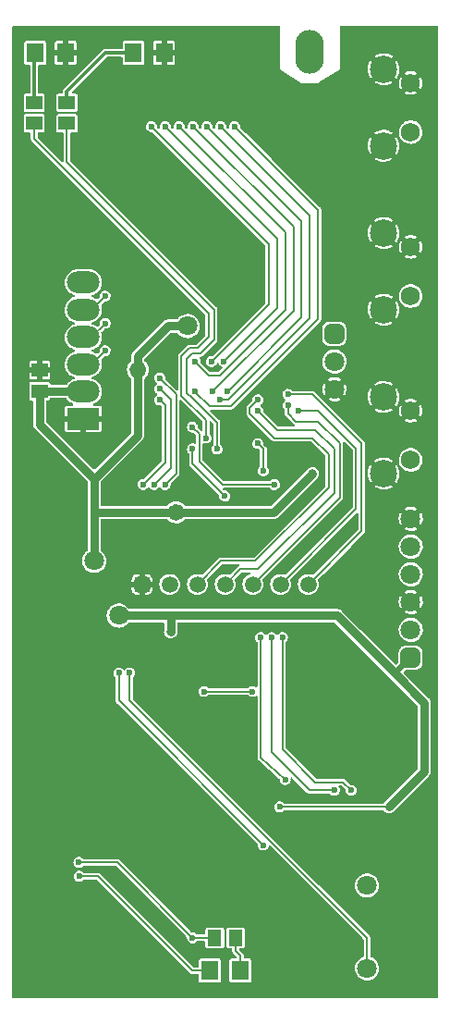
<source format=gtl>
G04 #@! TF.GenerationSoftware,KiCad,Pcbnew,(6.0.9)*
G04 #@! TF.CreationDate,2024-06-02T17:02:13+02:00*
G04 #@! TF.ProjectId,Spoke,53706f6b-652e-46b6-9963-61645f706362,1.2*
G04 #@! TF.SameCoordinates,PX5f5e100PY5f5e100*
G04 #@! TF.FileFunction,Copper,L1,Top*
G04 #@! TF.FilePolarity,Positive*
%FSLAX46Y46*%
G04 Gerber Fmt 4.6, Leading zero omitted, Abs format (unit mm)*
G04 Created by KiCad (PCBNEW (6.0.9)) date 2024-06-02 17:02:13*
%MOMM*%
%LPD*%
G01*
G04 APERTURE LIST*
G04 Aperture macros list*
%AMRoundRect*
0 Rectangle with rounded corners*
0 $1 Rounding radius*
0 $2 $3 $4 $5 $6 $7 $8 $9 X,Y pos of 4 corners*
0 Add a 4 corners polygon primitive as box body*
4,1,4,$2,$3,$4,$5,$6,$7,$8,$9,$2,$3,0*
0 Add four circle primitives for the rounded corners*
1,1,$1+$1,$2,$3*
1,1,$1+$1,$4,$5*
1,1,$1+$1,$6,$7*
1,1,$1+$1,$8,$9*
0 Add four rect primitives between the rounded corners*
20,1,$1+$1,$2,$3,$4,$5,0*
20,1,$1+$1,$4,$5,$6,$7,0*
20,1,$1+$1,$6,$7,$8,$9,0*
20,1,$1+$1,$8,$9,$2,$3,0*%
G04 Aperture macros list end*
G04 #@! TA.AperFunction,NonConductor*
%ADD10C,0.800000*%
G04 #@! TD*
G04 #@! TA.AperFunction,SMDPad,CuDef*
%ADD11R,3.000000X2.000000*%
G04 #@! TD*
G04 #@! TA.AperFunction,SMDPad,CuDef*
%ADD12O,3.000000X2.000000*%
G04 #@! TD*
G04 #@! TA.AperFunction,SMDPad,CuDef*
%ADD13R,1.300000X1.500000*%
G04 #@! TD*
G04 #@! TA.AperFunction,SMDPad,CuDef*
%ADD14R,1.600000X1.800000*%
G04 #@! TD*
G04 #@! TA.AperFunction,ComponentPad*
%ADD15RoundRect,0.375000X-0.375000X-0.375000X0.375000X-0.375000X0.375000X0.375000X-0.375000X0.375000X0*%
G04 #@! TD*
G04 #@! TA.AperFunction,ComponentPad*
%ADD16C,1.500000*%
G04 #@! TD*
G04 #@! TA.AperFunction,SMDPad,CuDef*
%ADD17R,1.500000X1.300000*%
G04 #@! TD*
G04 #@! TA.AperFunction,ComponentPad*
%ADD18C,1.750000*%
G04 #@! TD*
G04 #@! TA.AperFunction,ComponentPad*
%ADD19C,2.500000*%
G04 #@! TD*
G04 #@! TA.AperFunction,ComponentPad*
%ADD20C,1.800000*%
G04 #@! TD*
G04 #@! TA.AperFunction,ComponentPad*
%ADD21RoundRect,0.450000X0.450000X-0.450000X0.450000X0.450000X-0.450000X0.450000X-0.450000X-0.450000X0*%
G04 #@! TD*
G04 #@! TA.AperFunction,ComponentPad*
%ADD22RoundRect,0.450000X-0.450000X0.450000X-0.450000X-0.450000X0.450000X-0.450000X0.450000X0.450000X0*%
G04 #@! TD*
G04 #@! TA.AperFunction,ComponentPad*
%ADD23O,2.600000X4.000000*%
G04 #@! TD*
G04 #@! TA.AperFunction,ViaPad*
%ADD24C,0.600000*%
G04 #@! TD*
G04 #@! TA.AperFunction,ViaPad*
%ADD25C,0.800000*%
G04 #@! TD*
G04 #@! TA.AperFunction,ViaPad*
%ADD26C,1.800000*%
G04 #@! TD*
G04 #@! TA.AperFunction,Conductor*
%ADD27C,0.200000*%
G04 #@! TD*
G04 #@! TA.AperFunction,Conductor*
%ADD28C,0.800000*%
G04 #@! TD*
G04 #@! TA.AperFunction,Conductor*
%ADD29C,0.500000*%
G04 #@! TD*
G04 #@! TA.AperFunction,Conductor*
%ADD30C,0.300000*%
G04 #@! TD*
G04 APERTURE END LIST*
D10*
X-4100000Y-50000D02*
G75*
G03*
X-4100000Y-50000I-400000J0D01*
G01*
X-7600000Y13000000D02*
G75*
G03*
X-7600000Y13000000I-400000J0D01*
G01*
D11*
G04 #@! TO.P,U4,1,GND*
G04 #@! TO.N,GND*
X-13000000Y8500000D03*
D12*
G04 #@! TO.P,U4,2,VCC*
G04 #@! TO.N,+3V3*
X-13000000Y11000000D03*
G04 #@! TO.P,U4,3,TXD*
G04 #@! TO.N,GPS_NMEA*
X-13000000Y13500000D03*
G04 #@! TO.P,U4,4,RXD*
G04 #@! TO.N,GPS_CONF*
X-13000000Y16000000D03*
G04 #@! TO.P,U4,5,PPS*
G04 #@! TO.N,GPS_PPS*
X-13000000Y18500000D03*
G04 #@! TO.P,U4,6,EN*
G04 #@! TO.N,unconnected-(U4-Pad6)*
X-13000000Y21000000D03*
G04 #@! TD*
D13*
G04 #@! TO.P,R6,1,1*
G04 #@! TO.N,Net-(D2-Pad2)*
X950000Y-39000000D03*
G04 #@! TO.P,R6,2,2*
G04 #@! TO.N,Net-(C12-Pad2)*
X-950000Y-39000000D03*
G04 #@! TD*
D14*
G04 #@! TO.P,D4,1,K*
G04 #@! TO.N,GND*
X-14600000Y42000000D03*
G04 #@! TO.P,D4,2,A*
G04 #@! TO.N,Net-(D4-Pad2)*
X-17400000Y42000000D03*
G04 #@! TD*
D15*
G04 #@! TO.P,U2,1,GND*
G04 #@! TO.N,GND*
X-7620000Y-6650000D03*
D16*
G04 #@! TO.P,U2,2,VDD*
G04 #@! TO.N,+3V3*
X-5080000Y-6650000D03*
G04 #@! TO.P,U2,3,SCK*
G04 #@! TO.N,LCD_SCK*
X-2540000Y-6650000D03*
G04 #@! TO.P,U2,4,SDA*
G04 #@! TO.N,LCD_MOSI*
X0Y-6650000D03*
G04 #@! TO.P,U2,5,RES*
G04 #@! TO.N,LCD_RESET*
X2540000Y-6650000D03*
G04 #@! TO.P,U2,6,DC*
G04 #@! TO.N,LCD_DC*
X5080000Y-6650000D03*
G04 #@! TO.P,U2,7,CS*
G04 #@! TO.N,LCD_CS*
X7620000Y-6650000D03*
G04 #@! TD*
D17*
G04 #@! TO.P,C10,1,1*
G04 #@! TO.N,+3V3*
X-17000000Y11050000D03*
G04 #@! TO.P,C10,2,2*
G04 #@! TO.N,GND*
X-17000000Y12950000D03*
G04 #@! TD*
D14*
G04 #@! TO.P,D3,1,K*
G04 #@! TO.N,GND*
X-5600000Y42000000D03*
G04 #@! TO.P,D3,2,A*
G04 #@! TO.N,Net-(D3-Pad2)*
X-8400000Y42000000D03*
G04 #@! TD*
G04 #@! TO.P,D2,1,K*
G04 #@! TO.N,Net-(D2-Pad1)*
X-1400000Y-42000000D03*
G04 #@! TO.P,D2,2,A*
G04 #@! TO.N,Net-(D2-Pad2)*
X1400000Y-42000000D03*
G04 #@! TD*
D17*
G04 #@! TO.P,R13,1,1*
G04 #@! TO.N,LED_GREEN*
X-17500000Y35550000D03*
G04 #@! TO.P,R13,2,2*
G04 #@! TO.N,Net-(D4-Pad2)*
X-17500000Y37450000D03*
G04 #@! TD*
G04 #@! TO.P,R11,1,1*
G04 #@! TO.N,LED_RED*
X-14500000Y35550000D03*
G04 #@! TO.P,R11,2,2*
G04 #@! TO.N,Net-(D3-Pad2)*
X-14500000Y37450000D03*
G04 #@! TD*
D18*
G04 #@! TO.P,SW3,1,1*
G04 #@! TO.N,BTN_ESC*
X17000000Y4750000D03*
D19*
G04 #@! TO.P,SW3,2,2*
G04 #@! TO.N,GND*
X14510000Y10510000D03*
D18*
X17000000Y9250000D03*
D19*
X14510000Y3500000D03*
G04 #@! TD*
D20*
G04 #@! TO.P,LS1,1,1*
G04 #@! TO.N,Net-(LS1-Pad1)*
X13000000Y-34200000D03*
G04 #@! TO.P,LS1,2,2*
G04 #@! TO.N,BUZZER_N*
X13000000Y-41800000D03*
G04 #@! TD*
D21*
G04 #@! TO.P,X6,1,1*
G04 #@! TO.N,+3V3*
X17000000Y-13350000D03*
D20*
G04 #@! TO.P,X6,2,2*
G04 #@! TO.N,SWD_CLK*
X17000000Y-10810000D03*
G04 #@! TO.P,X6,3,3*
G04 #@! TO.N,GND*
X17000000Y-8270000D03*
G04 #@! TO.P,X6,4,4*
G04 #@! TO.N,SWD_IO*
X17000000Y-5730000D03*
G04 #@! TO.P,X6,5,5*
G04 #@! TO.N,MCU_RESET*
X17000000Y-3190000D03*
G04 #@! TO.P,X6,6,6*
G04 #@! TO.N,GND*
X17000000Y-650000D03*
G04 #@! TD*
D22*
G04 #@! TO.P,X3,1,1*
G04 #@! TO.N,Net-(R4-Pad1)*
X10000000Y16290000D03*
D20*
G04 #@! TO.P,X3,2,2*
G04 #@! TO.N,CONSOLE_RX*
X10000000Y13750000D03*
G04 #@! TO.P,X3,3,3*
G04 #@! TO.N,GND*
X10000000Y11210000D03*
G04 #@! TD*
D23*
G04 #@! TO.P,X8,1,1*
G04 #@! TO.N,/ANT*
X7730000Y42100000D03*
G04 #@! TD*
D18*
G04 #@! TO.P,SW2,1,1*
G04 #@! TO.N,BTN_OK*
X17000000Y19750000D03*
D19*
G04 #@! TO.P,SW2,2,2*
G04 #@! TO.N,GND*
X14510000Y18500000D03*
X14510000Y25510000D03*
D18*
X17000000Y24250000D03*
G04 #@! TD*
G04 #@! TO.P,SW1,1,1*
G04 #@! TO.N,Net-(D1-Pad3)*
X17000000Y34750000D03*
D19*
G04 #@! TO.P,SW1,2,2*
G04 #@! TO.N,GND*
X14510000Y40510000D03*
D18*
X17000000Y39250000D03*
D19*
X14510000Y33500000D03*
G04 #@! TD*
D24*
G04 #@! TO.N,GND*
X-13500000Y1500000D03*
X-13500000Y-1000000D03*
X17000000Y14000000D03*
X6500000Y-21000000D03*
X11000000Y40000000D03*
X-500000Y19500000D03*
X9500000Y-1000000D03*
X-19000000Y0D03*
X6500000Y35000000D03*
X-3000000Y-8000000D03*
X1500000Y6000000D03*
X11000000Y-40000000D03*
X-19000000Y8000000D03*
X-7500000Y18500000D03*
X19000000Y32000000D03*
X0Y-34000000D03*
X11000000Y-8500000D03*
X4000000Y44000000D03*
X-15000000Y44000000D03*
X-4000000Y-16500000D03*
X19000000Y-28000000D03*
X-13500000Y-19000000D03*
X-11000000Y6000000D03*
X17000000Y7000000D03*
X-3000000Y6750000D03*
X-17000000Y-22000000D03*
X10500000Y28000000D03*
X11000000Y-44000000D03*
X9500000Y-11250000D03*
X1000000Y8000000D03*
X-19000000Y-34500000D03*
X-19000000Y28000000D03*
X-11000000Y-41000000D03*
X-3000000Y8750000D03*
X-19000000Y4000000D03*
X5500000Y-5000000D03*
X10500000Y32000000D03*
X2750000Y-27000000D03*
X-9000000Y-37000000D03*
X19000000Y44000000D03*
X-5500000Y28000000D03*
X4300000Y12200000D03*
X-19000000Y40000000D03*
X-9500000Y32000000D03*
X-4500000Y1500000D03*
X-12500000Y36000000D03*
X1500000Y18000000D03*
X-2000000Y25000000D03*
X17000000Y37000000D03*
X4500000Y3500000D03*
X-19000000Y-4000000D03*
X7000000Y1000000D03*
X-13000000Y6000000D03*
X-12000000Y6000000D03*
X15000000Y44000000D03*
X2500000Y-2500000D03*
X17000000Y-27000000D03*
X-5000000Y-4500000D03*
X0Y5000000D03*
X19000000Y-4000000D03*
X19000000Y-44000000D03*
X5700000Y13600000D03*
X-4500000Y-34500000D03*
X-12500000Y39000000D03*
X-500000Y9000000D03*
X5700000Y12200000D03*
X-16000000Y28000000D03*
X-9000000Y1500000D03*
D25*
X-500000Y-3500000D03*
D24*
X-12500000Y32000000D03*
X19000000Y-12000000D03*
X15500000Y-18500000D03*
X19000000Y28000000D03*
X-7000000Y44000000D03*
X-14000000Y-4500000D03*
D25*
X-10250000Y16000000D03*
D24*
X19000000Y-32000000D03*
X-9500000Y21000000D03*
X-19000000Y-37500000D03*
X14750000Y-4250000D03*
X-9000000Y-38000000D03*
X11750000Y-30000000D03*
X10500000Y21000000D03*
X-4500000Y-25500000D03*
X15000000Y-36000000D03*
X-6000000Y13500000D03*
X-3000000Y40000000D03*
X17000000Y29500000D03*
X3250000Y-8250000D03*
X0Y16000000D03*
X11000000Y500000D03*
X1500000Y19500000D03*
X19000000Y-16000000D03*
X-9500000Y37000000D03*
D25*
X3000000Y19500000D03*
D24*
X-16500000Y32000000D03*
X-16000000Y24000000D03*
X19000000Y24000000D03*
X0Y-13500000D03*
X19000000Y0D03*
X-5500000Y25000000D03*
X-9500000Y28500000D03*
X-19000000Y36000000D03*
X-9000000Y4500000D03*
X6000000Y-44000000D03*
X-7500000Y-4500000D03*
X-7500000Y21500000D03*
X6500000Y39000000D03*
X500000Y-20000000D03*
X5500000Y2500000D03*
X-16000000Y-6000000D03*
X6000000Y-10500000D03*
X-7000000Y-41000000D03*
X-9000000Y-44000000D03*
X4000000Y40000000D03*
X-9500000Y23000000D03*
X9500000Y-16000000D03*
D25*
X11250000Y5000000D03*
D24*
X-19000000Y-32000000D03*
X-6500000Y4500000D03*
X14500000Y37000000D03*
X11000000Y44000000D03*
X-7500000Y6000000D03*
X1000000Y44000000D03*
X-5000000Y-2000000D03*
X-19000000Y32000000D03*
X1500000Y9500000D03*
X-19000000Y-12000000D03*
X-7000000Y-39500000D03*
X-15500000Y-20000000D03*
X-16500000Y-9500000D03*
X-19000000Y-24000000D03*
X-8000000Y35000000D03*
X-19000000Y44000000D03*
X10500000Y25000000D03*
X2500000Y7500000D03*
X14000000Y-7000000D03*
X0Y-8000000D03*
X3000000Y11049503D03*
D25*
X-10000000Y13000000D03*
D24*
X14000000Y-25000000D03*
X0Y7000000D03*
X19000000Y-36000000D03*
X13500000Y16000000D03*
X-9500000Y25000000D03*
X-3000000Y44000000D03*
X2750000Y-24500000D03*
D25*
X-3000000Y-3500000D03*
D24*
X-7500000Y-2000000D03*
X-19000000Y-28000000D03*
X-9000000Y-31500000D03*
X0Y-30000000D03*
X0Y-44000000D03*
X13000000Y-10500000D03*
X-6000000Y-28000000D03*
X19000000Y20000000D03*
X-15000000Y-44000000D03*
X5000000Y37000000D03*
X-11000000Y-39500000D03*
X9000000Y35000000D03*
X-15000000Y-8000000D03*
X-11000000Y44000000D03*
X1000000Y25000000D03*
X-19000000Y20000000D03*
X-10000000Y-4500000D03*
X-19000000Y12000000D03*
X19000000Y40000000D03*
X-9000000Y-28000000D03*
X19000000Y-8000000D03*
X8250000Y-30000000D03*
X-19000000Y-40000000D03*
X-19000000Y24000000D03*
X14500000Y29500000D03*
X-12000000Y4500000D03*
X0Y-11000000D03*
X5750000Y6000000D03*
X10500000Y37000000D03*
X6000000Y-36000000D03*
X-10500000Y-20000000D03*
X-2000000Y2250000D03*
X-8000000Y39000000D03*
X1500000Y-15000000D03*
X9500000Y-13500000D03*
X5000000Y-41000000D03*
X-3500000Y3000000D03*
X-11000000Y-42500000D03*
X10500000Y23000000D03*
X9500000Y-18500000D03*
X-3500000Y18500000D03*
X6500000Y32000000D03*
X-6750000Y8926089D03*
X-5500000Y32000000D03*
X-12500000Y28000000D03*
X-19000000Y-16000000D03*
X-7000000Y-42500000D03*
X-4000000Y-20000000D03*
X-9000000Y-34000000D03*
X-5000000Y12500000D03*
X0Y-37500000D03*
X12500000Y-13500000D03*
D25*
X-10000000Y10000000D03*
D24*
X-7000000Y-21500000D03*
D25*
X-9000000Y20000000D03*
D24*
X-10000000Y-11000000D03*
X-5000000Y-41000000D03*
X-11000000Y22000000D03*
X1000000Y40000000D03*
X-19000000Y-8000000D03*
X19000000Y12000000D03*
X19000000Y36000000D03*
X-2000000Y28000000D03*
X19000000Y16000000D03*
X15000000Y-32000000D03*
X-3000000Y-28000000D03*
X2500000Y23000000D03*
X14500000Y7000000D03*
X6000000Y-40000000D03*
X19000000Y4000000D03*
X9000000Y39000000D03*
X-16000000Y20000000D03*
X-19000000Y-44000000D03*
X17000000Y22000000D03*
X-12500000Y25000000D03*
X15000000Y-40000000D03*
X-12500000Y-19000000D03*
X11000000Y-2000000D03*
X6750000Y-8250000D03*
X11000000Y-36000000D03*
X6500000Y-18500000D03*
X-15000000Y-11000000D03*
X15000000Y-44000000D03*
X-19000000Y-20000000D03*
X-4000000Y-13000000D03*
X19000000Y-25000000D03*
X-19000000Y16000000D03*
X14500000Y22000000D03*
X19000000Y8000000D03*
X6500000Y-16000000D03*
D25*
X-3000000Y-11000000D03*
D24*
X19000000Y-40000000D03*
D26*
G04 #@! TO.N,+3V3*
X-9750000Y-9500000D03*
D24*
X5000000Y-27000000D03*
D26*
X-12000000Y-4500000D03*
D25*
X-8000000Y13000000D03*
D24*
X15000000Y-27000000D03*
D25*
X-4500000Y-50000D03*
D24*
X18250000Y-20500000D03*
D25*
X-5000000Y-11000000D03*
D26*
X-3449500Y17000000D03*
D25*
X8000000Y3500000D03*
D24*
G04 #@! TO.N,MCU_RESET*
X4500000Y2500000D03*
X-3000000Y7750000D03*
G04 #@! TO.N,BUZZER_N*
X-8750000Y-14750000D03*
X-6500000Y2500000D03*
X-6000000Y11250000D03*
G04 #@! TO.N,VBAT_SENSE*
X-6000000Y12250000D03*
X-5500000Y2500000D03*
G04 #@! TO.N,LED_RED*
X-750000Y5750000D03*
G04 #@! TO.N,LED_GREEN*
X-1750000Y6750000D03*
G04 #@! TO.N,BUZZER_P*
X-6000000Y10250000D03*
X-9750000Y-14750000D03*
X3500000Y-30500000D03*
X-7500000Y2500000D03*
G04 #@! TO.N,Net-(C12-Pad2)*
X-3000000Y-39000000D03*
X-13405000Y-32095000D03*
G04 #@! TO.N,PWR_HOLD*
X-1950000Y-16450000D03*
X2500000Y-16450000D03*
G04 #@! TO.N,LCD_CS*
X5750000Y10750000D03*
G04 #@! TO.N,LCD_SCK*
X3000000Y10250000D03*
G04 #@! TO.N,LCD_DC*
X6750000Y9250000D03*
G04 #@! TO.N,LCD_MOSI*
X3000000Y9250000D03*
G04 #@! TO.N,GPS_CONF*
X-11000000Y17250000D03*
G04 #@! TO.N,GPS_NMEA*
X-11000000Y14750000D03*
G04 #@! TO.N,GPS_PPS*
X-11000000Y19750000D03*
G04 #@! TO.N,SWD_IO*
X3000000Y6250000D03*
X3500000Y3750000D03*
G04 #@! TO.N,RF_CS*
X890000Y35250000D03*
X-2750000Y11000000D03*
G04 #@! TO.N,RF_SCK*
X-500000Y10250000D03*
X-380000Y35250000D03*
G04 #@! TO.N,RF_MISO*
X-2920000Y35250000D03*
X-1150500Y11000000D03*
G04 #@! TO.N,RF_MOSI*
X236444Y11013556D03*
X-1650000Y35250000D03*
G04 #@! TO.N,I2C_INT*
X-3000000Y5750000D03*
X5500000Y-24500000D03*
X3250000Y-11513975D03*
X-46399Y1453601D03*
G04 #@! TO.N,RF_RESET*
X-4190000Y35250000D03*
X-2750000Y13750000D03*
G04 #@! TO.N,RF_IRQ*
X-6730000Y35250000D03*
X-1250000Y13750000D03*
G04 #@! TO.N,RF_BUSY*
X-5460000Y35250000D03*
X-114008Y13761831D03*
G04 #@! TO.N,LCD_RESET*
X5750000Y9750000D03*
G04 #@! TO.N,I2C_SCL*
X11550000Y-25500000D03*
X5250000Y-11500000D03*
G04 #@! TO.N,I2C_SDA*
X4250000Y-11500000D03*
X10000000Y-25500000D03*
G04 #@! TO.N,Net-(D2-Pad1)*
X-13365000Y-33365000D03*
G04 #@! TD*
D27*
G04 #@! TO.N,GPS_NMEA*
X-12250000Y13500000D02*
X-13000000Y13500000D01*
X-11000000Y14750000D02*
X-12250000Y13500000D01*
D28*
G04 #@! TO.N,+3V3*
X-17000000Y8000000D02*
X-17000000Y11050000D01*
X-12000000Y3000000D02*
X-17000000Y8000000D01*
D27*
G04 #@! TO.N,GPS_CONF*
X-12250000Y16000000D02*
X-13000000Y16000000D01*
X-11000000Y17250000D02*
X-12250000Y16000000D01*
G04 #@! TO.N,GPS_PPS*
X-12250000Y18500000D02*
X-13000000Y18500000D01*
X-11000000Y19750000D02*
X-12250000Y18500000D01*
D28*
G04 #@! TO.N,+3V3*
X-13050000Y11050000D02*
X-13000000Y11000000D01*
X-17000000Y11050000D02*
X-13050000Y11050000D01*
X15500000Y-14750000D02*
X10250000Y-9500000D01*
D27*
X5000000Y-27000000D02*
X15000000Y-27000000D01*
D28*
X-9750000Y-9500000D02*
X-5000000Y-9500000D01*
X18250000Y-20500000D02*
X18250000Y-17500000D01*
X18250000Y-20500000D02*
X18250000Y-23750000D01*
X-11950000Y-50000D02*
X-12000000Y0D01*
X10250000Y-9500000D02*
X-5000000Y-9500000D01*
X-12000000Y-4500000D02*
X-12000000Y0D01*
X8000000Y3500000D02*
X4450000Y-50000D01*
X-12000000Y0D02*
X-12000000Y3000000D01*
X-12000000Y3000000D02*
X-8000000Y7000000D01*
X-8000000Y7000000D02*
X-8000000Y13000000D01*
D27*
X15500000Y-14750000D02*
X15600000Y-14750000D01*
D28*
X-8000000Y14250000D02*
X-5250000Y17000000D01*
X18250000Y-23750000D02*
X15000000Y-27000000D01*
X-8000000Y13000000D02*
X-8000000Y14250000D01*
D29*
X15600000Y-14750000D02*
X17000000Y-13350000D01*
D28*
X18250000Y-17500000D02*
X15500000Y-14750000D01*
X-5000000Y-11000000D02*
X-5000000Y-9500000D01*
X4450000Y-50000D02*
X-11950000Y-50000D01*
X-5250000Y17000000D02*
X-3449500Y17000000D01*
D27*
G04 #@! TO.N,MCU_RESET*
X-2350000Y4600000D02*
X-2350000Y7100000D01*
X4500000Y2500000D02*
X-250000Y2500000D01*
X-250000Y2500000D02*
X-2350000Y4600000D01*
X-2350000Y7100000D02*
X-3000000Y7750000D01*
G04 #@! TO.N,Net-(D2-Pad2)*
X1400000Y-40650000D02*
X1400000Y-42000000D01*
X950000Y-39000000D02*
X950000Y-40200000D01*
X950000Y-40200000D02*
X1400000Y-40650000D01*
D30*
G04 #@! TO.N,Net-(D3-Pad2)*
X-11000000Y42000000D02*
X-8400000Y42000000D01*
X-14500000Y37450000D02*
X-14500000Y38500000D01*
X-14500000Y38500000D02*
X-11000000Y42000000D01*
D27*
G04 #@! TO.N,BUZZER_N*
X-5000000Y10250000D02*
X-5000000Y4000000D01*
X-8750000Y-14750000D02*
X-8750000Y-17250000D01*
X-8750000Y-17250000D02*
X13000000Y-39000000D01*
X13000000Y-39000000D02*
X13000000Y-41800000D01*
X-6000000Y11250000D02*
X-5000000Y10250000D01*
X-5000000Y4000000D02*
X-6500000Y2500000D01*
G04 #@! TO.N,VBAT_SENSE*
X-4500000Y10750000D02*
X-6000000Y12250000D01*
X-5500000Y2500000D02*
X-4500000Y3500000D01*
X-4500000Y3500000D02*
X-4500000Y10750000D01*
G04 #@! TO.N,LED_RED*
X-2992157Y10400000D02*
X-2998529Y10400000D01*
X-3000000Y14500000D02*
X-2250000Y14500000D01*
X-14500000Y32000000D02*
X-14500000Y35550000D01*
X-3500000Y14000000D02*
X-3000000Y14500000D01*
X-1000000Y18500000D02*
X-14500000Y32000000D01*
X-750000Y8157843D02*
X-2992157Y10400000D01*
X-3500000Y10901471D02*
X-3500000Y14000000D01*
X-2250000Y14500000D02*
X-1000000Y15750000D01*
X-2998529Y10400000D02*
X-3500000Y10901471D01*
X-750000Y5750000D02*
X-750000Y8157843D01*
X-1000000Y15750000D02*
X-1000000Y18500000D01*
G04 #@! TO.N,LED_GREEN*
X-1750000Y6750000D02*
X-1750000Y8375000D01*
X-1500000Y16000000D02*
X-1500000Y18125000D01*
X-4000000Y14250000D02*
X-3250000Y15000000D01*
X-3250000Y15000000D02*
X-2500000Y15000000D01*
X-2500000Y15000000D02*
X-1500000Y16000000D01*
X-4000000Y10625000D02*
X-4000000Y14250000D01*
X-1500000Y18125000D02*
X-17500000Y34125000D01*
X-17500000Y34125000D02*
X-17500000Y35550000D01*
X-1750000Y8375000D02*
X-4000000Y10625000D01*
G04 #@! TO.N,BUZZER_P*
X-9750000Y-17250000D02*
X3500000Y-30500000D01*
X-5500000Y9750000D02*
X-5500000Y4500000D01*
X-5500000Y4500000D02*
X-7500000Y2500000D01*
X-6000000Y10250000D02*
X-5500000Y9750000D01*
X-9750000Y-14750000D02*
X-9750000Y-17250000D01*
G04 #@! TO.N,Net-(C12-Pad2)*
X-9905000Y-32095000D02*
X-13405000Y-32095000D01*
X-950000Y-39000000D02*
X-3000000Y-39000000D01*
X-3000000Y-39000000D02*
X-9905000Y-32095000D01*
G04 #@! TO.N,PWR_HOLD*
X2500000Y-16450000D02*
X-1950000Y-16450000D01*
G04 #@! TO.N,LCD_CS*
X5750000Y10750000D02*
X8000000Y10750000D01*
X12500000Y6250000D02*
X12500000Y-1770000D01*
X8000000Y10750000D02*
X12500000Y6250000D01*
X12500000Y-1770000D02*
X7620000Y-6650000D01*
G04 #@! TO.N,LCD_SCK*
X3000000Y10250000D02*
X2972182Y10250000D01*
X2972182Y10250000D02*
X2250000Y9527818D01*
X2250000Y9000000D02*
X4500000Y6750000D01*
X9500000Y2250000D02*
X2750000Y-4500000D01*
X4500000Y6750000D02*
X8000000Y6750000D01*
X2750000Y-4500000D02*
X-390000Y-4500000D01*
X8000000Y6750000D02*
X9500000Y5250000D01*
X2250000Y9527818D02*
X2250000Y9000000D01*
X9500000Y5250000D02*
X9500000Y2250000D01*
X-390000Y-4500000D02*
X-2540000Y-6650000D01*
G04 #@! TO.N,LCD_DC*
X8500000Y9250000D02*
X12000000Y5750000D01*
X12000000Y270000D02*
X5080000Y-6650000D01*
X12000000Y5750000D02*
X12000000Y270000D01*
X6750000Y9250000D02*
X8500000Y9250000D01*
G04 #@! TO.N,LCD_MOSI*
X10000000Y1750000D02*
X3000000Y-5250000D01*
X10000000Y5750000D02*
X10000000Y1750000D01*
X8250000Y7500000D02*
X10000000Y5750000D01*
X4750000Y7500000D02*
X8250000Y7500000D01*
X1400000Y-5250000D02*
X0Y-6650000D01*
X3000000Y9250000D02*
X4750000Y7500000D01*
X3000000Y-5250000D02*
X1400000Y-5250000D01*
G04 #@! TO.N,SWD_IO*
X3500000Y3750000D02*
X3500000Y5750000D01*
X3500000Y5750000D02*
X3000000Y6250000D01*
G04 #@! TO.N,RF_CS*
X-2750000Y11000000D02*
X-2750000Y10972182D01*
X-2750000Y10972182D02*
X-1427818Y9650000D01*
X8500000Y27640000D02*
X890000Y35250000D01*
X-1427818Y9650000D02*
X525000Y9650000D01*
X8500000Y17625000D02*
X8500000Y27640000D01*
X525000Y9650000D02*
X8500000Y17625000D01*
G04 #@! TO.N,RF_SCK*
X7750000Y17678584D02*
X7750000Y27120000D01*
X321416Y10250000D02*
X7750000Y17678584D01*
X7750000Y27120000D02*
X-380000Y35250000D01*
X-500000Y10250000D02*
X321416Y10250000D01*
G04 #@! TO.N,RF_MISO*
X-1150500Y11000000D02*
X6250000Y18400500D01*
X6250000Y26080000D02*
X-2920000Y35250000D01*
X6250000Y18400500D02*
X6250000Y26080000D01*
G04 #@! TO.N,RF_MOSI*
X7000000Y17763556D02*
X7000000Y26600000D01*
X7000000Y26600000D02*
X-1650000Y35250000D01*
X250000Y11013556D02*
X7000000Y17763556D01*
X236444Y11013556D02*
X250000Y11013556D01*
G04 #@! TO.N,I2C_INT*
X5500000Y-24500000D02*
X3250000Y-22500000D01*
X-46399Y1453601D02*
X-3000000Y4407202D01*
X-3000000Y4407202D02*
X-3000000Y5750000D01*
X3250000Y-22500000D02*
X3250000Y-11513975D01*
G04 #@! TO.N,RF_RESET*
X5500000Y25560000D02*
X5500000Y18500000D01*
X-500000Y12500000D02*
X-1500000Y12500000D01*
X-4190000Y35250000D02*
X5500000Y25560000D01*
X5500000Y18500000D02*
X-500000Y12500000D01*
X-1500000Y12500000D02*
X-2750000Y13750000D01*
G04 #@! TO.N,RF_IRQ*
X-6730000Y35250000D02*
X4000000Y24520000D01*
X4000000Y24520000D02*
X4000000Y19000000D01*
X4000000Y19000000D02*
X-1250000Y13750000D01*
G04 #@! TO.N,RF_BUSY*
X-5460000Y35250000D02*
X4750000Y25040000D01*
X4750000Y25040000D02*
X4750000Y18625839D01*
X4750000Y18625839D02*
X-114008Y13761831D01*
G04 #@! TO.N,LCD_RESET*
X8500000Y8250000D02*
X10500000Y6250000D01*
X6500000Y8250000D02*
X8500000Y8250000D01*
X10500000Y1310000D02*
X2540000Y-6650000D01*
X10500000Y6250000D02*
X10500000Y1310000D01*
X5750000Y9750000D02*
X5750000Y9000000D01*
X5750000Y9000000D02*
X6500000Y8250000D01*
G04 #@! TO.N,I2C_SCL*
X8250000Y-24750000D02*
X10800000Y-24750000D01*
X10800000Y-24750000D02*
X11550000Y-25500000D01*
X5250000Y-21750000D02*
X8250000Y-24750000D01*
X5250000Y-11500000D02*
X5250000Y-21750000D01*
G04 #@! TO.N,I2C_SDA*
X4250000Y-11500000D02*
X4250000Y-22000000D01*
X4250000Y-22000000D02*
X7750000Y-25500000D01*
X7750000Y-25500000D02*
X10000000Y-25500000D01*
G04 #@! TO.N,Net-(D2-Pad1)*
X-13365000Y-33365000D02*
X-11635000Y-33365000D01*
X-11635000Y-33365000D02*
X-3000000Y-42000000D01*
X-3000000Y-42000000D02*
X-1400000Y-42000000D01*
D30*
G04 #@! TO.N,Net-(D4-Pad2)*
X-17500000Y37450000D02*
X-17500000Y41900000D01*
X-17500000Y41900000D02*
X-17400000Y42000000D01*
G04 #@! TD*
G04 #@! TA.AperFunction,Conductor*
G04 #@! TO.N,GND*
G36*
X4959191Y44480593D02*
G01*
X4995155Y44431093D01*
X5000000Y44400500D01*
X5000000Y40500000D01*
X7000000Y39250000D01*
X8500000Y39250000D01*
X8610502Y39319064D01*
X13678446Y39319064D01*
X13678886Y39316283D01*
X13679072Y39316051D01*
X13877825Y39199910D01*
X13885121Y39196414D01*
X14100283Y39114251D01*
X14108053Y39111993D01*
X14333743Y39066076D01*
X14341787Y39065117D01*
X14571949Y39056678D01*
X14580025Y39057044D01*
X14808484Y39086311D01*
X14816393Y39087993D01*
X15036987Y39154174D01*
X15044535Y39157132D01*
X15251359Y39258453D01*
X15258314Y39262600D01*
X15273922Y39273733D01*
X15921062Y39273733D01*
X15933390Y39085639D01*
X15934803Y39076718D01*
X15981202Y38894022D01*
X15984222Y38885494D01*
X16063135Y38714319D01*
X16067652Y38706496D01*
X16073216Y38698623D01*
X16083901Y38690644D01*
X16084651Y38690634D01*
X16090783Y38694337D01*
X16635361Y39238914D01*
X16640603Y39249203D01*
X17358585Y39249203D01*
X17359381Y39244172D01*
X17905683Y38697871D01*
X17916445Y38692388D01*
X17923945Y38699598D01*
X17984048Y38806922D01*
X17987728Y38815186D01*
X18048315Y38993669D01*
X18050427Y39002468D01*
X18077705Y39190598D01*
X18078202Y39196424D01*
X18079529Y39247087D01*
X18079339Y39252899D01*
X18061942Y39442224D01*
X18060295Y39451110D01*
X18009130Y39632528D01*
X18005889Y39640970D01*
X17924418Y39806177D01*
X17917777Y39810870D01*
X17916329Y39810851D01*
X17911238Y39807685D01*
X17364639Y39261086D01*
X17358585Y39249203D01*
X16640603Y39249203D01*
X16641415Y39250797D01*
X16640619Y39255828D01*
X16093202Y39803244D01*
X16082845Y39808521D01*
X16074970Y39800748D01*
X16004686Y39667158D01*
X16001231Y39658818D01*
X15945334Y39478802D01*
X15943453Y39469952D01*
X15921298Y39282765D01*
X15921062Y39273733D01*
X15273922Y39273733D01*
X15330492Y39314084D01*
X15338426Y39324806D01*
X15338433Y39325669D01*
X15334817Y39331629D01*
X14521086Y40145361D01*
X14509203Y40151415D01*
X14504172Y40150619D01*
X13684500Y39330947D01*
X13678446Y39319064D01*
X8610502Y39319064D01*
X10500000Y40500000D01*
X10500000Y40541496D01*
X13055699Y40541496D01*
X13068958Y40311556D01*
X13070083Y40303550D01*
X13120717Y40078870D01*
X13123140Y40071136D01*
X13209785Y39857755D01*
X13213439Y39850521D01*
X13312977Y39688092D01*
X13322663Y39679819D01*
X13330849Y39684403D01*
X14145361Y40498914D01*
X14150603Y40509203D01*
X14868585Y40509203D01*
X14869381Y40504172D01*
X15685759Y39687795D01*
X15697642Y39681741D01*
X15698587Y39681890D01*
X15703759Y39686331D01*
X15754784Y39757340D01*
X15758951Y39764277D01*
X15860996Y39970748D01*
X15863976Y39978272D01*
X15920650Y40164809D01*
X16442565Y40164809D01*
X16447260Y40156294D01*
X16988914Y39614639D01*
X17000797Y39608585D01*
X17005828Y39609381D01*
X17551548Y40155102D01*
X17557426Y40166640D01*
X17551333Y40173318D01*
X17493967Y40209514D01*
X17485914Y40213617D01*
X17310836Y40283466D01*
X17302178Y40286031D01*
X17117303Y40322805D01*
X17108310Y40323750D01*
X16919834Y40326218D01*
X16910819Y40325508D01*
X16725047Y40293586D01*
X16716323Y40291248D01*
X16539481Y40226009D01*
X16531313Y40222113D01*
X16450824Y40174226D01*
X16442565Y40164809D01*
X15920650Y40164809D01*
X15930930Y40198645D01*
X15932640Y40206558D01*
X15962887Y40436306D01*
X15963297Y40441570D01*
X15964904Y40507359D01*
X15964753Y40512629D01*
X15945765Y40743587D01*
X15944443Y40751573D01*
X15888336Y40974941D01*
X15885723Y40982617D01*
X15793891Y41193817D01*
X15790058Y41200964D01*
X15706053Y41330817D01*
X15695863Y41339098D01*
X15688288Y41334734D01*
X14874639Y40521086D01*
X14868585Y40509203D01*
X14150603Y40509203D01*
X14151415Y40510797D01*
X14150619Y40515828D01*
X13334209Y41332237D01*
X13322326Y41338291D01*
X13322027Y41338244D01*
X13316100Y41333028D01*
X13247202Y41232028D01*
X13243200Y41224982D01*
X13146234Y41016085D01*
X13143436Y41008480D01*
X13081891Y40786558D01*
X13080370Y40778584D01*
X13055897Y40549587D01*
X13055699Y40541496D01*
X10500000Y40541496D01*
X10500000Y41695812D01*
X13681115Y41695812D01*
X13681139Y41694294D01*
X13684252Y41689302D01*
X14498914Y40874639D01*
X14510797Y40868585D01*
X14515828Y40869381D01*
X15333780Y41687334D01*
X15339834Y41699217D01*
X15339495Y41701359D01*
X15336464Y41705056D01*
X15318350Y41719362D01*
X15311616Y41723836D01*
X15109983Y41835142D01*
X15102591Y41838464D01*
X14885502Y41915340D01*
X14877663Y41917411D01*
X14650928Y41957799D01*
X14642860Y41958562D01*
X14412568Y41961375D01*
X14404489Y41960810D01*
X14176834Y41925974D01*
X14168948Y41924095D01*
X13950034Y41852543D01*
X13942577Y41849408D01*
X13738287Y41743062D01*
X13731435Y41738747D01*
X13688783Y41706723D01*
X13681115Y41695812D01*
X10500000Y41695812D01*
X10500000Y44400500D01*
X10518907Y44458691D01*
X10568407Y44494655D01*
X10599000Y44499500D01*
X19400500Y44499500D01*
X19458691Y44480593D01*
X19494655Y44431093D01*
X19499500Y44400500D01*
X19499500Y-44400500D01*
X19480593Y-44458691D01*
X19431093Y-44494655D01*
X19400500Y-44499500D01*
X-19400500Y-44499500D01*
X-19458691Y-44480593D01*
X-19494655Y-44431093D01*
X-19499500Y-44400500D01*
X-19499500Y-33358823D01*
X-13870609Y-33358823D01*
X-13852020Y-33500979D01*
X-13849179Y-33507435D01*
X-13849179Y-33507436D01*
X-13800138Y-33618889D01*
X-13794280Y-33632203D01*
X-13766291Y-33665500D01*
X-13706569Y-33736549D01*
X-13706566Y-33736551D01*
X-13702030Y-33741948D01*
X-13696159Y-33745856D01*
X-13696158Y-33745857D01*
X-13683857Y-33754045D01*
X-13582687Y-33821390D01*
X-13482080Y-33852821D01*
X-13452575Y-33862039D01*
X-13452574Y-33862039D01*
X-13445843Y-33864142D01*
X-13374172Y-33865456D01*
X-13309555Y-33866641D01*
X-13309553Y-33866641D01*
X-13302501Y-33866770D01*
X-13295698Y-33864915D01*
X-13295696Y-33864915D01*
X-13220497Y-33844413D01*
X-13164183Y-33829060D01*
X-13042009Y-33754045D01*
X-13034597Y-33745857D01*
X-12991338Y-33698064D01*
X-12938270Y-33667610D01*
X-12917940Y-33665500D01*
X-11800479Y-33665500D01*
X-11742288Y-33684407D01*
X-11730475Y-33694496D01*
X-3250320Y-42174651D01*
X-3247620Y-42177780D01*
X-3245425Y-42182269D01*
X-3238722Y-42188487D01*
X-3209178Y-42215893D01*
X-3206502Y-42218469D01*
X-3192723Y-42232248D01*
X-3189013Y-42234793D01*
X-3185100Y-42238229D01*
X-3163354Y-42258401D01*
X-3154866Y-42261788D01*
X-3154865Y-42261788D01*
X-3152664Y-42262666D01*
X-3133348Y-42272980D01*
X-3131393Y-42274321D01*
X-3131390Y-42274322D01*
X-3123854Y-42279492D01*
X-3097942Y-42285641D01*
X-3084116Y-42290014D01*
X-3065868Y-42297294D01*
X-3065866Y-42297294D01*
X-3059378Y-42299883D01*
X-3053085Y-42300500D01*
X-3046916Y-42300500D01*
X-3024057Y-42303175D01*
X-3023827Y-42303230D01*
X-3023825Y-42303230D01*
X-3014934Y-42305340D01*
X-2986012Y-42301404D01*
X-2972663Y-42300500D01*
X-2499500Y-42300500D01*
X-2441309Y-42319407D01*
X-2405345Y-42368907D01*
X-2400500Y-42399500D01*
X-2400500Y-42919748D01*
X-2388867Y-42978231D01*
X-2344552Y-43044552D01*
X-2278231Y-43088867D01*
X-2268668Y-43090769D01*
X-2268666Y-43090770D01*
X-2245995Y-43095279D01*
X-2219748Y-43100500D01*
X-580252Y-43100500D01*
X-554005Y-43095279D01*
X-531334Y-43090770D01*
X-531332Y-43090769D01*
X-521769Y-43088867D01*
X-455448Y-43044552D01*
X-411133Y-42978231D01*
X-399500Y-42919748D01*
X-399500Y-41080252D01*
X-411133Y-41021769D01*
X-455448Y-40955448D01*
X-521769Y-40911133D01*
X-531332Y-40909231D01*
X-531334Y-40909230D01*
X-559952Y-40903538D01*
X-580252Y-40899500D01*
X-2219748Y-40899500D01*
X-2240048Y-40903538D01*
X-2268666Y-40909230D01*
X-2268668Y-40909231D01*
X-2278231Y-40911133D01*
X-2344552Y-40955448D01*
X-2388867Y-41021769D01*
X-2400500Y-41080252D01*
X-2400500Y-41600500D01*
X-2419407Y-41658691D01*
X-2468907Y-41694655D01*
X-2499500Y-41699500D01*
X-2834521Y-41699500D01*
X-2892712Y-41680593D01*
X-2904525Y-41670504D01*
X-11384680Y-33190349D01*
X-11387380Y-33187220D01*
X-11389575Y-33182731D01*
X-11425822Y-33149107D01*
X-11428498Y-33146531D01*
X-11442277Y-33132752D01*
X-11445987Y-33130207D01*
X-11449900Y-33126771D01*
X-11464945Y-33112815D01*
X-11471646Y-33106599D01*
X-11482336Y-33102334D01*
X-11501652Y-33092020D01*
X-11503607Y-33090679D01*
X-11503610Y-33090678D01*
X-11511146Y-33085508D01*
X-11537059Y-33079359D01*
X-11550884Y-33074986D01*
X-11569132Y-33067706D01*
X-11569134Y-33067706D01*
X-11575622Y-33065117D01*
X-11581915Y-33064500D01*
X-11588084Y-33064500D01*
X-11610943Y-33061825D01*
X-11611173Y-33061770D01*
X-11611175Y-33061770D01*
X-11620066Y-33059660D01*
X-11648987Y-33063596D01*
X-11662337Y-33064500D01*
X-12917827Y-33064500D01*
X-12976018Y-33045593D01*
X-12992826Y-33030123D01*
X-13027995Y-32989307D01*
X-13027996Y-32989306D01*
X-13032600Y-32983963D01*
X-13152905Y-32905985D01*
X-13290261Y-32864907D01*
X-13373503Y-32864398D01*
X-13426573Y-32864074D01*
X-13426574Y-32864074D01*
X-13433624Y-32864031D01*
X-13440401Y-32865968D01*
X-13440402Y-32865968D01*
X-13564691Y-32901490D01*
X-13564693Y-32901491D01*
X-13571471Y-32903428D01*
X-13692720Y-32979930D01*
X-13697387Y-32985214D01*
X-13697389Y-32985216D01*
X-13782956Y-33082103D01*
X-13782958Y-33082105D01*
X-13787623Y-33087388D01*
X-13790619Y-33093770D01*
X-13790620Y-33093771D01*
X-13796643Y-33106599D01*
X-13848553Y-33217163D01*
X-13870609Y-33358823D01*
X-19499500Y-33358823D01*
X-19499500Y-32088823D01*
X-13910609Y-32088823D01*
X-13892020Y-32230979D01*
X-13834280Y-32362203D01*
X-13806291Y-32395500D01*
X-13746569Y-32466549D01*
X-13746566Y-32466551D01*
X-13742030Y-32471948D01*
X-13736159Y-32475856D01*
X-13736158Y-32475857D01*
X-13723857Y-32484045D01*
X-13622687Y-32551390D01*
X-13522080Y-32582821D01*
X-13492575Y-32592039D01*
X-13492574Y-32592039D01*
X-13485843Y-32594142D01*
X-13414172Y-32595456D01*
X-13349555Y-32596641D01*
X-13349553Y-32596641D01*
X-13342501Y-32596770D01*
X-13335698Y-32594915D01*
X-13335696Y-32594915D01*
X-13260497Y-32574413D01*
X-13204183Y-32559060D01*
X-13082009Y-32484045D01*
X-13074597Y-32475857D01*
X-13031338Y-32428064D01*
X-12978270Y-32397610D01*
X-12957940Y-32395500D01*
X-10070479Y-32395500D01*
X-10012288Y-32414407D01*
X-10000475Y-32424496D01*
X-3531131Y-38893840D01*
X-3503354Y-38948357D01*
X-3503313Y-38979072D01*
X-3504524Y-38986851D01*
X-3505609Y-38993823D01*
X-3487020Y-39135979D01*
X-3429280Y-39267203D01*
X-3401291Y-39300500D01*
X-3341569Y-39371549D01*
X-3341566Y-39371551D01*
X-3337030Y-39376948D01*
X-3331159Y-39380856D01*
X-3331158Y-39380857D01*
X-3318857Y-39389045D01*
X-3217687Y-39456390D01*
X-3117080Y-39487821D01*
X-3087575Y-39497039D01*
X-3087574Y-39497039D01*
X-3080843Y-39499142D01*
X-3009172Y-39500456D01*
X-2944555Y-39501641D01*
X-2944553Y-39501641D01*
X-2937501Y-39501770D01*
X-2930698Y-39499915D01*
X-2930696Y-39499915D01*
X-2855497Y-39479413D01*
X-2799183Y-39464060D01*
X-2677009Y-39389045D01*
X-2669597Y-39380857D01*
X-2626338Y-39333064D01*
X-2573270Y-39302610D01*
X-2552940Y-39300500D01*
X-1899500Y-39300500D01*
X-1841309Y-39319407D01*
X-1805345Y-39368907D01*
X-1800500Y-39399500D01*
X-1800500Y-39769748D01*
X-1788867Y-39828231D01*
X-1744552Y-39894552D01*
X-1678231Y-39938867D01*
X-1668668Y-39940769D01*
X-1668666Y-39940770D01*
X-1645995Y-39945279D01*
X-1619748Y-39950500D01*
X-280252Y-39950500D01*
X-254005Y-39945279D01*
X-231334Y-39940770D01*
X-231332Y-39940769D01*
X-221769Y-39938867D01*
X-155448Y-39894552D01*
X-111133Y-39828231D01*
X-99500Y-39769748D01*
X99500Y-39769748D01*
X111133Y-39828231D01*
X155448Y-39894552D01*
X221769Y-39938867D01*
X231332Y-39940769D01*
X231334Y-39940770D01*
X254005Y-39945279D01*
X280252Y-39950500D01*
X550500Y-39950500D01*
X608691Y-39969407D01*
X644655Y-40018907D01*
X649500Y-40049500D01*
X649500Y-40146492D01*
X649197Y-40150617D01*
X647575Y-40155342D01*
X647918Y-40164476D01*
X649430Y-40204761D01*
X649500Y-40208474D01*
X649500Y-40227948D01*
X650325Y-40232378D01*
X650661Y-40237571D01*
X651774Y-40267208D01*
X655380Y-40275602D01*
X655381Y-40275605D01*
X656317Y-40277783D01*
X662683Y-40298734D01*
X664791Y-40310053D01*
X669588Y-40317835D01*
X678768Y-40332728D01*
X685451Y-40345595D01*
X695964Y-40370063D01*
X699978Y-40374949D01*
X704342Y-40379313D01*
X718613Y-40397368D01*
X723532Y-40405348D01*
X746769Y-40423018D01*
X756839Y-40431810D01*
X1055525Y-40730496D01*
X1083302Y-40785013D01*
X1073731Y-40845445D01*
X1030466Y-40888710D01*
X985521Y-40899500D01*
X580252Y-40899500D01*
X559952Y-40903538D01*
X531334Y-40909230D01*
X531332Y-40909231D01*
X521769Y-40911133D01*
X455448Y-40955448D01*
X411133Y-41021769D01*
X399500Y-41080252D01*
X399500Y-42919748D01*
X411133Y-42978231D01*
X455448Y-43044552D01*
X521769Y-43088867D01*
X531332Y-43090769D01*
X531334Y-43090770D01*
X554005Y-43095279D01*
X580252Y-43100500D01*
X2219748Y-43100500D01*
X2245995Y-43095279D01*
X2268666Y-43090770D01*
X2268668Y-43090769D01*
X2278231Y-43088867D01*
X2344552Y-43044552D01*
X2388867Y-42978231D01*
X2400500Y-42919748D01*
X2400500Y-41080252D01*
X2388867Y-41021769D01*
X2344552Y-40955448D01*
X2278231Y-40911133D01*
X2268668Y-40909231D01*
X2268666Y-40909230D01*
X2240048Y-40903538D01*
X2219748Y-40899500D01*
X1799500Y-40899500D01*
X1741309Y-40880593D01*
X1705345Y-40831093D01*
X1700500Y-40800500D01*
X1700500Y-40703508D01*
X1700803Y-40699383D01*
X1702425Y-40694658D01*
X1700570Y-40645239D01*
X1700500Y-40641526D01*
X1700500Y-40622052D01*
X1699675Y-40617622D01*
X1699338Y-40612417D01*
X1698569Y-40591925D01*
X1698226Y-40582792D01*
X1694620Y-40574398D01*
X1694619Y-40574395D01*
X1693683Y-40572217D01*
X1687317Y-40551266D01*
X1685209Y-40539947D01*
X1671232Y-40517271D01*
X1664548Y-40504404D01*
X1656795Y-40486358D01*
X1656794Y-40486357D01*
X1654036Y-40479937D01*
X1650022Y-40475051D01*
X1645658Y-40470687D01*
X1631387Y-40452632D01*
X1631264Y-40452433D01*
X1626468Y-40444652D01*
X1603231Y-40426982D01*
X1593161Y-40418190D01*
X1294475Y-40119504D01*
X1266698Y-40064987D01*
X1276269Y-40004555D01*
X1319534Y-39961290D01*
X1364479Y-39950500D01*
X1619748Y-39950500D01*
X1645995Y-39945279D01*
X1668666Y-39940770D01*
X1668668Y-39940769D01*
X1678231Y-39938867D01*
X1744552Y-39894552D01*
X1788867Y-39828231D01*
X1800500Y-39769748D01*
X1800500Y-38230252D01*
X1788867Y-38171769D01*
X1744552Y-38105448D01*
X1678231Y-38061133D01*
X1668668Y-38059231D01*
X1668666Y-38059230D01*
X1645995Y-38054721D01*
X1619748Y-38049500D01*
X280252Y-38049500D01*
X254005Y-38054721D01*
X231334Y-38059230D01*
X231332Y-38059231D01*
X221769Y-38061133D01*
X155448Y-38105448D01*
X111133Y-38171769D01*
X99500Y-38230252D01*
X99500Y-39769748D01*
X-99500Y-39769748D01*
X-99500Y-38230252D01*
X-111133Y-38171769D01*
X-155448Y-38105448D01*
X-221769Y-38061133D01*
X-231332Y-38059231D01*
X-231334Y-38059230D01*
X-254005Y-38054721D01*
X-280252Y-38049500D01*
X-1619748Y-38049500D01*
X-1645995Y-38054721D01*
X-1668666Y-38059230D01*
X-1668668Y-38059231D01*
X-1678231Y-38061133D01*
X-1744552Y-38105448D01*
X-1788867Y-38171769D01*
X-1800500Y-38230252D01*
X-1800500Y-38600500D01*
X-1819407Y-38658691D01*
X-1868907Y-38694655D01*
X-1899500Y-38699500D01*
X-2552827Y-38699500D01*
X-2611018Y-38680593D01*
X-2627826Y-38665123D01*
X-2662995Y-38624307D01*
X-2662996Y-38624306D01*
X-2667600Y-38618963D01*
X-2787905Y-38540985D01*
X-2925261Y-38499907D01*
X-2994980Y-38499481D01*
X-3035389Y-38499234D01*
X-3093463Y-38479972D01*
X-3104788Y-38470240D01*
X-9654680Y-31920349D01*
X-9657380Y-31917220D01*
X-9659575Y-31912731D01*
X-9695822Y-31879107D01*
X-9698498Y-31876531D01*
X-9712277Y-31862752D01*
X-9715987Y-31860207D01*
X-9719900Y-31856771D01*
X-9734945Y-31842815D01*
X-9741646Y-31836599D01*
X-9752336Y-31832334D01*
X-9771652Y-31822020D01*
X-9773607Y-31820679D01*
X-9773610Y-31820678D01*
X-9781146Y-31815508D01*
X-9807059Y-31809359D01*
X-9820884Y-31804986D01*
X-9839132Y-31797706D01*
X-9839134Y-31797706D01*
X-9845622Y-31795117D01*
X-9851915Y-31794500D01*
X-9858084Y-31794500D01*
X-9880943Y-31791825D01*
X-9881173Y-31791770D01*
X-9881175Y-31791770D01*
X-9890066Y-31789660D01*
X-9918987Y-31793596D01*
X-9932337Y-31794500D01*
X-12957827Y-31794500D01*
X-13016018Y-31775593D01*
X-13032826Y-31760123D01*
X-13067995Y-31719307D01*
X-13067996Y-31719306D01*
X-13072600Y-31713963D01*
X-13192905Y-31635985D01*
X-13330261Y-31594907D01*
X-13413503Y-31594398D01*
X-13466573Y-31594074D01*
X-13466574Y-31594074D01*
X-13473624Y-31594031D01*
X-13480401Y-31595968D01*
X-13480402Y-31595968D01*
X-13604691Y-31631490D01*
X-13604693Y-31631491D01*
X-13611471Y-31633428D01*
X-13732720Y-31709930D01*
X-13737387Y-31715214D01*
X-13737389Y-31715216D01*
X-13822956Y-31812103D01*
X-13822958Y-31812105D01*
X-13827623Y-31817388D01*
X-13830619Y-31823770D01*
X-13830620Y-31823771D01*
X-13836643Y-31836599D01*
X-13888553Y-31947163D01*
X-13910609Y-32088823D01*
X-19499500Y-32088823D01*
X-19499500Y-14743823D01*
X-10255609Y-14743823D01*
X-10254694Y-14750820D01*
X-10254694Y-14750821D01*
X-10253186Y-14762354D01*
X-10237020Y-14885979D01*
X-10234179Y-14892435D01*
X-10234179Y-14892436D01*
X-10226414Y-14910082D01*
X-10179280Y-15017203D01*
X-10087030Y-15126948D01*
X-10083001Y-15129630D01*
X-10052735Y-15181636D01*
X-10050500Y-15202554D01*
X-10050500Y-17196492D01*
X-10050803Y-17200617D01*
X-10052425Y-17205342D01*
X-10052082Y-17214476D01*
X-10050570Y-17254761D01*
X-10050500Y-17258474D01*
X-10050500Y-17277948D01*
X-10049675Y-17282378D01*
X-10049339Y-17287571D01*
X-10048226Y-17317208D01*
X-10044620Y-17325602D01*
X-10044619Y-17325605D01*
X-10043683Y-17327783D01*
X-10037317Y-17348734D01*
X-10035209Y-17360053D01*
X-10030412Y-17367835D01*
X-10021232Y-17382728D01*
X-10014549Y-17395595D01*
X-10004036Y-17420063D01*
X-10000022Y-17424949D01*
X-9995658Y-17429313D01*
X-9981387Y-17447368D01*
X-9976468Y-17455348D01*
X-9953231Y-17473018D01*
X-9943161Y-17481810D01*
X2968869Y-30393840D01*
X2996646Y-30448357D01*
X2996687Y-30479072D01*
X2995476Y-30486851D01*
X2994391Y-30493823D01*
X3012980Y-30635979D01*
X3015821Y-30642435D01*
X3015821Y-30642436D01*
X3023586Y-30660082D01*
X3070720Y-30767203D01*
X3083792Y-30782754D01*
X3158431Y-30871549D01*
X3158434Y-30871551D01*
X3162970Y-30876948D01*
X3168841Y-30880856D01*
X3168842Y-30880857D01*
X3181143Y-30889045D01*
X3282313Y-30956390D01*
X3382920Y-30987821D01*
X3412425Y-30997039D01*
X3412426Y-30997039D01*
X3419157Y-30999142D01*
X3490828Y-31000456D01*
X3555445Y-31001641D01*
X3555447Y-31001641D01*
X3562499Y-31001770D01*
X3569302Y-30999915D01*
X3569304Y-30999915D01*
X3644503Y-30979413D01*
X3700817Y-30964060D01*
X3822991Y-30889045D01*
X3830403Y-30880857D01*
X3914468Y-30787982D01*
X3919200Y-30782754D01*
X3981710Y-30653733D01*
X3985431Y-30631614D01*
X4013729Y-30577367D01*
X4068509Y-30550113D01*
X4128847Y-30560263D01*
X4153063Y-30578034D01*
X12670504Y-39095475D01*
X12698281Y-39149992D01*
X12699500Y-39165479D01*
X12699500Y-40668776D01*
X12680593Y-40726967D01*
X12634765Y-40761657D01*
X12528455Y-40800876D01*
X12528449Y-40800879D01*
X12524193Y-40802449D01*
X12350371Y-40905862D01*
X12346956Y-40908857D01*
X12346953Y-40908859D01*
X12330630Y-40923174D01*
X12198305Y-41039220D01*
X12195497Y-41042782D01*
X12162129Y-41085110D01*
X12073089Y-41198057D01*
X11978914Y-41377053D01*
X11918937Y-41570213D01*
X11895164Y-41771069D01*
X11908392Y-41972894D01*
X11958178Y-42168928D01*
X12042856Y-42352607D01*
X12159588Y-42517780D01*
X12304466Y-42658913D01*
X12472637Y-42771282D01*
X12658470Y-42851122D01*
X12855740Y-42895760D01*
X13057842Y-42903700D01*
X13111377Y-42895938D01*
X13253519Y-42875329D01*
X13253522Y-42875328D01*
X13258007Y-42874678D01*
X13353769Y-42842171D01*
X13445234Y-42811123D01*
X13445237Y-42811121D01*
X13449531Y-42809664D01*
X13626001Y-42710837D01*
X13781505Y-42581505D01*
X13910837Y-42426001D01*
X14009664Y-42249531D01*
X14020648Y-42217175D01*
X14073219Y-42062304D01*
X14074678Y-42058007D01*
X14103700Y-41857842D01*
X14105215Y-41800000D01*
X14086708Y-41598591D01*
X14031807Y-41403926D01*
X13942351Y-41222527D01*
X13821335Y-41060467D01*
X13672812Y-40923174D01*
X13653729Y-40911133D01*
X13505594Y-40817667D01*
X13501757Y-40815246D01*
X13362815Y-40759814D01*
X13315773Y-40720690D01*
X13300500Y-40667862D01*
X13300500Y-39053508D01*
X13300803Y-39049383D01*
X13302425Y-39044658D01*
X13300570Y-38995239D01*
X13300500Y-38991526D01*
X13300500Y-38972052D01*
X13299675Y-38967622D01*
X13299338Y-38962417D01*
X13298569Y-38941925D01*
X13298226Y-38932792D01*
X13294620Y-38924398D01*
X13294619Y-38924395D01*
X13293683Y-38922217D01*
X13287317Y-38901266D01*
X13285209Y-38889947D01*
X13271232Y-38867271D01*
X13264548Y-38854404D01*
X13256795Y-38836358D01*
X13256794Y-38836357D01*
X13254036Y-38829937D01*
X13250022Y-38825051D01*
X13245658Y-38820687D01*
X13231387Y-38802632D01*
X13231264Y-38802433D01*
X13226468Y-38794652D01*
X13203231Y-38776982D01*
X13193161Y-38768190D01*
X8596040Y-34171069D01*
X11895164Y-34171069D01*
X11908392Y-34372894D01*
X11958178Y-34568928D01*
X12042856Y-34752607D01*
X12159588Y-34917780D01*
X12304466Y-35058913D01*
X12472637Y-35171282D01*
X12658470Y-35251122D01*
X12855740Y-35295760D01*
X13057842Y-35303700D01*
X13111377Y-35295938D01*
X13253519Y-35275329D01*
X13253522Y-35275328D01*
X13258007Y-35274678D01*
X13353769Y-35242171D01*
X13445234Y-35211123D01*
X13445237Y-35211121D01*
X13449531Y-35209664D01*
X13626001Y-35110837D01*
X13781505Y-34981505D01*
X13910837Y-34826001D01*
X14009664Y-34649531D01*
X14074678Y-34458007D01*
X14103700Y-34257842D01*
X14105215Y-34200000D01*
X14086708Y-33998591D01*
X14031807Y-33803926D01*
X13942351Y-33622527D01*
X13821335Y-33460467D01*
X13672812Y-33323174D01*
X13650125Y-33308859D01*
X13505594Y-33217667D01*
X13501757Y-33215246D01*
X13313898Y-33140298D01*
X13115526Y-33100839D01*
X13015930Y-33099535D01*
X12917826Y-33098251D01*
X12917821Y-33098251D01*
X12913286Y-33098192D01*
X12908813Y-33098961D01*
X12908808Y-33098961D01*
X12828184Y-33112815D01*
X12713949Y-33132444D01*
X12524193Y-33202449D01*
X12350371Y-33305862D01*
X12346956Y-33308857D01*
X12346953Y-33308859D01*
X12289980Y-33358823D01*
X12198305Y-33439220D01*
X12195497Y-33442782D01*
X12149619Y-33500979D01*
X12073089Y-33598057D01*
X11978914Y-33777053D01*
X11977569Y-33781384D01*
X11977568Y-33781387D01*
X11951097Y-33866641D01*
X11918937Y-33970213D01*
X11895164Y-34171069D01*
X8596040Y-34171069D01*
X-8420504Y-17154525D01*
X-8448281Y-17100008D01*
X-8449500Y-17084521D01*
X-8449500Y-16443823D01*
X-2455609Y-16443823D01*
X-2437020Y-16585979D01*
X-2379280Y-16717203D01*
X-2366208Y-16732754D01*
X-2291569Y-16821549D01*
X-2291566Y-16821551D01*
X-2287030Y-16826948D01*
X-2281159Y-16830856D01*
X-2281158Y-16830857D01*
X-2268857Y-16839045D01*
X-2167687Y-16906390D01*
X-2067080Y-16937821D01*
X-2037575Y-16947039D01*
X-2037574Y-16947039D01*
X-2030843Y-16949142D01*
X-1959172Y-16950456D01*
X-1894555Y-16951641D01*
X-1894553Y-16951641D01*
X-1887501Y-16951770D01*
X-1880698Y-16949915D01*
X-1880696Y-16949915D01*
X-1805497Y-16929413D01*
X-1749183Y-16914060D01*
X-1627009Y-16839045D01*
X-1619597Y-16830857D01*
X-1576338Y-16783064D01*
X-1523270Y-16752610D01*
X-1502940Y-16750500D01*
X2052597Y-16750500D01*
X2110788Y-16769407D01*
X2128380Y-16785798D01*
X2158431Y-16821549D01*
X2158434Y-16821551D01*
X2162970Y-16826948D01*
X2168841Y-16830856D01*
X2168842Y-16830857D01*
X2181143Y-16839045D01*
X2282313Y-16906390D01*
X2382920Y-16937821D01*
X2412425Y-16947039D01*
X2412426Y-16947039D01*
X2419157Y-16949142D01*
X2490828Y-16950456D01*
X2555445Y-16951641D01*
X2555447Y-16951641D01*
X2562499Y-16951770D01*
X2569302Y-16949915D01*
X2569304Y-16949915D01*
X2644503Y-16929413D01*
X2700817Y-16914060D01*
X2798700Y-16853960D01*
X2858181Y-16839624D01*
X2914729Y-16862990D01*
X2946744Y-16915131D01*
X2949500Y-16938326D01*
X2949500Y-22445195D01*
X2948129Y-22455217D01*
X2948731Y-22455270D01*
X2947929Y-22464376D01*
X2945474Y-22473178D01*
X2946352Y-22482272D01*
X2946352Y-22482274D01*
X2949042Y-22510125D01*
X2949500Y-22519641D01*
X2949500Y-22527948D01*
X2950335Y-22532431D01*
X2951327Y-22537760D01*
X2952541Y-22546367D01*
X2955355Y-22575501D01*
X2955356Y-22575505D01*
X2956235Y-22584605D01*
X2960331Y-22592779D01*
X2961546Y-22596996D01*
X2963118Y-22601070D01*
X2964791Y-22610053D01*
X2984474Y-22641984D01*
X2984949Y-22642755D01*
X2989180Y-22650346D01*
X3006389Y-22684687D01*
X3010682Y-22689329D01*
X3012497Y-22690942D01*
X3012521Y-22690966D01*
X3016545Y-22695151D01*
X3018735Y-22697566D01*
X3023532Y-22705348D01*
X3056302Y-22730267D01*
X3062141Y-22735070D01*
X4959270Y-24421405D01*
X4962106Y-24423926D01*
X4993037Y-24476718D01*
X4994629Y-24492297D01*
X4994391Y-24493823D01*
X4995306Y-24500821D01*
X4995306Y-24500823D01*
X5004752Y-24573058D01*
X5012980Y-24635979D01*
X5015821Y-24642435D01*
X5015821Y-24642436D01*
X5023586Y-24660082D01*
X5070720Y-24767203D01*
X5083792Y-24782754D01*
X5158431Y-24871549D01*
X5158434Y-24871551D01*
X5162970Y-24876948D01*
X5168841Y-24880856D01*
X5168842Y-24880857D01*
X5181143Y-24889045D01*
X5282313Y-24956390D01*
X5382920Y-24987821D01*
X5412425Y-24997039D01*
X5412426Y-24997039D01*
X5419157Y-24999142D01*
X5490828Y-25000456D01*
X5555445Y-25001641D01*
X5555447Y-25001641D01*
X5562499Y-25001770D01*
X5569302Y-24999915D01*
X5569304Y-24999915D01*
X5689391Y-24967175D01*
X5700817Y-24964060D01*
X5822991Y-24889045D01*
X5830403Y-24880857D01*
X5914468Y-24787982D01*
X5919200Y-24782754D01*
X5981710Y-24653733D01*
X5985875Y-24628982D01*
X6004862Y-24516124D01*
X6004862Y-24516120D01*
X6005496Y-24512354D01*
X6005647Y-24500000D01*
X6005104Y-24496207D01*
X5994392Y-24421405D01*
X6004859Y-24361122D01*
X6048761Y-24318504D01*
X6109329Y-24309830D01*
X6162396Y-24337367D01*
X7499680Y-25674651D01*
X7502380Y-25677780D01*
X7504575Y-25682269D01*
X7511278Y-25688487D01*
X7540822Y-25715893D01*
X7543498Y-25718469D01*
X7557276Y-25732247D01*
X7560987Y-25734792D01*
X7564892Y-25738220D01*
X7586646Y-25758401D01*
X7595133Y-25761787D01*
X7597336Y-25762666D01*
X7616652Y-25772980D01*
X7618607Y-25774321D01*
X7618610Y-25774322D01*
X7626146Y-25779492D01*
X7639892Y-25782754D01*
X7652058Y-25785641D01*
X7665884Y-25790014D01*
X7684132Y-25797294D01*
X7684134Y-25797294D01*
X7690622Y-25799883D01*
X7696915Y-25800500D01*
X7703084Y-25800500D01*
X7725943Y-25803175D01*
X7726173Y-25803230D01*
X7726175Y-25803230D01*
X7735066Y-25805340D01*
X7763988Y-25801404D01*
X7777337Y-25800500D01*
X9552597Y-25800500D01*
X9610788Y-25819407D01*
X9628380Y-25835798D01*
X9658431Y-25871549D01*
X9658434Y-25871551D01*
X9662970Y-25876948D01*
X9668841Y-25880856D01*
X9668842Y-25880857D01*
X9681143Y-25889045D01*
X9782313Y-25956390D01*
X9882920Y-25987821D01*
X9912425Y-25997039D01*
X9912426Y-25997039D01*
X9919157Y-25999142D01*
X9990828Y-26000456D01*
X10055445Y-26001641D01*
X10055447Y-26001641D01*
X10062499Y-26001770D01*
X10069302Y-25999915D01*
X10069304Y-25999915D01*
X10144503Y-25979413D01*
X10200817Y-25964060D01*
X10322991Y-25889045D01*
X10330403Y-25880857D01*
X10414468Y-25787982D01*
X10419200Y-25782754D01*
X10481710Y-25653733D01*
X10485875Y-25628982D01*
X10504862Y-25516124D01*
X10504862Y-25516120D01*
X10505496Y-25512354D01*
X10505647Y-25500000D01*
X10485323Y-25358082D01*
X10425984Y-25227572D01*
X10414395Y-25214122D01*
X10390735Y-25157696D01*
X10404760Y-25098140D01*
X10451112Y-25058201D01*
X10489395Y-25050500D01*
X10634521Y-25050500D01*
X10692712Y-25069407D01*
X10704525Y-25079496D01*
X11018869Y-25393840D01*
X11046646Y-25448357D01*
X11046687Y-25479072D01*
X11045476Y-25486851D01*
X11044391Y-25493823D01*
X11062980Y-25635979D01*
X11065821Y-25642435D01*
X11065821Y-25642436D01*
X11103922Y-25729026D01*
X11120720Y-25767203D01*
X11164602Y-25819407D01*
X11208431Y-25871549D01*
X11208434Y-25871551D01*
X11212970Y-25876948D01*
X11218841Y-25880856D01*
X11218842Y-25880857D01*
X11231143Y-25889045D01*
X11332313Y-25956390D01*
X11432920Y-25987821D01*
X11462425Y-25997039D01*
X11462426Y-25997039D01*
X11469157Y-25999142D01*
X11540828Y-26000456D01*
X11605445Y-26001641D01*
X11605447Y-26001641D01*
X11612499Y-26001770D01*
X11619302Y-25999915D01*
X11619304Y-25999915D01*
X11694503Y-25979413D01*
X11750817Y-25964060D01*
X11872991Y-25889045D01*
X11880403Y-25880857D01*
X11964468Y-25787982D01*
X11969200Y-25782754D01*
X12031710Y-25653733D01*
X12035875Y-25628982D01*
X12054862Y-25516124D01*
X12054862Y-25516120D01*
X12055496Y-25512354D01*
X12055647Y-25500000D01*
X12035323Y-25358082D01*
X11975984Y-25227572D01*
X11882400Y-25118963D01*
X11762095Y-25040985D01*
X11624739Y-24999907D01*
X11553032Y-24999469D01*
X11514610Y-24999234D01*
X11456536Y-24979972D01*
X11445211Y-24970240D01*
X11050320Y-24575349D01*
X11047620Y-24572220D01*
X11045425Y-24567731D01*
X11009178Y-24534107D01*
X11006502Y-24531531D01*
X10992723Y-24517752D01*
X10989013Y-24515207D01*
X10985100Y-24511771D01*
X10973298Y-24500823D01*
X10963354Y-24491599D01*
X10952664Y-24487334D01*
X10933348Y-24477020D01*
X10931393Y-24475679D01*
X10931390Y-24475678D01*
X10923854Y-24470508D01*
X10897941Y-24464359D01*
X10884116Y-24459986D01*
X10865868Y-24452706D01*
X10865866Y-24452706D01*
X10859378Y-24450117D01*
X10853085Y-24449500D01*
X10846916Y-24449500D01*
X10824057Y-24446825D01*
X10823827Y-24446770D01*
X10823825Y-24446770D01*
X10814934Y-24444660D01*
X10786013Y-24448596D01*
X10772663Y-24449500D01*
X8415480Y-24449500D01*
X8357289Y-24430593D01*
X8345476Y-24420504D01*
X5579496Y-21654525D01*
X5551719Y-21600008D01*
X5550500Y-21584521D01*
X5550500Y-11952044D01*
X5569407Y-11893853D01*
X5576102Y-11885608D01*
X5664468Y-11787982D01*
X5669200Y-11782754D01*
X5731710Y-11653733D01*
X5739795Y-11605682D01*
X5754862Y-11516124D01*
X5754862Y-11516120D01*
X5755496Y-11512354D01*
X5755647Y-11500000D01*
X5735323Y-11358082D01*
X5675984Y-11227572D01*
X5599044Y-11138279D01*
X5587005Y-11124307D01*
X5587004Y-11124306D01*
X5582400Y-11118963D01*
X5462095Y-11040985D01*
X5324739Y-10999907D01*
X5241497Y-10999398D01*
X5188427Y-10999074D01*
X5188426Y-10999074D01*
X5181376Y-10999031D01*
X5174599Y-11000968D01*
X5174598Y-11000968D01*
X5050309Y-11036490D01*
X5050307Y-11036491D01*
X5043529Y-11038428D01*
X4922280Y-11114930D01*
X4917613Y-11120214D01*
X4917611Y-11120216D01*
X4827377Y-11222388D01*
X4826179Y-11221330D01*
X4784953Y-11254362D01*
X4723835Y-11257248D01*
X4674955Y-11226378D01*
X4671378Y-11222226D01*
X4599044Y-11138279D01*
X4587005Y-11124307D01*
X4587004Y-11124306D01*
X4582400Y-11118963D01*
X4462095Y-11040985D01*
X4324739Y-10999907D01*
X4241497Y-10999398D01*
X4188427Y-10999074D01*
X4188426Y-10999074D01*
X4181376Y-10999031D01*
X4174599Y-11000968D01*
X4174598Y-11000968D01*
X4050309Y-11036490D01*
X4050307Y-11036491D01*
X4043529Y-11038428D01*
X3922280Y-11114930D01*
X3917613Y-11120214D01*
X3917611Y-11120216D01*
X3885335Y-11156762D01*
X3827377Y-11222388D01*
X3826068Y-11225177D01*
X3779738Y-11262293D01*
X3718620Y-11265175D01*
X3669746Y-11234308D01*
X3669478Y-11233996D01*
X3582400Y-11132938D01*
X3462095Y-11054960D01*
X3324739Y-11013882D01*
X3241497Y-11013373D01*
X3188427Y-11013049D01*
X3188426Y-11013049D01*
X3181376Y-11013006D01*
X3174599Y-11014943D01*
X3174598Y-11014943D01*
X3050309Y-11050465D01*
X3050307Y-11050466D01*
X3043529Y-11052403D01*
X3025911Y-11063519D01*
X2944119Y-11115126D01*
X2922280Y-11128905D01*
X2917613Y-11134189D01*
X2917611Y-11134191D01*
X2832044Y-11231078D01*
X2832042Y-11231080D01*
X2827377Y-11236363D01*
X2824381Y-11242745D01*
X2824380Y-11242746D01*
X2815203Y-11262293D01*
X2766447Y-11366138D01*
X2765362Y-11373107D01*
X2765361Y-11373110D01*
X2755026Y-11439491D01*
X2744391Y-11507798D01*
X2745306Y-11514795D01*
X2745306Y-11514796D01*
X2749812Y-11549253D01*
X2762980Y-11649954D01*
X2765821Y-11656410D01*
X2765821Y-11656411D01*
X2817474Y-11773800D01*
X2820720Y-11781178D01*
X2853071Y-11819664D01*
X2908268Y-11885329D01*
X2912970Y-11890923D01*
X2916999Y-11893605D01*
X2947265Y-11945611D01*
X2949500Y-11966529D01*
X2949500Y-15962718D01*
X2930593Y-16020909D01*
X2881093Y-16056873D01*
X2819907Y-16056873D01*
X2796653Y-16045793D01*
X2718016Y-15994823D01*
X2718017Y-15994823D01*
X2712095Y-15990985D01*
X2574739Y-15949907D01*
X2491497Y-15949398D01*
X2438427Y-15949074D01*
X2438426Y-15949074D01*
X2431376Y-15949031D01*
X2424599Y-15950968D01*
X2424598Y-15950968D01*
X2300309Y-15986490D01*
X2300307Y-15986491D01*
X2293529Y-15988428D01*
X2172280Y-16064930D01*
X2167613Y-16070214D01*
X2167611Y-16070216D01*
X2133101Y-16109293D01*
X2127952Y-16115123D01*
X2127147Y-16116034D01*
X2074455Y-16147134D01*
X2052943Y-16149500D01*
X-1502827Y-16149500D01*
X-1561018Y-16130593D01*
X-1577826Y-16115123D01*
X-1612995Y-16074307D01*
X-1612996Y-16074306D01*
X-1617600Y-16068963D01*
X-1737905Y-15990985D01*
X-1875261Y-15949907D01*
X-1958503Y-15949398D01*
X-2011573Y-15949074D01*
X-2011574Y-15949074D01*
X-2018624Y-15949031D01*
X-2025401Y-15950968D01*
X-2025402Y-15950968D01*
X-2149691Y-15986490D01*
X-2149693Y-15986491D01*
X-2156471Y-15988428D01*
X-2277720Y-16064930D01*
X-2282387Y-16070214D01*
X-2282389Y-16070216D01*
X-2367956Y-16167103D01*
X-2367958Y-16167105D01*
X-2372623Y-16172388D01*
X-2433553Y-16302163D01*
X-2455609Y-16443823D01*
X-8449500Y-16443823D01*
X-8449500Y-15202044D01*
X-8430593Y-15143853D01*
X-8423898Y-15135608D01*
X-8335532Y-15037982D01*
X-8330800Y-15032754D01*
X-8268290Y-14903733D01*
X-8264125Y-14878982D01*
X-8245138Y-14766124D01*
X-8245138Y-14766120D01*
X-8244504Y-14762354D01*
X-8244353Y-14750000D01*
X-8264677Y-14608082D01*
X-8324016Y-14477572D01*
X-8384418Y-14407472D01*
X-8412995Y-14374307D01*
X-8412996Y-14374306D01*
X-8417600Y-14368963D01*
X-8537905Y-14290985D01*
X-8675261Y-14249907D01*
X-8758503Y-14249398D01*
X-8811573Y-14249074D01*
X-8811574Y-14249074D01*
X-8818624Y-14249031D01*
X-8825401Y-14250968D01*
X-8825402Y-14250968D01*
X-8949691Y-14286490D01*
X-8949693Y-14286491D01*
X-8956471Y-14288428D01*
X-9077720Y-14364930D01*
X-9082387Y-14370214D01*
X-9082389Y-14370216D01*
X-9172623Y-14472388D01*
X-9173821Y-14471330D01*
X-9215047Y-14504362D01*
X-9276165Y-14507248D01*
X-9325045Y-14476378D01*
X-9328622Y-14472226D01*
X-9358497Y-14437556D01*
X-9412995Y-14374307D01*
X-9412996Y-14374306D01*
X-9417600Y-14368963D01*
X-9537905Y-14290985D01*
X-9675261Y-14249907D01*
X-9758503Y-14249398D01*
X-9811573Y-14249074D01*
X-9811574Y-14249074D01*
X-9818624Y-14249031D01*
X-9825401Y-14250968D01*
X-9825402Y-14250968D01*
X-9949691Y-14286490D01*
X-9949693Y-14286491D01*
X-9956471Y-14288428D01*
X-10077720Y-14364930D01*
X-10082387Y-14370214D01*
X-10082389Y-14370216D01*
X-10167956Y-14467103D01*
X-10167958Y-14467105D01*
X-10172623Y-14472388D01*
X-10233553Y-14602163D01*
X-10255609Y-14743823D01*
X-19499500Y-14743823D01*
X-19499500Y-9471069D01*
X-10854836Y-9471069D01*
X-10841608Y-9672894D01*
X-10791822Y-9868928D01*
X-10707144Y-10052607D01*
X-10590412Y-10217780D01*
X-10445534Y-10358913D01*
X-10277363Y-10471282D01*
X-10091530Y-10551122D01*
X-9894260Y-10595760D01*
X-9692158Y-10603700D01*
X-9638623Y-10595938D01*
X-9496481Y-10575329D01*
X-9496478Y-10575328D01*
X-9491993Y-10574678D01*
X-9396231Y-10542171D01*
X-9304766Y-10511123D01*
X-9304763Y-10511121D01*
X-9300469Y-10509664D01*
X-9123999Y-10410837D01*
X-8968495Y-10281505D01*
X-8927760Y-10232527D01*
X-8847641Y-10136195D01*
X-8795895Y-10103546D01*
X-8771526Y-10100500D01*
X-5699500Y-10100500D01*
X-5641309Y-10119407D01*
X-5605345Y-10168907D01*
X-5600500Y-10199500D01*
X-5600500Y-10954151D01*
X-5601347Y-10967072D01*
X-5605682Y-11000000D01*
X-5600500Y-11039361D01*
X-5585044Y-11156762D01*
X-5524536Y-11302841D01*
X-5428282Y-11428282D01*
X-5302841Y-11524536D01*
X-5156762Y-11585044D01*
X-5000000Y-11605682D01*
X-4843238Y-11585044D01*
X-4697159Y-11524536D01*
X-4571718Y-11428282D01*
X-4475464Y-11302841D01*
X-4414956Y-11156762D01*
X-4394318Y-11000000D01*
X-4398653Y-10967072D01*
X-4399500Y-10954151D01*
X-4399500Y-10199500D01*
X-4380593Y-10141309D01*
X-4331093Y-10105345D01*
X-4300500Y-10100500D01*
X9960257Y-10100500D01*
X10018448Y-10119407D01*
X10030261Y-10129496D01*
X17620504Y-17719739D01*
X17648281Y-17774256D01*
X17649500Y-17789743D01*
X17649500Y-23460257D01*
X17630593Y-23518448D01*
X17620504Y-23530261D01*
X14547550Y-26603215D01*
X14545585Y-26605776D01*
X14545577Y-26605785D01*
X14503388Y-26660767D01*
X14452963Y-26695423D01*
X14424846Y-26699500D01*
X5447173Y-26699500D01*
X5388982Y-26680593D01*
X5372174Y-26665123D01*
X5337005Y-26624307D01*
X5337004Y-26624306D01*
X5332400Y-26618963D01*
X5212095Y-26540985D01*
X5074739Y-26499907D01*
X4991497Y-26499398D01*
X4938427Y-26499074D01*
X4938426Y-26499074D01*
X4931376Y-26499031D01*
X4924599Y-26500968D01*
X4924598Y-26500968D01*
X4800309Y-26536490D01*
X4800307Y-26536491D01*
X4793529Y-26538428D01*
X4672280Y-26614930D01*
X4667613Y-26620214D01*
X4667611Y-26620216D01*
X4582044Y-26717103D01*
X4582042Y-26717105D01*
X4577377Y-26722388D01*
X4516447Y-26852163D01*
X4494391Y-26993823D01*
X4512980Y-27135979D01*
X4570720Y-27267203D01*
X4598709Y-27300500D01*
X4658431Y-27371549D01*
X4658434Y-27371551D01*
X4662970Y-27376948D01*
X4668841Y-27380856D01*
X4668842Y-27380857D01*
X4681143Y-27389045D01*
X4782313Y-27456390D01*
X4882920Y-27487821D01*
X4912425Y-27497039D01*
X4912426Y-27497039D01*
X4919157Y-27499142D01*
X4990828Y-27500456D01*
X5055445Y-27501641D01*
X5055447Y-27501641D01*
X5062499Y-27501770D01*
X5069302Y-27499915D01*
X5069304Y-27499915D01*
X5144503Y-27479413D01*
X5200817Y-27464060D01*
X5322991Y-27389045D01*
X5330403Y-27380857D01*
X5373662Y-27333064D01*
X5426730Y-27302610D01*
X5447060Y-27300500D01*
X14424846Y-27300500D01*
X14483037Y-27319407D01*
X14503387Y-27339231D01*
X14571718Y-27428282D01*
X14697159Y-27524536D01*
X14843238Y-27585044D01*
X15000000Y-27605682D01*
X15156762Y-27585044D01*
X15302841Y-27524536D01*
X15307983Y-27520590D01*
X15307987Y-27520588D01*
X15379238Y-27465914D01*
X15396785Y-27452450D01*
X18642199Y-24207036D01*
X18651936Y-24198498D01*
X18673129Y-24182236D01*
X18678282Y-24178282D01*
X18774536Y-24052841D01*
X18835044Y-23906762D01*
X18850500Y-23789361D01*
X18855682Y-23750000D01*
X18851347Y-23717072D01*
X18850500Y-23704151D01*
X18850500Y-17545849D01*
X18851347Y-17532927D01*
X18854835Y-17506433D01*
X18855682Y-17500000D01*
X18835044Y-17343238D01*
X18774536Y-17197159D01*
X18770590Y-17192017D01*
X18770588Y-17192013D01*
X18702450Y-17103215D01*
X18702449Y-17103213D01*
X18682233Y-17076866D01*
X18682229Y-17076862D01*
X18678282Y-17071718D01*
X18651936Y-17051502D01*
X18642199Y-17042964D01*
X16363173Y-14763938D01*
X16335396Y-14709421D01*
X16344967Y-14648989D01*
X16363173Y-14623930D01*
X16507607Y-14479496D01*
X16562124Y-14451719D01*
X16577611Y-14450500D01*
X17515694Y-14450500D01*
X17531161Y-14449283D01*
X17547527Y-14447995D01*
X17547529Y-14447995D01*
X17552569Y-14447598D01*
X17557423Y-14446188D01*
X17557427Y-14446187D01*
X17704413Y-14403483D01*
X17704414Y-14403482D01*
X17710398Y-14401744D01*
X17785495Y-14357332D01*
X17846507Y-14321250D01*
X17846509Y-14321249D01*
X17851865Y-14318081D01*
X17968081Y-14201865D01*
X18051744Y-14060398D01*
X18097598Y-13902569D01*
X18100500Y-13865694D01*
X18100500Y-12834306D01*
X18097598Y-12797431D01*
X18051744Y-12639602D01*
X17968081Y-12498135D01*
X17851865Y-12381919D01*
X17846509Y-12378751D01*
X17846507Y-12378750D01*
X17785495Y-12342668D01*
X17710398Y-12298256D01*
X17704414Y-12296518D01*
X17704413Y-12296517D01*
X17557427Y-12253813D01*
X17557423Y-12253812D01*
X17552569Y-12252402D01*
X17547529Y-12252005D01*
X17547527Y-12252005D01*
X17531161Y-12250717D01*
X17515694Y-12249500D01*
X16484306Y-12249500D01*
X16468839Y-12250717D01*
X16452473Y-12252005D01*
X16452471Y-12252005D01*
X16447431Y-12252402D01*
X16442577Y-12253812D01*
X16442573Y-12253813D01*
X16295587Y-12296517D01*
X16295586Y-12296518D01*
X16289602Y-12298256D01*
X16214505Y-12342668D01*
X16153493Y-12378750D01*
X16153491Y-12378751D01*
X16148135Y-12381919D01*
X16031919Y-12498135D01*
X15948256Y-12639602D01*
X15902402Y-12797431D01*
X15899500Y-12834306D01*
X15899500Y-13772389D01*
X15880593Y-13830580D01*
X15870504Y-13842393D01*
X15726070Y-13986827D01*
X15671553Y-14014604D01*
X15611121Y-14005033D01*
X15586062Y-13986827D01*
X12380304Y-10781069D01*
X15895164Y-10781069D01*
X15908392Y-10982894D01*
X15909508Y-10987287D01*
X15909508Y-10987289D01*
X15950914Y-11150326D01*
X15958178Y-11178928D01*
X16042856Y-11362607D01*
X16159588Y-11527780D01*
X16304466Y-11668913D01*
X16472637Y-11781282D01*
X16658470Y-11861122D01*
X16855740Y-11905760D01*
X17057842Y-11913700D01*
X17067651Y-11912278D01*
X17253519Y-11885329D01*
X17253522Y-11885328D01*
X17258007Y-11884678D01*
X17353769Y-11852171D01*
X17445234Y-11821123D01*
X17445237Y-11821121D01*
X17449531Y-11819664D01*
X17626001Y-11720837D01*
X17781505Y-11591505D01*
X17910837Y-11436001D01*
X18009664Y-11259531D01*
X18021713Y-11224038D01*
X18055283Y-11125142D01*
X18074678Y-11068007D01*
X18076941Y-11052403D01*
X18103283Y-10870717D01*
X18103700Y-10867842D01*
X18105215Y-10810000D01*
X18086708Y-10608591D01*
X18031807Y-10413926D01*
X17942351Y-10232527D01*
X17821335Y-10070467D01*
X17672812Y-9933174D01*
X17650125Y-9918859D01*
X17505594Y-9827667D01*
X17501757Y-9825246D01*
X17313898Y-9750298D01*
X17115526Y-9710839D01*
X17015930Y-9709535D01*
X16917826Y-9708251D01*
X16917821Y-9708251D01*
X16913286Y-9708192D01*
X16908813Y-9708961D01*
X16908808Y-9708961D01*
X16810245Y-9725898D01*
X16713949Y-9742444D01*
X16524193Y-9812449D01*
X16350371Y-9915862D01*
X16346956Y-9918857D01*
X16346953Y-9918859D01*
X16330630Y-9933174D01*
X16198305Y-10049220D01*
X16195497Y-10052782D01*
X16079835Y-10199500D01*
X16073089Y-10208057D01*
X15978914Y-10387053D01*
X15977569Y-10391384D01*
X15977568Y-10391387D01*
X15920454Y-10575329D01*
X15918937Y-10580213D01*
X15895164Y-10781069D01*
X12380304Y-10781069D01*
X10804758Y-9205523D01*
X16423859Y-9205523D01*
X16423866Y-9205568D01*
X16429389Y-9211783D01*
X16469103Y-9238319D01*
X16477052Y-9242635D01*
X16654446Y-9318849D01*
X16663058Y-9321647D01*
X16851380Y-9364261D01*
X16860339Y-9365440D01*
X17053289Y-9373021D01*
X17062299Y-9372549D01*
X17253399Y-9344841D01*
X17262191Y-9342730D01*
X17445026Y-9280666D01*
X17453290Y-9276986D01*
X17567903Y-9212800D01*
X17576105Y-9203927D01*
X17571203Y-9194756D01*
X17011086Y-8634639D01*
X16999203Y-8628585D01*
X16994172Y-8629381D01*
X16429913Y-9193640D01*
X16423859Y-9205523D01*
X10804758Y-9205523D01*
X10707036Y-9107801D01*
X10698498Y-9098064D01*
X10682236Y-9076871D01*
X10678282Y-9071718D01*
X10552841Y-8975464D01*
X10406762Y-8914956D01*
X10289361Y-8899500D01*
X10256434Y-8895165D01*
X10250000Y-8894318D01*
X10221600Y-8898057D01*
X10217073Y-8898653D01*
X10204151Y-8899500D01*
X-4954151Y-8899500D01*
X-4967073Y-8898653D01*
X-4971600Y-8898057D01*
X-5000000Y-8894318D01*
X-5028400Y-8898057D01*
X-5032927Y-8898653D01*
X-5045849Y-8899500D01*
X-8775215Y-8899500D01*
X-8833406Y-8880593D01*
X-8854539Y-8859734D01*
X-8925950Y-8764103D01*
X-8928665Y-8760467D01*
X-9077188Y-8623174D01*
X-9099875Y-8608859D01*
X-9244406Y-8517667D01*
X-9248243Y-8515246D01*
X-9436102Y-8440298D01*
X-9634474Y-8400839D01*
X-9734070Y-8399535D01*
X-9832174Y-8398251D01*
X-9832179Y-8398251D01*
X-9836714Y-8398192D01*
X-9841187Y-8398961D01*
X-9841192Y-8398961D01*
X-9939755Y-8415898D01*
X-10036051Y-8432444D01*
X-10225807Y-8502449D01*
X-10399629Y-8605862D01*
X-10403044Y-8608857D01*
X-10403047Y-8608859D01*
X-10432124Y-8634359D01*
X-10551695Y-8739220D01*
X-10554503Y-8742782D01*
X-10673963Y-8894318D01*
X-10676911Y-8898057D01*
X-10771086Y-9077053D01*
X-10772431Y-9081384D01*
X-10772432Y-9081387D01*
X-10812920Y-9211783D01*
X-10831063Y-9270213D01*
X-10854836Y-9471069D01*
X-19499500Y-9471069D01*
X-19499500Y-8245610D01*
X15895963Y-8245610D01*
X15908591Y-8438289D01*
X15910004Y-8447210D01*
X15957534Y-8634359D01*
X15960554Y-8642887D01*
X16041389Y-8818232D01*
X16045910Y-8826063D01*
X16055276Y-8839316D01*
X16065963Y-8847296D01*
X16066712Y-8847306D01*
X16072843Y-8843604D01*
X16635361Y-8281086D01*
X16640603Y-8270797D01*
X17358585Y-8270797D01*
X17359381Y-8275828D01*
X17924052Y-8840499D01*
X17934814Y-8845982D01*
X17942314Y-8838772D01*
X18006986Y-8723290D01*
X18010666Y-8715026D01*
X18072730Y-8532191D01*
X18074841Y-8523399D01*
X18102782Y-8330691D01*
X18103275Y-8324907D01*
X18104637Y-8272914D01*
X18104447Y-8267101D01*
X18086629Y-8073200D01*
X18084982Y-8064314D01*
X18032570Y-7878473D01*
X18029332Y-7870038D01*
X17944130Y-7697265D01*
X17935641Y-7691267D01*
X17934193Y-7691286D01*
X17929101Y-7694452D01*
X17364639Y-8258914D01*
X17358585Y-8270797D01*
X16640603Y-8270797D01*
X16641415Y-8269203D01*
X16640619Y-8264172D01*
X16074690Y-7698243D01*
X16064333Y-7692966D01*
X16056458Y-7700739D01*
X15981490Y-7843231D01*
X15978032Y-7851579D01*
X15920773Y-8035984D01*
X15918895Y-8044821D01*
X15896199Y-8236578D01*
X15895963Y-8245610D01*
X-19499500Y-8245610D01*
X-19499500Y-7059449D01*
X-8570000Y-7059449D01*
X-8569577Y-7065903D01*
X-8556047Y-7168674D01*
X-8552717Y-7181099D01*
X-8499746Y-7308984D01*
X-8493311Y-7320130D01*
X-8409049Y-7429942D01*
X-8399942Y-7439049D01*
X-8290130Y-7523311D01*
X-8278984Y-7529746D01*
X-8151099Y-7582717D01*
X-8138674Y-7586047D01*
X-8035903Y-7599577D01*
X-8029449Y-7600000D01*
X-7885680Y-7600000D01*
X-7872995Y-7595878D01*
X-7870000Y-7591757D01*
X-7870000Y-7584320D01*
X-7370000Y-7584320D01*
X-7365878Y-7597005D01*
X-7361757Y-7600000D01*
X-7210551Y-7600000D01*
X-7204097Y-7599577D01*
X-7101326Y-7586047D01*
X-7088901Y-7582717D01*
X-6961016Y-7529746D01*
X-6949870Y-7523311D01*
X-6840058Y-7439049D01*
X-6830951Y-7429942D01*
X-6746689Y-7320130D01*
X-6740254Y-7308984D01*
X-6687283Y-7181099D01*
X-6683953Y-7168674D01*
X-6670423Y-7065903D01*
X-6670000Y-7059449D01*
X-6670000Y-6915680D01*
X-6674122Y-6902995D01*
X-6678243Y-6900000D01*
X-7354320Y-6900000D01*
X-7367005Y-6904122D01*
X-7370000Y-6908243D01*
X-7370000Y-7584320D01*
X-7870000Y-7584320D01*
X-7870000Y-6915680D01*
X-7874122Y-6902995D01*
X-7878243Y-6900000D01*
X-8554320Y-6900000D01*
X-8567005Y-6904122D01*
X-8570000Y-6908243D01*
X-8570000Y-7059449D01*
X-19499500Y-7059449D01*
X-19499500Y-6636665D01*
X-6035006Y-6636665D01*
X-6031880Y-6673894D01*
X-6020897Y-6804678D01*
X-6019408Y-6822414D01*
X-6018075Y-6827062D01*
X-6018075Y-6827063D01*
X-6008171Y-6861601D01*
X-5968029Y-7001595D01*
X-5882824Y-7167385D01*
X-5767041Y-7313468D01*
X-5763354Y-7316606D01*
X-5763352Y-7316608D01*
X-5628776Y-7431141D01*
X-5628771Y-7431144D01*
X-5625088Y-7434279D01*
X-5620866Y-7436639D01*
X-5620861Y-7436642D01*
X-5590809Y-7453437D01*
X-5462373Y-7525217D01*
X-5457775Y-7526711D01*
X-5289698Y-7581323D01*
X-5289696Y-7581324D01*
X-5285093Y-7582819D01*
X-5100002Y-7604890D01*
X-5095180Y-7604519D01*
X-5095177Y-7604519D01*
X-4918977Y-7590961D01*
X-4918972Y-7590960D01*
X-4914149Y-7590589D01*
X-4734613Y-7540462D01*
X-4730300Y-7538283D01*
X-4730294Y-7538281D01*
X-4572553Y-7458600D01*
X-4572551Y-7458598D01*
X-4568232Y-7456417D01*
X-4421345Y-7341656D01*
X-4299546Y-7200550D01*
X-4207474Y-7038474D01*
X-4196639Y-7005905D01*
X-4150163Y-6866192D01*
X-4150163Y-6866190D01*
X-4148636Y-6861601D01*
X-4144130Y-6825938D01*
X-4133416Y-6741123D01*
X-4125273Y-6676668D01*
X-4124901Y-6650000D01*
X-4126209Y-6636665D01*
X-3495006Y-6636665D01*
X-3491880Y-6673894D01*
X-3480897Y-6804678D01*
X-3479408Y-6822414D01*
X-3478075Y-6827062D01*
X-3478075Y-6827063D01*
X-3468171Y-6861601D01*
X-3428029Y-7001595D01*
X-3342824Y-7167385D01*
X-3227041Y-7313468D01*
X-3223354Y-7316606D01*
X-3223352Y-7316608D01*
X-3088776Y-7431141D01*
X-3088771Y-7431144D01*
X-3085088Y-7434279D01*
X-3080866Y-7436639D01*
X-3080861Y-7436642D01*
X-3050809Y-7453437D01*
X-2922373Y-7525217D01*
X-2917775Y-7526711D01*
X-2749698Y-7581323D01*
X-2749696Y-7581324D01*
X-2745093Y-7582819D01*
X-2560002Y-7604890D01*
X-2555180Y-7604519D01*
X-2555177Y-7604519D01*
X-2378977Y-7590961D01*
X-2378972Y-7590960D01*
X-2374149Y-7590589D01*
X-2194613Y-7540462D01*
X-2190300Y-7538283D01*
X-2190294Y-7538281D01*
X-2032553Y-7458600D01*
X-2032551Y-7458598D01*
X-2028232Y-7456417D01*
X-1881345Y-7341656D01*
X-1759546Y-7200550D01*
X-1667474Y-7038474D01*
X-1656639Y-7005905D01*
X-1610163Y-6866192D01*
X-1610163Y-6866190D01*
X-1608636Y-6861601D01*
X-1604130Y-6825938D01*
X-1593416Y-6741123D01*
X-1585273Y-6676668D01*
X-1584901Y-6650000D01*
X-1603091Y-6464487D01*
X-1656967Y-6286040D01*
X-1659241Y-6281763D01*
X-1659634Y-6280810D01*
X-1664328Y-6219805D01*
X-1638108Y-6173079D01*
X-294525Y-4829496D01*
X-240008Y-4801719D01*
X-224521Y-4800500D01*
X1203668Y-4800500D01*
X1261859Y-4819407D01*
X1297823Y-4868907D01*
X1297823Y-4930093D01*
X1261859Y-4979593D01*
X1242747Y-4990460D01*
X1236360Y-4993204D01*
X1236358Y-4993205D01*
X1229937Y-4995964D01*
X1225051Y-4999978D01*
X1220687Y-5004342D01*
X1202632Y-5018613D01*
X1194652Y-5023532D01*
X1176982Y-5046769D01*
X1168190Y-5056839D01*
X476910Y-5748119D01*
X422393Y-5775896D01*
X370215Y-5769582D01*
X370116Y-5769529D01*
X192049Y-5714409D01*
X187239Y-5713903D01*
X187237Y-5713903D01*
X11484Y-5695430D01*
X11482Y-5695430D01*
X6668Y-5694924D01*
X-55327Y-5700566D01*
X-174148Y-5711379D01*
X-174152Y-5711380D01*
X-178968Y-5711818D01*
X-183610Y-5713184D01*
X-183614Y-5713185D01*
X-353139Y-5763080D01*
X-353142Y-5763081D01*
X-357786Y-5764448D01*
X-522977Y-5850807D01*
X-526753Y-5853843D01*
X-526756Y-5853845D01*
X-664477Y-5964576D01*
X-668248Y-5967608D01*
X-671356Y-5971312D01*
X-784956Y-6106695D01*
X-784959Y-6106699D01*
X-788065Y-6110401D01*
X-877865Y-6273746D01*
X-879328Y-6278359D01*
X-879330Y-6278363D01*
X-916608Y-6395878D01*
X-934228Y-6451424D01*
X-955006Y-6636665D01*
X-951880Y-6673894D01*
X-940897Y-6804678D01*
X-939408Y-6822414D01*
X-938075Y-6827062D01*
X-938075Y-6827063D01*
X-928171Y-6861601D01*
X-888029Y-7001595D01*
X-802824Y-7167385D01*
X-687041Y-7313468D01*
X-683354Y-7316606D01*
X-683352Y-7316608D01*
X-548776Y-7431141D01*
X-548771Y-7431144D01*
X-545088Y-7434279D01*
X-540866Y-7436639D01*
X-540861Y-7436642D01*
X-510809Y-7453437D01*
X-382373Y-7525217D01*
X-377775Y-7526711D01*
X-209698Y-7581323D01*
X-209696Y-7581324D01*
X-205093Y-7582819D01*
X-20002Y-7604890D01*
X-15180Y-7604519D01*
X-15177Y-7604519D01*
X161023Y-7590961D01*
X161028Y-7590960D01*
X165851Y-7590589D01*
X345387Y-7540462D01*
X349700Y-7538283D01*
X349706Y-7538281D01*
X507447Y-7458600D01*
X507449Y-7458598D01*
X511768Y-7456417D01*
X658655Y-7341656D01*
X780454Y-7200550D01*
X872526Y-7038474D01*
X883361Y-7005905D01*
X929837Y-6866192D01*
X929837Y-6866190D01*
X931364Y-6861601D01*
X935870Y-6825938D01*
X946584Y-6741123D01*
X954727Y-6676668D01*
X955099Y-6650000D01*
X936909Y-6464487D01*
X883033Y-6286040D01*
X880759Y-6281763D01*
X880366Y-6280810D01*
X875672Y-6219805D01*
X901892Y-6173079D01*
X1495475Y-5579496D01*
X1549992Y-5551719D01*
X1565479Y-5550500D01*
X2222133Y-5550500D01*
X2280324Y-5569407D01*
X2316288Y-5618907D01*
X2316288Y-5680093D01*
X2280324Y-5729593D01*
X2250085Y-5744472D01*
X2182214Y-5764448D01*
X2017023Y-5850807D01*
X2013247Y-5853843D01*
X2013244Y-5853845D01*
X1875523Y-5964576D01*
X1871752Y-5967608D01*
X1868644Y-5971312D01*
X1755044Y-6106695D01*
X1755041Y-6106699D01*
X1751935Y-6110401D01*
X1662135Y-6273746D01*
X1660672Y-6278359D01*
X1660670Y-6278363D01*
X1623392Y-6395878D01*
X1605772Y-6451424D01*
X1584994Y-6636665D01*
X1588120Y-6673894D01*
X1599103Y-6804678D01*
X1600592Y-6822414D01*
X1601925Y-6827062D01*
X1601925Y-6827063D01*
X1611829Y-6861601D01*
X1651971Y-7001595D01*
X1737176Y-7167385D01*
X1852959Y-7313468D01*
X1856646Y-7316606D01*
X1856648Y-7316608D01*
X1991224Y-7431141D01*
X1991229Y-7431144D01*
X1994912Y-7434279D01*
X1999134Y-7436639D01*
X1999139Y-7436642D01*
X2029191Y-7453437D01*
X2157627Y-7525217D01*
X2162225Y-7526711D01*
X2330302Y-7581323D01*
X2330304Y-7581324D01*
X2334907Y-7582819D01*
X2519998Y-7604890D01*
X2524820Y-7604519D01*
X2524823Y-7604519D01*
X2701023Y-7590961D01*
X2701028Y-7590960D01*
X2705851Y-7590589D01*
X2885387Y-7540462D01*
X2889700Y-7538283D01*
X2889706Y-7538281D01*
X3047447Y-7458600D01*
X3047449Y-7458598D01*
X3051768Y-7456417D01*
X3198655Y-7341656D01*
X3320454Y-7200550D01*
X3412526Y-7038474D01*
X3423361Y-7005905D01*
X3469837Y-6866192D01*
X3469837Y-6866190D01*
X3471364Y-6861601D01*
X3475870Y-6825938D01*
X3486584Y-6741123D01*
X3494727Y-6676668D01*
X3495099Y-6650000D01*
X3476909Y-6464487D01*
X3423033Y-6286040D01*
X3420759Y-6281763D01*
X3420366Y-6280810D01*
X3415672Y-6219805D01*
X3441892Y-6173079D01*
X10674651Y1059680D01*
X10677780Y1062380D01*
X10682269Y1064575D01*
X10715893Y1100822D01*
X10718469Y1103498D01*
X10732248Y1117277D01*
X10734793Y1120987D01*
X10738229Y1124900D01*
X10752185Y1139945D01*
X10758401Y1146646D01*
X10762666Y1157336D01*
X10772980Y1176652D01*
X10774321Y1178607D01*
X10774322Y1178610D01*
X10779492Y1186146D01*
X10785641Y1212059D01*
X10790014Y1225884D01*
X10797294Y1244132D01*
X10797294Y1244134D01*
X10799883Y1250622D01*
X10800500Y1256915D01*
X10800500Y1263084D01*
X10803175Y1285943D01*
X10803230Y1286173D01*
X10803230Y1286175D01*
X10805340Y1295066D01*
X10801404Y1323988D01*
X10800500Y1337337D01*
X10800500Y6196492D01*
X10800803Y6200617D01*
X10802425Y6205342D01*
X10800570Y6254761D01*
X10800500Y6258474D01*
X10800500Y6277948D01*
X10800418Y6278386D01*
X10813628Y6336875D01*
X10859614Y6377236D01*
X10920540Y6382859D01*
X10968734Y6356295D01*
X11670504Y5654525D01*
X11698281Y5600008D01*
X11699500Y5584521D01*
X11699500Y435479D01*
X11680593Y377288D01*
X11670504Y365475D01*
X5556910Y-5748119D01*
X5502393Y-5775896D01*
X5450215Y-5769582D01*
X5450116Y-5769529D01*
X5272049Y-5714409D01*
X5267239Y-5713903D01*
X5267237Y-5713903D01*
X5091484Y-5695430D01*
X5091482Y-5695430D01*
X5086668Y-5694924D01*
X5024673Y-5700566D01*
X4905852Y-5711379D01*
X4905848Y-5711380D01*
X4901032Y-5711818D01*
X4896390Y-5713184D01*
X4896386Y-5713185D01*
X4726861Y-5763080D01*
X4726858Y-5763081D01*
X4722214Y-5764448D01*
X4557023Y-5850807D01*
X4553247Y-5853843D01*
X4553244Y-5853845D01*
X4415523Y-5964576D01*
X4411752Y-5967608D01*
X4408644Y-5971312D01*
X4295044Y-6106695D01*
X4295041Y-6106699D01*
X4291935Y-6110401D01*
X4202135Y-6273746D01*
X4200672Y-6278359D01*
X4200670Y-6278363D01*
X4163392Y-6395878D01*
X4145772Y-6451424D01*
X4124994Y-6636665D01*
X4128120Y-6673894D01*
X4139103Y-6804678D01*
X4140592Y-6822414D01*
X4141925Y-6827062D01*
X4141925Y-6827063D01*
X4151829Y-6861601D01*
X4191971Y-7001595D01*
X4277176Y-7167385D01*
X4392959Y-7313468D01*
X4396646Y-7316606D01*
X4396648Y-7316608D01*
X4531224Y-7431141D01*
X4531229Y-7431144D01*
X4534912Y-7434279D01*
X4539134Y-7436639D01*
X4539139Y-7436642D01*
X4569191Y-7453437D01*
X4697627Y-7525217D01*
X4702225Y-7526711D01*
X4870302Y-7581323D01*
X4870304Y-7581324D01*
X4874907Y-7582819D01*
X5059998Y-7604890D01*
X5064820Y-7604519D01*
X5064823Y-7604519D01*
X5241023Y-7590961D01*
X5241028Y-7590960D01*
X5245851Y-7590589D01*
X5425387Y-7540462D01*
X5429700Y-7538283D01*
X5429706Y-7538281D01*
X5587447Y-7458600D01*
X5587449Y-7458598D01*
X5591768Y-7456417D01*
X5738655Y-7341656D01*
X5860454Y-7200550D01*
X5952526Y-7038474D01*
X5963361Y-7005905D01*
X6009837Y-6866192D01*
X6009837Y-6866190D01*
X6011364Y-6861601D01*
X6015870Y-6825938D01*
X6026584Y-6741123D01*
X6034727Y-6676668D01*
X6035099Y-6650000D01*
X6016909Y-6464487D01*
X5963033Y-6286040D01*
X5960759Y-6281763D01*
X5960366Y-6280810D01*
X5955672Y-6219805D01*
X5981892Y-6173079D01*
X12030496Y-124475D01*
X12085013Y-96698D01*
X12145445Y-106269D01*
X12188710Y-149534D01*
X12199500Y-194479D01*
X12199500Y-1604521D01*
X12180593Y-1662712D01*
X12170504Y-1674525D01*
X8096910Y-5748119D01*
X8042393Y-5775896D01*
X7990215Y-5769582D01*
X7990116Y-5769529D01*
X7812049Y-5714409D01*
X7807239Y-5713903D01*
X7807237Y-5713903D01*
X7631484Y-5695430D01*
X7631482Y-5695430D01*
X7626668Y-5694924D01*
X7564673Y-5700566D01*
X7445852Y-5711379D01*
X7445848Y-5711380D01*
X7441032Y-5711818D01*
X7436390Y-5713184D01*
X7436386Y-5713185D01*
X7266861Y-5763080D01*
X7266858Y-5763081D01*
X7262214Y-5764448D01*
X7097023Y-5850807D01*
X7093247Y-5853843D01*
X7093244Y-5853845D01*
X6955523Y-5964576D01*
X6951752Y-5967608D01*
X6948644Y-5971312D01*
X6835044Y-6106695D01*
X6835041Y-6106699D01*
X6831935Y-6110401D01*
X6742135Y-6273746D01*
X6740672Y-6278359D01*
X6740670Y-6278363D01*
X6703392Y-6395878D01*
X6685772Y-6451424D01*
X6664994Y-6636665D01*
X6668120Y-6673894D01*
X6679103Y-6804678D01*
X6680592Y-6822414D01*
X6681925Y-6827062D01*
X6681925Y-6827063D01*
X6691829Y-6861601D01*
X6731971Y-7001595D01*
X6817176Y-7167385D01*
X6932959Y-7313468D01*
X6936646Y-7316606D01*
X6936648Y-7316608D01*
X7071224Y-7431141D01*
X7071229Y-7431144D01*
X7074912Y-7434279D01*
X7079134Y-7436639D01*
X7079139Y-7436642D01*
X7109191Y-7453437D01*
X7237627Y-7525217D01*
X7242225Y-7526711D01*
X7410302Y-7581323D01*
X7410304Y-7581324D01*
X7414907Y-7582819D01*
X7599998Y-7604890D01*
X7604820Y-7604519D01*
X7604823Y-7604519D01*
X7781023Y-7590961D01*
X7781028Y-7590960D01*
X7785851Y-7590589D01*
X7965387Y-7540462D01*
X7969700Y-7538283D01*
X7969706Y-7538281D01*
X8127447Y-7458600D01*
X8127449Y-7458598D01*
X8131768Y-7456417D01*
X8278655Y-7341656D01*
X8282718Y-7336949D01*
X16424323Y-7336949D01*
X16429021Y-7345468D01*
X16988914Y-7905361D01*
X17000797Y-7911415D01*
X17005828Y-7910619D01*
X17569676Y-7346771D01*
X17575554Y-7335233D01*
X17569461Y-7328555D01*
X17505363Y-7288113D01*
X17497318Y-7284014D01*
X17317969Y-7212460D01*
X17309306Y-7209894D01*
X17119928Y-7172225D01*
X17110935Y-7171280D01*
X16917864Y-7168751D01*
X16908849Y-7169461D01*
X16718555Y-7202160D01*
X16709819Y-7204501D01*
X16528663Y-7271333D01*
X16520512Y-7275220D01*
X16432581Y-7327533D01*
X16424323Y-7336949D01*
X8282718Y-7336949D01*
X8400454Y-7200550D01*
X8492526Y-7038474D01*
X8503361Y-7005905D01*
X8549837Y-6866192D01*
X8549837Y-6866190D01*
X8551364Y-6861601D01*
X8555870Y-6825938D01*
X8566584Y-6741123D01*
X8574727Y-6676668D01*
X8575099Y-6650000D01*
X8556909Y-6464487D01*
X8503033Y-6286040D01*
X8500759Y-6281763D01*
X8500366Y-6280810D01*
X8495672Y-6219805D01*
X8521892Y-6173079D01*
X8993902Y-5701069D01*
X15895164Y-5701069D01*
X15908392Y-5902894D01*
X15909508Y-5907287D01*
X15909508Y-5907289D01*
X15928868Y-5983519D01*
X15958178Y-6098928D01*
X16042856Y-6282607D01*
X16159588Y-6447780D01*
X16304466Y-6588913D01*
X16472637Y-6701282D01*
X16658470Y-6781122D01*
X16855740Y-6825760D01*
X17057842Y-6833700D01*
X17067651Y-6832278D01*
X17253519Y-6805329D01*
X17253522Y-6805328D01*
X17258007Y-6804678D01*
X17353769Y-6772171D01*
X17445234Y-6741123D01*
X17445237Y-6741121D01*
X17449531Y-6739664D01*
X17626001Y-6640837D01*
X17781505Y-6511505D01*
X17910837Y-6356001D01*
X18009664Y-6179531D01*
X18011855Y-6173079D01*
X18073219Y-5992304D01*
X18074678Y-5988007D01*
X18076721Y-5973920D01*
X18094896Y-5848561D01*
X18103700Y-5787842D01*
X18104349Y-5763080D01*
X18105139Y-5732913D01*
X18105139Y-5732908D01*
X18105215Y-5730000D01*
X18104047Y-5717283D01*
X18090381Y-5568565D01*
X18086708Y-5528591D01*
X18031807Y-5333926D01*
X17942351Y-5152527D01*
X17846026Y-5023532D01*
X17824051Y-4994104D01*
X17824050Y-4994103D01*
X17821335Y-4990467D01*
X17672812Y-4853174D01*
X17650125Y-4838859D01*
X17505594Y-4747667D01*
X17501757Y-4745246D01*
X17313898Y-4670298D01*
X17115526Y-4630839D01*
X17015930Y-4629535D01*
X16917826Y-4628251D01*
X16917821Y-4628251D01*
X16913286Y-4628192D01*
X16908813Y-4628961D01*
X16908808Y-4628961D01*
X16810245Y-4645898D01*
X16713949Y-4662444D01*
X16524193Y-4732449D01*
X16350371Y-4835862D01*
X16346956Y-4838857D01*
X16346953Y-4838859D01*
X16248487Y-4925212D01*
X16198305Y-4969220D01*
X16195497Y-4972782D01*
X16132569Y-5052607D01*
X16073089Y-5128057D01*
X15978914Y-5307053D01*
X15977569Y-5311384D01*
X15977568Y-5311387D01*
X15946000Y-5413056D01*
X15918937Y-5500213D01*
X15895164Y-5701069D01*
X8993902Y-5701069D01*
X11533902Y-3161069D01*
X15895164Y-3161069D01*
X15908392Y-3362894D01*
X15958178Y-3558928D01*
X16042856Y-3742607D01*
X16159588Y-3907780D01*
X16304466Y-4048913D01*
X16472637Y-4161282D01*
X16658470Y-4241122D01*
X16855740Y-4285760D01*
X17057842Y-4293700D01*
X17111377Y-4285938D01*
X17253519Y-4265329D01*
X17253522Y-4265328D01*
X17258007Y-4264678D01*
X17363794Y-4228768D01*
X17445234Y-4201123D01*
X17445237Y-4201121D01*
X17449531Y-4199664D01*
X17626001Y-4100837D01*
X17781505Y-3971505D01*
X17910837Y-3816001D01*
X18009664Y-3639531D01*
X18014172Y-3626253D01*
X18073219Y-3452304D01*
X18074678Y-3448007D01*
X18103700Y-3247842D01*
X18105215Y-3190000D01*
X18086708Y-2988591D01*
X18031807Y-2793926D01*
X17942351Y-2612527D01*
X17821335Y-2450467D01*
X17672812Y-2313174D01*
X17650125Y-2298859D01*
X17505594Y-2207667D01*
X17501757Y-2205246D01*
X17313898Y-2130298D01*
X17115526Y-2090839D01*
X17015930Y-2089535D01*
X16917826Y-2088251D01*
X16917821Y-2088251D01*
X16913286Y-2088192D01*
X16908813Y-2088961D01*
X16908808Y-2088961D01*
X16810245Y-2105898D01*
X16713949Y-2122444D01*
X16524193Y-2192449D01*
X16350371Y-2295862D01*
X16346956Y-2298857D01*
X16346953Y-2298859D01*
X16330630Y-2313174D01*
X16198305Y-2429220D01*
X16073089Y-2588057D01*
X15978914Y-2767053D01*
X15918937Y-2960213D01*
X15895164Y-3161069D01*
X11533902Y-3161069D01*
X12674651Y-2020320D01*
X12677780Y-2017620D01*
X12682269Y-2015425D01*
X12715893Y-1979178D01*
X12718469Y-1976502D01*
X12732248Y-1962723D01*
X12734793Y-1959013D01*
X12738229Y-1955100D01*
X12752185Y-1940055D01*
X12758401Y-1933354D01*
X12762666Y-1922664D01*
X12772980Y-1903348D01*
X12774321Y-1901393D01*
X12774322Y-1901390D01*
X12779492Y-1893854D01*
X12785641Y-1867941D01*
X12790014Y-1854116D01*
X12797294Y-1835868D01*
X12797294Y-1835866D01*
X12799883Y-1829378D01*
X12800500Y-1823085D01*
X12800500Y-1816916D01*
X12803175Y-1794057D01*
X12803230Y-1793827D01*
X12803230Y-1793825D01*
X12805340Y-1784934D01*
X12801404Y-1756012D01*
X12800500Y-1742663D01*
X12800500Y-1585523D01*
X16423859Y-1585523D01*
X16423866Y-1585568D01*
X16429389Y-1591783D01*
X16469103Y-1618319D01*
X16477052Y-1622635D01*
X16654446Y-1698849D01*
X16663058Y-1701647D01*
X16851380Y-1744261D01*
X16860339Y-1745440D01*
X17053289Y-1753021D01*
X17062299Y-1752549D01*
X17253399Y-1724841D01*
X17262191Y-1722730D01*
X17445026Y-1660666D01*
X17453290Y-1656986D01*
X17567903Y-1592800D01*
X17576105Y-1583927D01*
X17571203Y-1574756D01*
X17011086Y-1014639D01*
X16999203Y-1008585D01*
X16994172Y-1009381D01*
X16429913Y-1573640D01*
X16423859Y-1585523D01*
X12800500Y-1585523D01*
X12800500Y-625610D01*
X15895963Y-625610D01*
X15908591Y-818289D01*
X15910004Y-827210D01*
X15957534Y-1014359D01*
X15960554Y-1022887D01*
X16041389Y-1198232D01*
X16045910Y-1206063D01*
X16055276Y-1219316D01*
X16065963Y-1227296D01*
X16066712Y-1227306D01*
X16072843Y-1223604D01*
X16635361Y-661086D01*
X16640603Y-650797D01*
X17358585Y-650797D01*
X17359381Y-655828D01*
X17924052Y-1220499D01*
X17934814Y-1225982D01*
X17942314Y-1218772D01*
X18006986Y-1103290D01*
X18010666Y-1095026D01*
X18072730Y-912191D01*
X18074841Y-903399D01*
X18102782Y-710691D01*
X18103275Y-704907D01*
X18104637Y-652914D01*
X18104447Y-647101D01*
X18086629Y-453200D01*
X18084982Y-444314D01*
X18032570Y-258473D01*
X18029332Y-250038D01*
X17944130Y-77265D01*
X17935641Y-71267D01*
X17934193Y-71286D01*
X17929101Y-74452D01*
X17364639Y-638914D01*
X17358585Y-650797D01*
X16640603Y-650797D01*
X16641415Y-649203D01*
X16640619Y-644172D01*
X16074690Y-78243D01*
X16064333Y-72966D01*
X16056458Y-80739D01*
X15981490Y-223231D01*
X15978032Y-231579D01*
X15920773Y-415984D01*
X15918895Y-424821D01*
X15896199Y-616578D01*
X15895963Y-625610D01*
X12800500Y-625610D01*
X12800500Y283051D01*
X16424323Y283051D01*
X16429021Y274532D01*
X16988914Y-285361D01*
X17000797Y-291415D01*
X17005828Y-290619D01*
X17569676Y273229D01*
X17575554Y284767D01*
X17569461Y291445D01*
X17505363Y331887D01*
X17497318Y335986D01*
X17317969Y407540D01*
X17309306Y410106D01*
X17119928Y447775D01*
X17110935Y448720D01*
X16917864Y451249D01*
X16908849Y450539D01*
X16718555Y417840D01*
X16709819Y415499D01*
X16528663Y348667D01*
X16520512Y344780D01*
X16432581Y292467D01*
X16424323Y283051D01*
X12800500Y283051D01*
X12800500Y2309064D01*
X13678446Y2309064D01*
X13678886Y2306283D01*
X13679072Y2306051D01*
X13877825Y2189910D01*
X13885121Y2186414D01*
X14100283Y2104251D01*
X14108053Y2101993D01*
X14333743Y2056076D01*
X14341787Y2055117D01*
X14571949Y2046678D01*
X14580025Y2047044D01*
X14808484Y2076311D01*
X14816393Y2077993D01*
X15036987Y2144174D01*
X15044535Y2147132D01*
X15251359Y2248453D01*
X15258314Y2252600D01*
X15330492Y2304084D01*
X15338426Y2314806D01*
X15338433Y2315669D01*
X15334817Y2321629D01*
X14521086Y3135361D01*
X14509203Y3141415D01*
X14504172Y3140619D01*
X13684500Y2320947D01*
X13678446Y2309064D01*
X12800500Y2309064D01*
X12800500Y3531496D01*
X13055699Y3531496D01*
X13068958Y3301556D01*
X13070083Y3293550D01*
X13120717Y3068870D01*
X13123140Y3061136D01*
X13209785Y2847755D01*
X13213439Y2840521D01*
X13312977Y2678092D01*
X13322663Y2669819D01*
X13330849Y2674403D01*
X14145361Y3488914D01*
X14150603Y3499203D01*
X14868585Y3499203D01*
X14869381Y3494172D01*
X15685759Y2677795D01*
X15697642Y2671741D01*
X15698587Y2671890D01*
X15703759Y2676331D01*
X15754784Y2747340D01*
X15758951Y2754277D01*
X15860996Y2960748D01*
X15863976Y2968272D01*
X15930930Y3188645D01*
X15932640Y3196558D01*
X15962887Y3426306D01*
X15963297Y3431570D01*
X15964904Y3497359D01*
X15964753Y3502629D01*
X15945765Y3733587D01*
X15944443Y3741573D01*
X15888336Y3964941D01*
X15885723Y3972617D01*
X15793891Y4183817D01*
X15790058Y4190964D01*
X15706053Y4320817D01*
X15695863Y4329098D01*
X15688288Y4324734D01*
X14874639Y3511086D01*
X14868585Y3499203D01*
X14150603Y3499203D01*
X14151415Y3500797D01*
X14150619Y3505828D01*
X13334209Y4322237D01*
X13322326Y4328291D01*
X13322027Y4328244D01*
X13316100Y4323028D01*
X13247202Y4222028D01*
X13243200Y4214982D01*
X13146234Y4006085D01*
X13143436Y3998480D01*
X13081891Y3776558D01*
X13080370Y3768584D01*
X13055897Y3539587D01*
X13055699Y3531496D01*
X12800500Y3531496D01*
X12800500Y4685812D01*
X13681115Y4685812D01*
X13681139Y4684294D01*
X13684252Y4679302D01*
X14498914Y3864639D01*
X14510797Y3858585D01*
X14515828Y3859381D01*
X15333780Y4677334D01*
X15339834Y4689217D01*
X15339495Y4691359D01*
X15336464Y4695056D01*
X15318350Y4709362D01*
X15311616Y4713836D01*
X15194885Y4778274D01*
X15920262Y4778274D01*
X15933190Y4581034D01*
X15981845Y4389453D01*
X16064599Y4209946D01*
X16178679Y4048526D01*
X16320266Y3910598D01*
X16324041Y3908076D01*
X16324043Y3908074D01*
X16358675Y3884934D01*
X16484617Y3800783D01*
X16488784Y3798993D01*
X16488789Y3798990D01*
X16559561Y3768584D01*
X16666228Y3722756D01*
X16735954Y3706979D01*
X16854592Y3680133D01*
X16854597Y3680132D01*
X16859018Y3679132D01*
X17056528Y3671372D01*
X17108821Y3678954D01*
X17247658Y3699084D01*
X17247661Y3699085D01*
X17252146Y3699735D01*
X17388951Y3746174D01*
X17435023Y3761813D01*
X17435026Y3761815D01*
X17439320Y3763272D01*
X17456959Y3773150D01*
X17509975Y3802841D01*
X17611780Y3859855D01*
X17763752Y3986248D01*
X17890145Y4138220D01*
X17986728Y4310680D01*
X17993829Y4331597D01*
X18030943Y4440934D01*
X18050265Y4497854D01*
X18055169Y4531673D01*
X18078211Y4690597D01*
X18078628Y4693472D01*
X18080108Y4750000D01*
X18062021Y4946834D01*
X18023190Y5084520D01*
X18009602Y5132701D01*
X18009601Y5132702D01*
X18008368Y5137076D01*
X17920943Y5314355D01*
X17802677Y5472733D01*
X17657528Y5606907D01*
X17635164Y5621018D01*
X17494196Y5709962D01*
X17490359Y5712383D01*
X17306767Y5785629D01*
X17112902Y5824191D01*
X17015556Y5825465D01*
X16919796Y5826719D01*
X16919791Y5826719D01*
X16915256Y5826778D01*
X16910783Y5826009D01*
X16910778Y5826009D01*
X16724925Y5794074D01*
X16724919Y5794072D01*
X16720447Y5793304D01*
X16678823Y5777948D01*
X16539265Y5726463D01*
X16539262Y5726462D01*
X16535002Y5724890D01*
X16531099Y5722568D01*
X16531097Y5722567D01*
X16369034Y5626150D01*
X16365128Y5623826D01*
X16361713Y5620832D01*
X16361710Y5620829D01*
X16320309Y5584521D01*
X16216517Y5493497D01*
X16094145Y5338269D01*
X16002110Y5163339D01*
X16000765Y5159008D01*
X16000764Y5159005D01*
X15992597Y5132701D01*
X15943495Y4974567D01*
X15920262Y4778274D01*
X15194885Y4778274D01*
X15109983Y4825142D01*
X15102591Y4828464D01*
X14885502Y4905340D01*
X14877663Y4907411D01*
X14650928Y4947799D01*
X14642860Y4948562D01*
X14412568Y4951375D01*
X14404489Y4950810D01*
X14176834Y4915974D01*
X14168948Y4914095D01*
X13950034Y4842543D01*
X13942577Y4839408D01*
X13738287Y4733062D01*
X13731435Y4728747D01*
X13688783Y4696723D01*
X13681115Y4685812D01*
X12800500Y4685812D01*
X12800500Y6196492D01*
X12800803Y6200617D01*
X12802425Y6205342D01*
X12800570Y6254761D01*
X12800500Y6258474D01*
X12800500Y6277948D01*
X12799675Y6282378D01*
X12799338Y6287583D01*
X12798569Y6308075D01*
X12798226Y6317208D01*
X12794620Y6325602D01*
X12794619Y6325605D01*
X12793683Y6327783D01*
X12787317Y6348734D01*
X12785209Y6360053D01*
X12771232Y6382729D01*
X12764548Y6395596D01*
X12756795Y6413642D01*
X12756794Y6413643D01*
X12754036Y6420063D01*
X12750022Y6424949D01*
X12745658Y6429313D01*
X12731387Y6447368D01*
X12731264Y6447567D01*
X12726468Y6455348D01*
X12703231Y6473018D01*
X12693161Y6481810D01*
X10842468Y8332503D01*
X16441886Y8332503D01*
X16441893Y8332458D01*
X16447416Y8326243D01*
X16481080Y8303749D01*
X16489031Y8299432D01*
X16662214Y8225027D01*
X16670809Y8222234D01*
X16854657Y8180633D01*
X16863617Y8179453D01*
X17051969Y8172053D01*
X17060996Y8172527D01*
X17247532Y8199573D01*
X17256331Y8201685D01*
X17434814Y8262272D01*
X17443078Y8265952D01*
X17549534Y8325569D01*
X17557735Y8334441D01*
X17552833Y8343613D01*
X17011086Y8885361D01*
X16999203Y8891415D01*
X16994172Y8890619D01*
X16447940Y8344386D01*
X16441886Y8332503D01*
X10842468Y8332503D01*
X9855907Y9319064D01*
X13678446Y9319064D01*
X13678886Y9316283D01*
X13679072Y9316051D01*
X13877825Y9199910D01*
X13885121Y9196414D01*
X14100283Y9114251D01*
X14108053Y9111993D01*
X14333743Y9066076D01*
X14341787Y9065117D01*
X14571949Y9056678D01*
X14580025Y9057044D01*
X14808484Y9086311D01*
X14816393Y9087993D01*
X15036987Y9154174D01*
X15044535Y9157132D01*
X15251359Y9258453D01*
X15258314Y9262600D01*
X15273922Y9273733D01*
X15921062Y9273733D01*
X15933390Y9085639D01*
X15934803Y9076718D01*
X15981202Y8894022D01*
X15984222Y8885494D01*
X16063135Y8714319D01*
X16067652Y8706496D01*
X16073216Y8698623D01*
X16083901Y8690644D01*
X16084651Y8690634D01*
X16090783Y8694337D01*
X16635361Y9238914D01*
X16640603Y9249203D01*
X17358585Y9249203D01*
X17359381Y9244172D01*
X17905683Y8697871D01*
X17916445Y8692388D01*
X17923945Y8699598D01*
X17984048Y8806922D01*
X17987728Y8815186D01*
X18048315Y8993669D01*
X18050427Y9002468D01*
X18077705Y9190598D01*
X18078202Y9196424D01*
X18079529Y9247087D01*
X18079339Y9252899D01*
X18061942Y9442224D01*
X18060295Y9451110D01*
X18009130Y9632528D01*
X18005889Y9640970D01*
X17924418Y9806177D01*
X17917777Y9810870D01*
X17916329Y9810851D01*
X17911238Y9807685D01*
X17364639Y9261086D01*
X17358585Y9249203D01*
X16640603Y9249203D01*
X16641415Y9250797D01*
X16640619Y9255828D01*
X16093202Y9803244D01*
X16082845Y9808521D01*
X16074970Y9800748D01*
X16004686Y9667158D01*
X16001231Y9658818D01*
X15945334Y9478802D01*
X15943453Y9469952D01*
X15921298Y9282765D01*
X15921062Y9273733D01*
X15273922Y9273733D01*
X15330492Y9314084D01*
X15338426Y9324806D01*
X15338433Y9325669D01*
X15334817Y9331629D01*
X14521086Y10145361D01*
X14509203Y10151415D01*
X14504172Y10150619D01*
X13684500Y9330947D01*
X13678446Y9319064D01*
X9855907Y9319064D01*
X8900494Y10274477D01*
X9423859Y10274477D01*
X9423866Y10274432D01*
X9429389Y10268217D01*
X9469103Y10241681D01*
X9477052Y10237365D01*
X9654446Y10161151D01*
X9663058Y10158353D01*
X9851380Y10115739D01*
X9860339Y10114560D01*
X10053289Y10106979D01*
X10062299Y10107451D01*
X10253399Y10135159D01*
X10262191Y10137270D01*
X10445026Y10199334D01*
X10453290Y10203014D01*
X10567903Y10267200D01*
X10576105Y10276073D01*
X10571203Y10285244D01*
X10314951Y10541496D01*
X13055699Y10541496D01*
X13068958Y10311556D01*
X13070083Y10303550D01*
X13120717Y10078870D01*
X13123140Y10071136D01*
X13209785Y9857755D01*
X13213439Y9850521D01*
X13312977Y9688092D01*
X13322663Y9679819D01*
X13330849Y9684403D01*
X14145361Y10498914D01*
X14150603Y10509203D01*
X14868585Y10509203D01*
X14869381Y10504172D01*
X15685759Y9687795D01*
X15697642Y9681741D01*
X15698587Y9681890D01*
X15703759Y9686331D01*
X15754784Y9757340D01*
X15758951Y9764277D01*
X15860996Y9970748D01*
X15863976Y9978272D01*
X15920650Y10164809D01*
X16442565Y10164809D01*
X16447260Y10156294D01*
X16988914Y9614639D01*
X17000797Y9608585D01*
X17005828Y9609381D01*
X17551548Y10155102D01*
X17557426Y10166640D01*
X17551333Y10173318D01*
X17493967Y10209514D01*
X17485914Y10213617D01*
X17310836Y10283466D01*
X17302178Y10286031D01*
X17117303Y10322805D01*
X17108310Y10323750D01*
X16919834Y10326218D01*
X16910819Y10325508D01*
X16725047Y10293586D01*
X16716323Y10291248D01*
X16539481Y10226009D01*
X16531313Y10222113D01*
X16450824Y10174226D01*
X16442565Y10164809D01*
X15920650Y10164809D01*
X15930930Y10198645D01*
X15932640Y10206558D01*
X15962887Y10436306D01*
X15963297Y10441570D01*
X15964904Y10507359D01*
X15964753Y10512629D01*
X15945765Y10743587D01*
X15944443Y10751573D01*
X15888336Y10974941D01*
X15885723Y10982617D01*
X15793891Y11193817D01*
X15790058Y11200964D01*
X15706053Y11330817D01*
X15695863Y11339098D01*
X15688288Y11334734D01*
X14874639Y10521086D01*
X14868585Y10509203D01*
X14150603Y10509203D01*
X14151415Y10510797D01*
X14150619Y10515828D01*
X13334209Y11332237D01*
X13322326Y11338291D01*
X13322027Y11338244D01*
X13316100Y11333028D01*
X13247202Y11232028D01*
X13243200Y11224982D01*
X13146234Y11016085D01*
X13143436Y11008480D01*
X13081891Y10786558D01*
X13080370Y10778584D01*
X13055897Y10549587D01*
X13055699Y10541496D01*
X10314951Y10541496D01*
X10011086Y10845361D01*
X9999203Y10851415D01*
X9994172Y10850619D01*
X9429913Y10286360D01*
X9423859Y10274477D01*
X8900494Y10274477D01*
X8250320Y10924651D01*
X8247620Y10927780D01*
X8245425Y10932269D01*
X8209178Y10965893D01*
X8206502Y10968469D01*
X8192723Y10982248D01*
X8189013Y10984793D01*
X8185100Y10988229D01*
X8173296Y10999179D01*
X8163354Y11008401D01*
X8152664Y11012666D01*
X8133348Y11022980D01*
X8131393Y11024321D01*
X8131390Y11024322D01*
X8123854Y11029492D01*
X8097941Y11035641D01*
X8084116Y11040014D01*
X8065868Y11047294D01*
X8065866Y11047294D01*
X8059378Y11049883D01*
X8053085Y11050500D01*
X8046916Y11050500D01*
X8024057Y11053175D01*
X8023827Y11053230D01*
X8023825Y11053230D01*
X8014934Y11055340D01*
X7986013Y11051404D01*
X7972663Y11050500D01*
X6197173Y11050500D01*
X6138982Y11069407D01*
X6122174Y11084877D01*
X6087005Y11125693D01*
X6087004Y11125694D01*
X6082400Y11131037D01*
X5962095Y11209015D01*
X5877246Y11234390D01*
X8895963Y11234390D01*
X8908591Y11041711D01*
X8910004Y11032790D01*
X8957534Y10845641D01*
X8960554Y10837113D01*
X9041389Y10661768D01*
X9045910Y10653937D01*
X9055276Y10640684D01*
X9065963Y10632704D01*
X9066712Y10632694D01*
X9072843Y10636396D01*
X9635361Y11198914D01*
X9640603Y11209203D01*
X10358585Y11209203D01*
X10359381Y11204172D01*
X10924052Y10639501D01*
X10934814Y10634018D01*
X10942314Y10641228D01*
X11006986Y10756710D01*
X11010666Y10764974D01*
X11072730Y10947809D01*
X11074841Y10956601D01*
X11102782Y11149309D01*
X11103276Y11155108D01*
X11104637Y11207086D01*
X11104447Y11212899D01*
X11086629Y11406800D01*
X11084982Y11415686D01*
X11032570Y11601527D01*
X11029332Y11609962D01*
X10986996Y11695812D01*
X13681115Y11695812D01*
X13681139Y11694294D01*
X13684252Y11689302D01*
X14498914Y10874639D01*
X14510797Y10868585D01*
X14515828Y10869381D01*
X15333780Y11687334D01*
X15339834Y11699217D01*
X15339495Y11701359D01*
X15336464Y11705056D01*
X15318350Y11719362D01*
X15311616Y11723836D01*
X15109983Y11835142D01*
X15102591Y11838464D01*
X14885502Y11915340D01*
X14877663Y11917411D01*
X14650928Y11957799D01*
X14642860Y11958562D01*
X14412568Y11961375D01*
X14404489Y11960810D01*
X14176834Y11925974D01*
X14168948Y11924095D01*
X13950034Y11852543D01*
X13942577Y11849408D01*
X13738287Y11743062D01*
X13731435Y11738747D01*
X13688783Y11706723D01*
X13681115Y11695812D01*
X10986996Y11695812D01*
X10944130Y11782735D01*
X10935641Y11788733D01*
X10934193Y11788714D01*
X10929101Y11785548D01*
X10364639Y11221086D01*
X10358585Y11209203D01*
X9640603Y11209203D01*
X9641415Y11210797D01*
X9640619Y11215828D01*
X9074690Y11781757D01*
X9064333Y11787034D01*
X9056458Y11779261D01*
X8981490Y11636769D01*
X8978032Y11628421D01*
X8920773Y11444016D01*
X8918895Y11435179D01*
X8896199Y11243422D01*
X8895963Y11234390D01*
X5877246Y11234390D01*
X5824739Y11250093D01*
X5741497Y11250602D01*
X5688427Y11250926D01*
X5688426Y11250926D01*
X5681376Y11250969D01*
X5674599Y11249032D01*
X5674598Y11249032D01*
X5550309Y11213510D01*
X5550307Y11213509D01*
X5543529Y11211572D01*
X5422280Y11135070D01*
X5417613Y11129786D01*
X5417611Y11129784D01*
X5332044Y11032897D01*
X5332042Y11032895D01*
X5327377Y11027612D01*
X5324381Y11021230D01*
X5324380Y11021229D01*
X5312617Y10996174D01*
X5266447Y10897837D01*
X5265362Y10890868D01*
X5265361Y10890865D01*
X5256992Y10837113D01*
X5244391Y10756177D01*
X5245306Y10749180D01*
X5245306Y10749179D01*
X5260253Y10634874D01*
X5262980Y10614021D01*
X5265821Y10607565D01*
X5265821Y10607564D01*
X5312830Y10500729D01*
X5320720Y10482797D01*
X5350483Y10447390D01*
X5408431Y10378451D01*
X5408434Y10378449D01*
X5412970Y10373052D01*
X5418841Y10369144D01*
X5418842Y10369143D01*
X5473897Y10332495D01*
X5511860Y10284511D01*
X5514369Y10223377D01*
X5480464Y10172444D01*
X5471867Y10166357D01*
X5455918Y10156294D01*
X5422280Y10135070D01*
X5417613Y10129786D01*
X5417611Y10129784D01*
X5332044Y10032897D01*
X5332042Y10032895D01*
X5327377Y10027612D01*
X5266447Y9897837D01*
X5265362Y9890868D01*
X5265361Y9890865D01*
X5252541Y9808521D01*
X5244391Y9756177D01*
X5245306Y9749180D01*
X5245306Y9749179D01*
X5260253Y9634874D01*
X5262980Y9614021D01*
X5265821Y9607565D01*
X5265821Y9607564D01*
X5309988Y9507188D01*
X5320720Y9482797D01*
X5333852Y9467175D01*
X5402547Y9385452D01*
X5412970Y9373052D01*
X5416999Y9370370D01*
X5447265Y9318364D01*
X5449500Y9297446D01*
X5449500Y9053508D01*
X5449197Y9049383D01*
X5447575Y9044658D01*
X5447918Y9035524D01*
X5449430Y8995239D01*
X5449500Y8991526D01*
X5449500Y8972052D01*
X5450325Y8967622D01*
X5450661Y8962429D01*
X5451774Y8932792D01*
X5455380Y8924398D01*
X5455381Y8924395D01*
X5456317Y8922217D01*
X5462683Y8901266D01*
X5464791Y8889947D01*
X5469588Y8882165D01*
X5478768Y8867272D01*
X5485451Y8854405D01*
X5495964Y8829937D01*
X5499978Y8825051D01*
X5504342Y8820687D01*
X5518613Y8802632D01*
X5523532Y8794652D01*
X5546769Y8776982D01*
X5556839Y8768190D01*
X6249680Y8075349D01*
X6252380Y8072220D01*
X6254575Y8067731D01*
X6261278Y8061513D01*
X6290822Y8034107D01*
X6293498Y8031531D01*
X6307277Y8017752D01*
X6310987Y8015207D01*
X6314900Y8011771D01*
X6336646Y7991599D01*
X6345135Y7988212D01*
X6352861Y7983328D01*
X6350769Y7980019D01*
X6384078Y7952292D01*
X6399113Y7892983D01*
X6376416Y7836163D01*
X6324656Y7803536D01*
X6300328Y7800500D01*
X4915480Y7800500D01*
X4857289Y7819407D01*
X4845476Y7829496D01*
X3531771Y9143200D01*
X3503994Y9197717D01*
X3504148Y9229634D01*
X3504862Y9233875D01*
X3504863Y9233881D01*
X3505496Y9237646D01*
X3505647Y9250000D01*
X3485323Y9391918D01*
X3446458Y9477398D01*
X3428905Y9516004D01*
X3428904Y9516005D01*
X3425984Y9522428D01*
X3362360Y9596267D01*
X3337005Y9625693D01*
X3337004Y9625694D01*
X3332400Y9631037D01*
X3277328Y9666733D01*
X3238781Y9714249D01*
X3235526Y9775348D01*
X3268805Y9826691D01*
X3279374Y9834174D01*
X3316978Y9857263D01*
X3322991Y9860955D01*
X3330403Y9869143D01*
X3414468Y9962018D01*
X3419200Y9967246D01*
X3481710Y10096267D01*
X3483513Y10106979D01*
X3504862Y10233876D01*
X3504862Y10233880D01*
X3505496Y10237646D01*
X3505546Y10241681D01*
X3505600Y10246174D01*
X3505647Y10250000D01*
X3485323Y10391918D01*
X3434835Y10502961D01*
X3428905Y10516004D01*
X3428904Y10516005D01*
X3425984Y10522428D01*
X3341033Y10621018D01*
X3337005Y10625693D01*
X3337004Y10625694D01*
X3332400Y10631037D01*
X3212095Y10709015D01*
X3074739Y10750093D01*
X2991497Y10750602D01*
X2938427Y10750926D01*
X2938426Y10750926D01*
X2931376Y10750969D01*
X2924599Y10749032D01*
X2924598Y10749032D01*
X2800309Y10713510D01*
X2800307Y10713509D01*
X2793529Y10711572D01*
X2672280Y10635070D01*
X2667613Y10629786D01*
X2667611Y10629784D01*
X2582044Y10532897D01*
X2582042Y10532895D01*
X2577377Y10527612D01*
X2516447Y10397837D01*
X2515362Y10390868D01*
X2515361Y10390865D01*
X2504912Y10323750D01*
X2494391Y10256177D01*
X2495306Y10249179D01*
X2495220Y10242130D01*
X2492991Y10242157D01*
X2483686Y10192205D01*
X2466730Y10169519D01*
X2075349Y9778138D01*
X2072220Y9775438D01*
X2067731Y9773243D01*
X2061513Y9766540D01*
X2034107Y9736996D01*
X2031531Y9734320D01*
X2017752Y9720541D01*
X2015207Y9716831D01*
X2011771Y9712918D01*
X1991599Y9691172D01*
X1988212Y9682684D01*
X1988212Y9682683D01*
X1987334Y9680482D01*
X1977020Y9661166D01*
X1975679Y9659211D01*
X1975678Y9659208D01*
X1970508Y9651672D01*
X1966568Y9635070D01*
X1964359Y9625760D01*
X1959986Y9611934D01*
X1953736Y9596267D01*
X1950117Y9587196D01*
X1949500Y9580903D01*
X1949500Y9574734D01*
X1946825Y9551875D01*
X1944660Y9542752D01*
X1947149Y9524462D01*
X1948596Y9513831D01*
X1949500Y9500481D01*
X1949500Y9053508D01*
X1949197Y9049383D01*
X1947575Y9044658D01*
X1947918Y9035524D01*
X1949430Y8995239D01*
X1949500Y8991526D01*
X1949500Y8972052D01*
X1950325Y8967622D01*
X1950661Y8962429D01*
X1951774Y8932792D01*
X1955380Y8924398D01*
X1955381Y8924395D01*
X1956317Y8922217D01*
X1962683Y8901266D01*
X1964791Y8889947D01*
X1969588Y8882165D01*
X1978768Y8867272D01*
X1985451Y8854405D01*
X1995964Y8829937D01*
X1999978Y8825051D01*
X2004342Y8820687D01*
X2018613Y8802632D01*
X2023532Y8794652D01*
X2046769Y8776982D01*
X2056839Y8768190D01*
X4249680Y6575349D01*
X4252380Y6572220D01*
X4254575Y6567731D01*
X4261278Y6561513D01*
X4290822Y6534107D01*
X4293498Y6531531D01*
X4307277Y6517752D01*
X4310987Y6515207D01*
X4314900Y6511771D01*
X4336646Y6491599D01*
X4345132Y6488213D01*
X4345134Y6488212D01*
X4347337Y6487333D01*
X4366648Y6477022D01*
X4368607Y6475678D01*
X4368610Y6475677D01*
X4376146Y6470507D01*
X4385038Y6468397D01*
X4385040Y6468396D01*
X4402066Y6464356D01*
X4415885Y6459986D01*
X4440622Y6450117D01*
X4446915Y6449500D01*
X4453085Y6449500D01*
X4475941Y6446825D01*
X4485066Y6444660D01*
X4513988Y6448596D01*
X4527337Y6449500D01*
X7834521Y6449500D01*
X7892712Y6430593D01*
X7904525Y6420504D01*
X9170504Y5154524D01*
X9198281Y5100007D01*
X9199500Y5084520D01*
X9199500Y2415480D01*
X9180593Y2357289D01*
X9170504Y2345476D01*
X2654525Y-4170504D01*
X2600008Y-4198281D01*
X2584521Y-4199500D01*
X-336492Y-4199500D01*
X-340617Y-4199197D01*
X-345342Y-4197575D01*
X-394761Y-4199430D01*
X-398474Y-4199500D01*
X-417948Y-4199500D01*
X-422378Y-4200325D01*
X-427571Y-4200661D01*
X-443602Y-4201263D01*
X-448075Y-4201431D01*
X-457208Y-4201774D01*
X-465602Y-4205380D01*
X-465605Y-4205381D01*
X-467783Y-4206317D01*
X-488734Y-4212683D01*
X-500053Y-4214791D01*
X-507836Y-4219588D01*
X-507835Y-4219588D01*
X-522728Y-4228768D01*
X-535596Y-4235452D01*
X-553642Y-4243205D01*
X-553643Y-4243206D01*
X-560063Y-4245964D01*
X-564949Y-4249978D01*
X-569313Y-4254342D01*
X-587368Y-4268613D01*
X-595348Y-4273532D01*
X-613018Y-4296769D01*
X-621810Y-4306839D01*
X-2063090Y-5748119D01*
X-2117607Y-5775896D01*
X-2169785Y-5769582D01*
X-2169884Y-5769529D01*
X-2347951Y-5714409D01*
X-2352761Y-5713903D01*
X-2352763Y-5713903D01*
X-2528516Y-5695430D01*
X-2528518Y-5695430D01*
X-2533332Y-5694924D01*
X-2595327Y-5700566D01*
X-2714148Y-5711379D01*
X-2714152Y-5711380D01*
X-2718968Y-5711818D01*
X-2723610Y-5713184D01*
X-2723614Y-5713185D01*
X-2893139Y-5763080D01*
X-2893142Y-5763081D01*
X-2897786Y-5764448D01*
X-3062977Y-5850807D01*
X-3066753Y-5853843D01*
X-3066756Y-5853845D01*
X-3204477Y-5964576D01*
X-3208248Y-5967608D01*
X-3211356Y-5971312D01*
X-3324956Y-6106695D01*
X-3324959Y-6106699D01*
X-3328065Y-6110401D01*
X-3417865Y-6273746D01*
X-3419328Y-6278359D01*
X-3419330Y-6278363D01*
X-3456608Y-6395878D01*
X-3474228Y-6451424D01*
X-3495006Y-6636665D01*
X-4126209Y-6636665D01*
X-4143091Y-6464487D01*
X-4196967Y-6286040D01*
X-4284478Y-6121456D01*
X-4402290Y-5977005D01*
X-4406019Y-5973920D01*
X-4542188Y-5861270D01*
X-4542190Y-5861269D01*
X-4545915Y-5858187D01*
X-4696642Y-5776689D01*
X-4705630Y-5771829D01*
X-4705631Y-5771829D01*
X-4709884Y-5769529D01*
X-4887951Y-5714409D01*
X-4892761Y-5713903D01*
X-4892763Y-5713903D01*
X-5068516Y-5695430D01*
X-5068518Y-5695430D01*
X-5073332Y-5694924D01*
X-5135327Y-5700566D01*
X-5254148Y-5711379D01*
X-5254152Y-5711380D01*
X-5258968Y-5711818D01*
X-5263610Y-5713184D01*
X-5263614Y-5713185D01*
X-5433139Y-5763080D01*
X-5433142Y-5763081D01*
X-5437786Y-5764448D01*
X-5602977Y-5850807D01*
X-5606753Y-5853843D01*
X-5606756Y-5853845D01*
X-5744477Y-5964576D01*
X-5748248Y-5967608D01*
X-5751356Y-5971312D01*
X-5864956Y-6106695D01*
X-5864959Y-6106699D01*
X-5868065Y-6110401D01*
X-5957865Y-6273746D01*
X-5959328Y-6278359D01*
X-5959330Y-6278363D01*
X-5996608Y-6395878D01*
X-6014228Y-6451424D01*
X-6035006Y-6636665D01*
X-19499500Y-6636665D01*
X-19499500Y-6384320D01*
X-8570000Y-6384320D01*
X-8565878Y-6397005D01*
X-8561757Y-6400000D01*
X-7885680Y-6400000D01*
X-7872995Y-6395878D01*
X-7870000Y-6391757D01*
X-7870000Y-6384320D01*
X-7370000Y-6384320D01*
X-7365878Y-6397005D01*
X-7361757Y-6400000D01*
X-6685680Y-6400000D01*
X-6672995Y-6395878D01*
X-6670000Y-6391757D01*
X-6670000Y-6240551D01*
X-6670423Y-6234097D01*
X-6683953Y-6131326D01*
X-6687283Y-6118901D01*
X-6740254Y-5991016D01*
X-6746689Y-5979870D01*
X-6830951Y-5870058D01*
X-6840058Y-5860951D01*
X-6949870Y-5776689D01*
X-6961016Y-5770254D01*
X-7088901Y-5717283D01*
X-7101326Y-5713953D01*
X-7204097Y-5700423D01*
X-7210551Y-5700000D01*
X-7354320Y-5700000D01*
X-7367005Y-5704122D01*
X-7370000Y-5708243D01*
X-7370000Y-6384320D01*
X-7870000Y-6384320D01*
X-7870000Y-5715680D01*
X-7874122Y-5702995D01*
X-7878243Y-5700000D01*
X-8029449Y-5700000D01*
X-8035903Y-5700423D01*
X-8138674Y-5713953D01*
X-8151099Y-5717283D01*
X-8278984Y-5770254D01*
X-8290130Y-5776689D01*
X-8399942Y-5860951D01*
X-8409049Y-5870058D01*
X-8493311Y-5979870D01*
X-8499746Y-5991016D01*
X-8552717Y-6118901D01*
X-8556047Y-6131326D01*
X-8569577Y-6234097D01*
X-8570000Y-6240551D01*
X-8570000Y-6384320D01*
X-19499500Y-6384320D01*
X-19499500Y10380252D01*
X-17950500Y10380252D01*
X-17938867Y10321769D01*
X-17894552Y10255448D01*
X-17828231Y10211133D01*
X-17818668Y10209231D01*
X-17818666Y10209230D01*
X-17795995Y10204721D01*
X-17769748Y10199500D01*
X-17699500Y10199500D01*
X-17641309Y10180593D01*
X-17605345Y10131093D01*
X-17600500Y10100500D01*
X-17600500Y8045849D01*
X-17601347Y8032928D01*
X-17605682Y8000000D01*
X-17592232Y7897837D01*
X-17585044Y7843238D01*
X-17524536Y7697159D01*
X-17428282Y7571718D01*
X-17423129Y7567764D01*
X-17401936Y7551502D01*
X-17392199Y7542964D01*
X-12629496Y2780261D01*
X-12601719Y2725744D01*
X-12600500Y2710257D01*
X-12600500Y45849D01*
X-12601347Y32928D01*
X-12605682Y0D01*
X-12604835Y-6433D01*
X-12601347Y-32927D01*
X-12600500Y-45849D01*
X-12600500Y-3520337D01*
X-12619407Y-3578528D01*
X-12642795Y-3599856D01*
X-12642056Y-3600874D01*
X-12645723Y-3603538D01*
X-12649629Y-3605862D01*
X-12653044Y-3608857D01*
X-12653047Y-3608859D01*
X-12692538Y-3643492D01*
X-12801695Y-3739220D01*
X-12804503Y-3742782D01*
X-12859100Y-3812039D01*
X-12926911Y-3898057D01*
X-13021086Y-4077053D01*
X-13022431Y-4081384D01*
X-13022432Y-4081387D01*
X-13079546Y-4265329D01*
X-13081063Y-4270213D01*
X-13104836Y-4471069D01*
X-13104539Y-4475597D01*
X-13092343Y-4661676D01*
X-13091608Y-4672894D01*
X-13090492Y-4677287D01*
X-13090492Y-4677289D01*
X-13058891Y-4801719D01*
X-13041822Y-4868928D01*
X-12957144Y-5052607D01*
X-12840412Y-5217780D01*
X-12695534Y-5358913D01*
X-12527363Y-5471282D01*
X-12341530Y-5551122D01*
X-12144260Y-5595760D01*
X-11942158Y-5603700D01*
X-11888623Y-5595938D01*
X-11746481Y-5575329D01*
X-11746478Y-5575328D01*
X-11741993Y-5574678D01*
X-11646231Y-5542171D01*
X-11554766Y-5511123D01*
X-11554763Y-5511121D01*
X-11550469Y-5509664D01*
X-11373999Y-5410837D01*
X-11218495Y-5281505D01*
X-11089163Y-5126001D01*
X-10990336Y-4949531D01*
X-10983737Y-4930093D01*
X-10951750Y-4835862D01*
X-10925322Y-4758007D01*
X-10921388Y-4730878D01*
X-10896717Y-4560717D01*
X-10896300Y-4557842D01*
X-10894785Y-4500000D01*
X-10913292Y-4298591D01*
X-10968193Y-4103926D01*
X-11057649Y-3922527D01*
X-11178665Y-3760467D01*
X-11327188Y-3623174D01*
X-11353329Y-3606680D01*
X-11392452Y-3559639D01*
X-11399500Y-3522954D01*
X-11399500Y-749500D01*
X-11380593Y-691309D01*
X-11331093Y-655345D01*
X-11300500Y-650500D01*
X-5348610Y-650500D01*
X-5290419Y-669407D01*
X-5271024Y-688007D01*
X-5223182Y-748369D01*
X-5219495Y-751507D01*
X-5219493Y-751509D01*
X-5077450Y-872397D01*
X-5077445Y-872400D01*
X-5073762Y-875535D01*
X-5069540Y-877895D01*
X-5069535Y-877898D01*
X-5008174Y-912191D01*
X-4902487Y-971257D01*
X-4801451Y-1004086D01*
X-4720487Y-1030393D01*
X-4720484Y-1030394D01*
X-4715882Y-1031889D01*
X-4521054Y-1055121D01*
X-4516232Y-1054750D01*
X-4516229Y-1054750D01*
X-4330252Y-1040440D01*
X-4330247Y-1040439D01*
X-4325424Y-1040068D01*
X-4136444Y-987303D01*
X-4132131Y-985124D01*
X-4132125Y-985122D01*
X-3965632Y-901020D01*
X-3965630Y-901018D01*
X-3961311Y-898837D01*
X-3934510Y-877898D01*
X-3810513Y-781022D01*
X-3810509Y-781018D01*
X-3806697Y-778040D01*
X-3726224Y-684810D01*
X-3673889Y-653116D01*
X-3651282Y-650500D01*
X4404151Y-650500D01*
X4417072Y-651347D01*
X4450000Y-655682D01*
X4482928Y-651347D01*
X4489361Y-650500D01*
X4515179Y-647101D01*
X4606762Y-635044D01*
X4752841Y-574536D01*
X4878282Y-478282D01*
X4898498Y-451936D01*
X4907036Y-442199D01*
X8392199Y3042964D01*
X8401936Y3051502D01*
X8423129Y3067764D01*
X8428282Y3071718D01*
X8524536Y3197159D01*
X8579539Y3329947D01*
X8582560Y3337241D01*
X8585044Y3343238D01*
X8605682Y3500000D01*
X8585044Y3656762D01*
X8524536Y3802841D01*
X8428282Y3928282D01*
X8302841Y4024536D01*
X8156762Y4085044D01*
X8000000Y4105682D01*
X7843238Y4085044D01*
X7697159Y4024536D01*
X7571718Y3928282D01*
X7567764Y3923129D01*
X7551502Y3901936D01*
X7542964Y3892199D01*
X4230261Y579496D01*
X4175744Y551719D01*
X4160257Y550500D01*
X-3651631Y550500D01*
X-3709822Y569407D01*
X-3728351Y586930D01*
X-3783573Y654640D01*
X-3783579Y654646D01*
X-3786639Y658398D01*
X-3937820Y783465D01*
X-4110415Y876787D01*
X-4297848Y934807D01*
X-4302658Y935313D01*
X-4302660Y935313D01*
X-4488165Y954811D01*
X-4488167Y954811D01*
X-4492981Y955317D01*
X-4531285Y951831D01*
X-4683562Y937973D01*
X-4683565Y937972D01*
X-4688382Y937534D01*
X-4693024Y936168D01*
X-4693028Y936167D01*
X-4871960Y883504D01*
X-4871963Y883503D01*
X-4876607Y882136D01*
X-5050488Y791233D01*
X-5054257Y788203D01*
X-5054258Y788202D01*
X-5063984Y780382D01*
X-5203400Y668289D01*
X-5206507Y664586D01*
X-5272562Y585864D01*
X-5324450Y553441D01*
X-5348401Y550500D01*
X-11300500Y550500D01*
X-11358691Y569407D01*
X-11394655Y618907D01*
X-11399500Y649500D01*
X-11399500Y2710257D01*
X-11380593Y2768448D01*
X-11370504Y2780261D01*
X-7607801Y6542964D01*
X-7598064Y6551502D01*
X-7576871Y6567764D01*
X-7571718Y6571718D01*
X-7475464Y6697159D01*
X-7414956Y6843238D01*
X-7407768Y6897837D01*
X-7394318Y7000000D01*
X-7398653Y7032928D01*
X-7399500Y7045849D01*
X-7399500Y12151170D01*
X-7380593Y12209361D01*
X-7361455Y12229179D01*
X-7306697Y12271960D01*
X-7301621Y12277840D01*
X-7181655Y12416823D01*
X-7181653Y12416825D01*
X-7178491Y12420489D01*
X-7176098Y12424701D01*
X-7083964Y12586885D01*
X-7083963Y12586888D01*
X-7081575Y12591091D01*
X-7077269Y12604033D01*
X-7021169Y12772677D01*
X-7021169Y12772679D01*
X-7019642Y12777268D01*
X-7017370Y12795248D01*
X-6997971Y12948813D01*
X-6995051Y12971929D01*
X-6994659Y13000000D01*
X-6995562Y13009217D01*
X-7006475Y13120509D01*
X-7013806Y13195272D01*
X-7070516Y13383106D01*
X-7123523Y13482797D01*
X-7160357Y13552073D01*
X-7160359Y13552077D01*
X-7162630Y13556347D01*
X-7179560Y13577106D01*
X-7283578Y13704645D01*
X-7283579Y13704646D01*
X-7286639Y13708398D01*
X-7290368Y13711483D01*
X-7290376Y13711491D01*
X-7363604Y13772069D01*
X-7396390Y13823729D01*
X-7399500Y13848350D01*
X-7399500Y13960257D01*
X-7380593Y14018448D01*
X-7370504Y14030261D01*
X-5030261Y16370504D01*
X-4975744Y16398281D01*
X-4960257Y16399500D01*
X-4424059Y16399500D01*
X-4365868Y16380593D01*
X-4343212Y16357638D01*
X-4289912Y16282220D01*
X-4145034Y16141087D01*
X-3976863Y16028718D01*
X-3791030Y15948878D01*
X-3593760Y15904240D01*
X-3391658Y15896300D01*
X-3381849Y15897722D01*
X-3195981Y15924671D01*
X-3195978Y15924672D01*
X-3191493Y15925322D01*
X-3095731Y15957829D01*
X-3004266Y15988877D01*
X-3004263Y15988879D01*
X-2999969Y15990336D01*
X-2823499Y16089163D01*
X-2667995Y16218495D01*
X-2538663Y16373999D01*
X-2534021Y16382287D01*
X-2499783Y16443425D01*
X-2439836Y16550469D01*
X-2374822Y16741993D01*
X-2373917Y16748230D01*
X-2352497Y16895967D01*
X-2345800Y16942158D01*
X-2344914Y16975998D01*
X-2344361Y16997087D01*
X-2344361Y16997092D01*
X-2344285Y17000000D01*
X-2345502Y17013250D01*
X-2361414Y17186414D01*
X-2362792Y17201409D01*
X-2417693Y17396074D01*
X-2450029Y17461646D01*
X-2505141Y17573401D01*
X-2507149Y17577473D01*
X-2606885Y17711036D01*
X-2625449Y17735896D01*
X-2625450Y17735897D01*
X-2628165Y17739533D01*
X-2776688Y17876826D01*
X-2799375Y17891141D01*
X-2943906Y17982333D01*
X-2947743Y17984754D01*
X-3135602Y18059702D01*
X-3333974Y18099161D01*
X-3433570Y18100465D01*
X-3531674Y18101749D01*
X-3531679Y18101749D01*
X-3536214Y18101808D01*
X-3540687Y18101039D01*
X-3540692Y18101039D01*
X-3639255Y18084102D01*
X-3735551Y18067556D01*
X-3925307Y17997551D01*
X-4099129Y17894138D01*
X-4102544Y17891143D01*
X-4102547Y17891141D01*
X-4118870Y17876826D01*
X-4251195Y17760780D01*
X-4254002Y17757220D01*
X-4254009Y17757212D01*
X-4347822Y17638210D01*
X-4398695Y17604217D01*
X-4425568Y17600500D01*
X-5204151Y17600500D01*
X-5217073Y17601347D01*
X-5237475Y17604033D01*
X-5250000Y17605682D01*
X-5256434Y17604835D01*
X-5386459Y17587717D01*
X-5388107Y17587500D01*
X-5406762Y17585044D01*
X-5552841Y17524536D01*
X-5678282Y17428282D01*
X-5686782Y17417204D01*
X-5698498Y17401936D01*
X-5707036Y17392199D01*
X-8392199Y14707036D01*
X-8401936Y14698498D01*
X-8428282Y14678282D01*
X-8491214Y14596267D01*
X-8524536Y14552841D01*
X-8556365Y14475998D01*
X-8582313Y14413354D01*
X-8585044Y14406762D01*
X-8605682Y14250000D01*
X-8603767Y14235452D01*
X-8601347Y14217073D01*
X-8600500Y14204151D01*
X-8600500Y13848455D01*
X-8619407Y13790264D01*
X-8637467Y13771300D01*
X-8703400Y13718289D01*
X-8706508Y13714585D01*
X-8826411Y13571690D01*
X-8826414Y13571686D01*
X-8829520Y13567984D01*
X-8924044Y13396046D01*
X-8925508Y13391432D01*
X-8925509Y13391429D01*
X-8970934Y13248230D01*
X-8983372Y13209022D01*
X-8983912Y13204210D01*
X-8983912Y13204209D01*
X-9003558Y13029056D01*
X-9005243Y13014037D01*
X-9002823Y12985220D01*
X-8990372Y12836944D01*
X-8988825Y12818517D01*
X-8987492Y12813869D01*
X-8987492Y12813868D01*
X-8939628Y12646950D01*
X-8934742Y12629909D01*
X-8932527Y12625599D01*
X-8847269Y12459704D01*
X-8847266Y12459700D01*
X-8845056Y12455399D01*
X-8723182Y12301631D01*
X-8719496Y12298494D01*
X-8719494Y12298492D01*
X-8695228Y12277840D01*
X-8635336Y12226869D01*
X-8603276Y12174757D01*
X-8600500Y12151477D01*
X-8600500Y7289743D01*
X-8619407Y7231552D01*
X-8629496Y7219739D01*
X-11929996Y3919239D01*
X-11984513Y3891462D01*
X-12044945Y3901033D01*
X-12070004Y3919239D01*
X-15635925Y7485160D01*
X-14700000Y7485160D01*
X-14699052Y7475538D01*
X-14690298Y7431526D01*
X-14682979Y7413858D01*
X-14649611Y7363918D01*
X-14636082Y7350389D01*
X-14586142Y7317021D01*
X-14568474Y7309702D01*
X-14524462Y7300948D01*
X-14514840Y7300000D01*
X-13265680Y7300000D01*
X-13252995Y7304122D01*
X-13250000Y7308243D01*
X-13250000Y7315680D01*
X-12750000Y7315680D01*
X-12745878Y7302995D01*
X-12741757Y7300000D01*
X-11485160Y7300000D01*
X-11475538Y7300948D01*
X-11431526Y7309702D01*
X-11413858Y7317021D01*
X-11363918Y7350389D01*
X-11350389Y7363918D01*
X-11317021Y7413858D01*
X-11309702Y7431526D01*
X-11300948Y7475538D01*
X-11300000Y7485160D01*
X-11300000Y8234320D01*
X-11304122Y8247005D01*
X-11308243Y8250000D01*
X-12734320Y8250000D01*
X-12747005Y8245878D01*
X-12750000Y8241757D01*
X-12750000Y7315680D01*
X-13250000Y7315680D01*
X-13250000Y8234320D01*
X-13254122Y8247005D01*
X-13258243Y8250000D01*
X-14684320Y8250000D01*
X-14697005Y8245878D01*
X-14700000Y8241757D01*
X-14700000Y7485160D01*
X-15635925Y7485160D01*
X-16370504Y8219739D01*
X-16398281Y8274256D01*
X-16399500Y8289743D01*
X-16399500Y10100500D01*
X-16380593Y10158691D01*
X-16331093Y10194655D01*
X-16300500Y10199500D01*
X-16230252Y10199500D01*
X-16204005Y10204721D01*
X-16181334Y10209230D01*
X-16181332Y10209231D01*
X-16171769Y10211133D01*
X-16105448Y10255448D01*
X-16061133Y10321769D01*
X-16051709Y10369143D01*
X-16051576Y10369814D01*
X-16021679Y10423198D01*
X-15966114Y10448814D01*
X-15954478Y10449500D01*
X-14625778Y10449500D01*
X-14567587Y10430593D01*
X-14540697Y10401118D01*
X-14519914Y10366186D01*
X-14475386Y10291341D01*
X-14472391Y10287926D01*
X-14472389Y10287923D01*
X-14395675Y10200448D01*
X-14329910Y10125457D01*
X-14326348Y10122649D01*
X-14160205Y9991673D01*
X-14160202Y9991671D01*
X-14156640Y9988863D01*
X-14152622Y9986749D01*
X-13962298Y9886614D01*
X-13919603Y9842786D01*
X-13910824Y9782234D01*
X-13939313Y9728086D01*
X-13994189Y9701024D01*
X-14008394Y9700000D01*
X-14514840Y9700000D01*
X-14524462Y9699052D01*
X-14568474Y9690298D01*
X-14586142Y9682979D01*
X-14636082Y9649611D01*
X-14649611Y9636082D01*
X-14682979Y9586142D01*
X-14690298Y9568474D01*
X-14699052Y9524462D01*
X-14700000Y9514840D01*
X-14700000Y8765680D01*
X-14695878Y8752995D01*
X-14691757Y8750000D01*
X-11315680Y8750000D01*
X-11302995Y8754122D01*
X-11300000Y8758243D01*
X-11300000Y9514840D01*
X-11300948Y9524462D01*
X-11309702Y9568474D01*
X-11317021Y9586142D01*
X-11350389Y9636082D01*
X-11363918Y9649611D01*
X-11413858Y9682979D01*
X-11431526Y9690298D01*
X-11475538Y9699052D01*
X-11485160Y9700000D01*
X-11997068Y9700000D01*
X-12055259Y9718907D01*
X-12091223Y9768407D01*
X-12091223Y9829593D01*
X-12055259Y9879093D01*
X-12040854Y9887790D01*
X-11874129Y9970009D01*
X-11874121Y9970014D01*
X-11870053Y9972020D01*
X-11693267Y10104033D01*
X-11650203Y10150619D01*
X-11546577Y10262721D01*
X-11546576Y10262722D01*
X-11543499Y10266051D01*
X-11538182Y10274477D01*
X-11428185Y10448813D01*
X-11428184Y10448814D01*
X-11425764Y10452650D01*
X-11344006Y10657579D01*
X-11300962Y10873976D01*
X-11299146Y11012666D01*
X-11298133Y11090054D01*
X-11298133Y11090059D01*
X-11298074Y11094594D01*
X-11298843Y11099072D01*
X-11334668Y11307565D01*
X-11334670Y11307571D01*
X-11335438Y11312043D01*
X-11389214Y11457809D01*
X-11410231Y11514780D01*
X-11410232Y11514783D01*
X-11411804Y11519043D01*
X-11425944Y11542811D01*
X-11499447Y11666357D01*
X-11524614Y11708659D01*
X-11534338Y11719748D01*
X-11650797Y11852543D01*
X-11670090Y11874543D01*
X-11690674Y11890770D01*
X-11839795Y12008327D01*
X-11839798Y12008329D01*
X-11843360Y12011137D01*
X-11875373Y12027980D01*
X-12034609Y12111759D01*
X-12034612Y12111760D01*
X-12038620Y12113869D01*
X-12173135Y12155637D01*
X-12223102Y12190950D01*
X-12242770Y12248888D01*
X-12224626Y12307321D01*
X-12170650Y12345467D01*
X-12072311Y12373201D01*
X-12072310Y12373202D01*
X-12067936Y12374435D01*
X-12063864Y12376443D01*
X-12063859Y12376445D01*
X-11874125Y12470012D01*
X-11874126Y12470012D01*
X-11870053Y12472020D01*
X-11693267Y12604033D01*
X-11608366Y12695878D01*
X-11546577Y12762721D01*
X-11546576Y12762722D01*
X-11543499Y12766051D01*
X-11536421Y12777268D01*
X-11428185Y12948813D01*
X-11425764Y12952650D01*
X-11344006Y13157579D01*
X-11300962Y13373976D01*
X-11298936Y13528750D01*
X-11298133Y13590054D01*
X-11298133Y13590059D01*
X-11298074Y13594594D01*
X-11298843Y13599072D01*
X-11334668Y13807565D01*
X-11334670Y13807571D01*
X-11335438Y13812043D01*
X-11342948Y13832401D01*
X-11361351Y13882287D01*
X-11363753Y13943425D01*
X-11338474Y13986555D01*
X-11104041Y14220988D01*
X-11049524Y14248765D01*
X-11032226Y14249967D01*
X-10987910Y14249154D01*
X-10944554Y14248359D01*
X-10944552Y14248359D01*
X-10937501Y14248230D01*
X-10930698Y14250085D01*
X-10930696Y14250085D01*
X-10842769Y14274057D01*
X-10799183Y14285940D01*
X-10677009Y14360955D01*
X-10665333Y14373854D01*
X-10585532Y14462018D01*
X-10580800Y14467246D01*
X-10518290Y14596267D01*
X-10515683Y14611759D01*
X-10495138Y14733876D01*
X-10495138Y14733880D01*
X-10494504Y14737646D01*
X-10494353Y14750000D01*
X-10514677Y14891918D01*
X-10558755Y14988863D01*
X-10571095Y15016004D01*
X-10571096Y15016005D01*
X-10574016Y15022428D01*
X-10667600Y15131037D01*
X-10787905Y15209015D01*
X-10925261Y15250093D01*
X-11008503Y15250602D01*
X-11061573Y15250926D01*
X-11061574Y15250926D01*
X-11068624Y15250969D01*
X-11075401Y15249032D01*
X-11075402Y15249032D01*
X-11199691Y15213510D01*
X-11199693Y15213509D01*
X-11206471Y15211572D01*
X-11327720Y15135070D01*
X-11332387Y15129786D01*
X-11332389Y15129784D01*
X-11417956Y15032897D01*
X-11417958Y15032895D01*
X-11422623Y15027612D01*
X-11483553Y14897837D01*
X-11484638Y14890868D01*
X-11484639Y14890865D01*
X-11496297Y14815986D01*
X-11505609Y14756177D01*
X-11504694Y14749180D01*
X-11504694Y14749178D01*
X-11501893Y14727758D01*
X-11513095Y14667607D01*
X-11530053Y14644918D01*
X-11680767Y14494204D01*
X-11735284Y14466427D01*
X-11795716Y14475998D01*
X-11812054Y14486457D01*
X-11843360Y14511137D01*
X-11875373Y14527980D01*
X-12034609Y14611759D01*
X-12034612Y14611760D01*
X-12038620Y14613869D01*
X-12173135Y14655637D01*
X-12223102Y14690950D01*
X-12242770Y14748888D01*
X-12224626Y14807321D01*
X-12170650Y14845467D01*
X-12072311Y14873201D01*
X-12072310Y14873202D01*
X-12067936Y14874435D01*
X-12063864Y14876443D01*
X-12063859Y14876445D01*
X-11874125Y14970012D01*
X-11874126Y14970012D01*
X-11870053Y14972020D01*
X-11693267Y15104033D01*
X-11597337Y15207809D01*
X-11546577Y15262721D01*
X-11546576Y15262722D01*
X-11543499Y15266051D01*
X-11530355Y15286882D01*
X-11428185Y15448813D01*
X-11425764Y15452650D01*
X-11344006Y15657579D01*
X-11300962Y15873976D01*
X-11298074Y16094594D01*
X-11300255Y16107289D01*
X-11334668Y16307565D01*
X-11334670Y16307571D01*
X-11335438Y16312043D01*
X-11337012Y16316310D01*
X-11361351Y16382287D01*
X-11363753Y16443425D01*
X-11338474Y16486555D01*
X-11104041Y16720988D01*
X-11049524Y16748765D01*
X-11032226Y16749967D01*
X-10987910Y16749154D01*
X-10944554Y16748359D01*
X-10944552Y16748359D01*
X-10937501Y16748230D01*
X-10930698Y16750085D01*
X-10930696Y16750085D01*
X-10855497Y16770587D01*
X-10799183Y16785940D01*
X-10677009Y16860955D01*
X-10642859Y16898683D01*
X-10585532Y16962018D01*
X-10580800Y16967246D01*
X-10518290Y17096267D01*
X-10516946Y17104251D01*
X-10495138Y17233876D01*
X-10495138Y17233880D01*
X-10494504Y17237646D01*
X-10494353Y17250000D01*
X-10514677Y17391918D01*
X-10560023Y17491652D01*
X-10571095Y17516004D01*
X-10571096Y17516005D01*
X-10574016Y17522428D01*
X-10657333Y17619122D01*
X-10662995Y17625693D01*
X-10662996Y17625694D01*
X-10667600Y17631037D01*
X-10787905Y17709015D01*
X-10925261Y17750093D01*
X-11008503Y17750602D01*
X-11061573Y17750926D01*
X-11061574Y17750926D01*
X-11068624Y17750969D01*
X-11075401Y17749032D01*
X-11075402Y17749032D01*
X-11199691Y17713510D01*
X-11199693Y17713509D01*
X-11206471Y17711572D01*
X-11218190Y17704178D01*
X-11314747Y17643255D01*
X-11327720Y17635070D01*
X-11332387Y17629786D01*
X-11332389Y17629784D01*
X-11417956Y17532897D01*
X-11417958Y17532895D01*
X-11422623Y17527612D01*
X-11483553Y17397837D01*
X-11484638Y17390868D01*
X-11484639Y17390865D01*
X-11495418Y17321629D01*
X-11505609Y17256177D01*
X-11504694Y17249180D01*
X-11504694Y17249178D01*
X-11501893Y17227758D01*
X-11513095Y17167607D01*
X-11530053Y17144918D01*
X-11680767Y16994204D01*
X-11735284Y16966427D01*
X-11795716Y16975998D01*
X-11812054Y16986457D01*
X-11843360Y17011137D01*
X-11875373Y17027980D01*
X-12034609Y17111759D01*
X-12034612Y17111760D01*
X-12038620Y17113869D01*
X-12142956Y17146266D01*
X-12173135Y17155637D01*
X-12223102Y17190950D01*
X-12242770Y17248888D01*
X-12224626Y17307321D01*
X-12170650Y17345467D01*
X-12072311Y17373201D01*
X-12072310Y17373202D01*
X-12067936Y17374435D01*
X-12063864Y17376443D01*
X-12063859Y17376445D01*
X-11874125Y17470012D01*
X-11874126Y17470012D01*
X-11870053Y17472020D01*
X-11693267Y17604033D01*
X-11660295Y17639702D01*
X-11546577Y17762721D01*
X-11546576Y17762722D01*
X-11543499Y17766051D01*
X-11532056Y17784186D01*
X-11428185Y17948813D01*
X-11425764Y17952650D01*
X-11344006Y18157579D01*
X-11300962Y18373976D01*
X-11299236Y18505828D01*
X-11298133Y18590054D01*
X-11298133Y18590059D01*
X-11298074Y18594594D01*
X-11298843Y18599072D01*
X-11334668Y18807565D01*
X-11334670Y18807571D01*
X-11335438Y18812043D01*
X-11344514Y18836646D01*
X-11361351Y18882287D01*
X-11363753Y18943425D01*
X-11338474Y18986555D01*
X-11104041Y19220988D01*
X-11049524Y19248765D01*
X-11032226Y19249967D01*
X-10987910Y19249154D01*
X-10944554Y19248359D01*
X-10944552Y19248359D01*
X-10937501Y19248230D01*
X-10930698Y19250085D01*
X-10930696Y19250085D01*
X-10855497Y19270587D01*
X-10799183Y19285940D01*
X-10677009Y19360955D01*
X-10642859Y19398683D01*
X-10585532Y19462018D01*
X-10580800Y19467246D01*
X-10518290Y19596267D01*
X-10515683Y19611759D01*
X-10495138Y19733876D01*
X-10495138Y19733880D01*
X-10494504Y19737646D01*
X-10494353Y19750000D01*
X-10514677Y19891918D01*
X-10558755Y19988863D01*
X-10571095Y20016004D01*
X-10571096Y20016005D01*
X-10574016Y20022428D01*
X-10667600Y20131037D01*
X-10787905Y20209015D01*
X-10925261Y20250093D01*
X-11008503Y20250602D01*
X-11061573Y20250926D01*
X-11061574Y20250926D01*
X-11068624Y20250969D01*
X-11075401Y20249032D01*
X-11075402Y20249032D01*
X-11199691Y20213510D01*
X-11199693Y20213509D01*
X-11206471Y20211572D01*
X-11327720Y20135070D01*
X-11332387Y20129786D01*
X-11332389Y20129784D01*
X-11417956Y20032897D01*
X-11417958Y20032895D01*
X-11422623Y20027612D01*
X-11483553Y19897837D01*
X-11484638Y19890868D01*
X-11484639Y19890865D01*
X-11495563Y19820703D01*
X-11505609Y19756177D01*
X-11504694Y19749180D01*
X-11504694Y19749178D01*
X-11501893Y19727758D01*
X-11513095Y19667607D01*
X-11530053Y19644918D01*
X-11680767Y19494204D01*
X-11735284Y19466427D01*
X-11795716Y19475998D01*
X-11812054Y19486457D01*
X-11843360Y19511137D01*
X-11875373Y19527980D01*
X-12034609Y19611759D01*
X-12034612Y19611760D01*
X-12038620Y19613869D01*
X-12173135Y19655637D01*
X-12223102Y19690950D01*
X-12242770Y19748888D01*
X-12224626Y19807321D01*
X-12170650Y19845467D01*
X-12072311Y19873201D01*
X-12072310Y19873202D01*
X-12067936Y19874435D01*
X-12063864Y19876443D01*
X-12063859Y19876445D01*
X-11874125Y19970012D01*
X-11874126Y19970012D01*
X-11870053Y19972020D01*
X-11693267Y20104033D01*
X-11661098Y20138833D01*
X-11546577Y20262721D01*
X-11546576Y20262722D01*
X-11543499Y20266051D01*
X-11425764Y20452650D01*
X-11344006Y20657579D01*
X-11300962Y20873976D01*
X-11298074Y21094594D01*
X-11298843Y21099072D01*
X-11334668Y21307565D01*
X-11334670Y21307571D01*
X-11335438Y21312043D01*
X-11411804Y21519043D01*
X-11524614Y21708659D01*
X-11546792Y21733949D01*
X-11667098Y21871131D01*
X-11670090Y21874543D01*
X-11686279Y21887305D01*
X-11839795Y22008327D01*
X-11839798Y22008329D01*
X-11843360Y22011137D01*
X-11875373Y22027980D01*
X-12034609Y22111759D01*
X-12034612Y22111760D01*
X-12038620Y22113869D01*
X-12121874Y22139720D01*
X-12244994Y22177950D01*
X-12244997Y22177951D01*
X-12249333Y22179297D01*
X-12253843Y22179831D01*
X-12253844Y22179831D01*
X-12301353Y22185454D01*
X-12428476Y22200500D01*
X-13555970Y22200500D01*
X-13719711Y22185454D01*
X-13932064Y22125565D01*
X-13936136Y22123557D01*
X-13936141Y22123555D01*
X-14100247Y22042627D01*
X-14129947Y22027980D01*
X-14306733Y21895967D01*
X-14456501Y21733949D01*
X-14574236Y21547350D01*
X-14655994Y21342421D01*
X-14699038Y21126024D01*
X-14701926Y20905406D01*
X-14701157Y20900933D01*
X-14701157Y20900928D01*
X-14665332Y20692435D01*
X-14665330Y20692429D01*
X-14664562Y20687957D01*
X-14662989Y20683694D01*
X-14591506Y20489930D01*
X-14588196Y20480957D01*
X-14475386Y20291341D01*
X-14472391Y20287926D01*
X-14472389Y20287923D01*
X-14377775Y20180036D01*
X-14329910Y20125457D01*
X-14326348Y20122649D01*
X-14160205Y19991673D01*
X-14160202Y19991671D01*
X-14156640Y19988863D01*
X-14152622Y19986749D01*
X-13965391Y19888241D01*
X-13965388Y19888240D01*
X-13961380Y19886131D01*
X-13871639Y19858266D01*
X-13826865Y19844363D01*
X-13776898Y19809050D01*
X-13757230Y19751112D01*
X-13775374Y19692679D01*
X-13829350Y19654533D01*
X-13932064Y19625565D01*
X-13936136Y19623557D01*
X-13936141Y19623555D01*
X-14100247Y19542627D01*
X-14129947Y19527980D01*
X-14306733Y19395967D01*
X-14309814Y19392634D01*
X-14440981Y19250738D01*
X-14456501Y19233949D01*
X-14458919Y19230116D01*
X-14458921Y19230114D01*
X-14525576Y19124471D01*
X-14574236Y19047350D01*
X-14655994Y18842421D01*
X-14699038Y18626024D01*
X-14700196Y18537583D01*
X-14701720Y18421130D01*
X-14701926Y18405406D01*
X-14701157Y18400933D01*
X-14701157Y18400928D01*
X-14665332Y18192435D01*
X-14665330Y18192429D01*
X-14664562Y18187957D01*
X-14650625Y18150180D01*
X-14590217Y17986436D01*
X-14588196Y17980957D01*
X-14475386Y17791341D01*
X-14472391Y17787926D01*
X-14472389Y17787923D01*
X-14398946Y17704178D01*
X-14329910Y17625457D01*
X-14326348Y17622649D01*
X-14160205Y17491673D01*
X-14160202Y17491671D01*
X-14156640Y17488863D01*
X-14152622Y17486749D01*
X-13965391Y17388241D01*
X-13965388Y17388240D01*
X-13961380Y17386131D01*
X-13871639Y17358266D01*
X-13826865Y17344363D01*
X-13776898Y17309050D01*
X-13757230Y17251112D01*
X-13775374Y17192679D01*
X-13829350Y17154533D01*
X-13932064Y17125565D01*
X-13936136Y17123557D01*
X-13936141Y17123555D01*
X-14072974Y17056076D01*
X-14129947Y17027980D01*
X-14306733Y16895967D01*
X-14309814Y16892634D01*
X-14453037Y16737696D01*
X-14456501Y16733949D01*
X-14574236Y16547350D01*
X-14655994Y16342421D01*
X-14699038Y16126024D01*
X-14700279Y16031242D01*
X-14701665Y15925322D01*
X-14701926Y15905406D01*
X-14701157Y15900933D01*
X-14701157Y15900928D01*
X-14665332Y15692435D01*
X-14665330Y15692429D01*
X-14664562Y15687957D01*
X-14638256Y15616652D01*
X-14595103Y15499680D01*
X-14588196Y15480957D01*
X-14475386Y15291341D01*
X-14472391Y15287926D01*
X-14472389Y15287923D01*
X-14389285Y15193161D01*
X-14329910Y15125457D01*
X-14326348Y15122649D01*
X-14160205Y14991673D01*
X-14160202Y14991671D01*
X-14156640Y14988863D01*
X-14152622Y14986749D01*
X-13965391Y14888241D01*
X-13965388Y14888240D01*
X-13961380Y14886131D01*
X-13871639Y14858266D01*
X-13826865Y14844363D01*
X-13776898Y14809050D01*
X-13757230Y14751112D01*
X-13775374Y14692679D01*
X-13829350Y14654533D01*
X-13866208Y14644138D01*
X-13932064Y14625565D01*
X-13936136Y14623557D01*
X-13936141Y14623555D01*
X-14100247Y14542627D01*
X-14129947Y14527980D01*
X-14306733Y14395967D01*
X-14309814Y14392634D01*
X-14445394Y14245964D01*
X-14456501Y14233949D01*
X-14458919Y14230116D01*
X-14458921Y14230114D01*
X-14511946Y14146074D01*
X-14574236Y14047350D01*
X-14655994Y13842421D01*
X-14699038Y13626024D01*
X-14699436Y13595633D01*
X-14701116Y13467246D01*
X-14701926Y13405406D01*
X-14701157Y13400933D01*
X-14701157Y13400928D01*
X-14665332Y13192435D01*
X-14665330Y13192429D01*
X-14664562Y13187957D01*
X-14662989Y13183694D01*
X-14594199Y12997230D01*
X-14588196Y12980957D01*
X-14475386Y12791341D01*
X-14472391Y12787926D01*
X-14472389Y12787923D01*
X-14392656Y12697005D01*
X-14329910Y12625457D01*
X-14326348Y12622649D01*
X-14160205Y12491673D01*
X-14160202Y12491671D01*
X-14156640Y12488863D01*
X-14152622Y12486749D01*
X-13965391Y12388241D01*
X-13965388Y12388240D01*
X-13961380Y12386131D01*
X-13871639Y12358266D01*
X-13826865Y12344363D01*
X-13776898Y12309050D01*
X-13757230Y12251112D01*
X-13775374Y12192679D01*
X-13829350Y12154533D01*
X-13904889Y12133229D01*
X-13932064Y12125565D01*
X-13936136Y12123557D01*
X-13936141Y12123555D01*
X-14100247Y12042627D01*
X-14129947Y12027980D01*
X-14306733Y11895967D01*
X-14309814Y11892634D01*
X-14440870Y11750858D01*
X-14456501Y11733949D01*
X-14458919Y11730116D01*
X-14458921Y11730114D01*
X-14480021Y11696672D01*
X-14527063Y11657548D01*
X-14563748Y11650500D01*
X-15954478Y11650500D01*
X-16012669Y11669407D01*
X-16048633Y11718907D01*
X-16051576Y11730186D01*
X-16059230Y11768666D01*
X-16059231Y11768668D01*
X-16061133Y11778231D01*
X-16105448Y11844552D01*
X-16171769Y11888867D01*
X-16181332Y11890769D01*
X-16181334Y11890770D01*
X-16207463Y11895967D01*
X-16230252Y11900500D01*
X-17769748Y11900500D01*
X-17792537Y11895967D01*
X-17818666Y11890770D01*
X-17818668Y11890769D01*
X-17828231Y11888867D01*
X-17894552Y11844552D01*
X-17938867Y11778231D01*
X-17950500Y11719748D01*
X-17950500Y10380252D01*
X-19499500Y10380252D01*
X-19499500Y12285160D01*
X-17950000Y12285160D01*
X-17949052Y12275538D01*
X-17940298Y12231526D01*
X-17932979Y12213858D01*
X-17899611Y12163918D01*
X-17886082Y12150389D01*
X-17836142Y12117021D01*
X-17818474Y12109702D01*
X-17774462Y12100948D01*
X-17764840Y12100000D01*
X-17265680Y12100000D01*
X-17252995Y12104122D01*
X-17250000Y12108243D01*
X-17250000Y12115680D01*
X-16750000Y12115680D01*
X-16745878Y12102995D01*
X-16741757Y12100000D01*
X-16235160Y12100000D01*
X-16225538Y12100948D01*
X-16181526Y12109702D01*
X-16163858Y12117021D01*
X-16113918Y12150389D01*
X-16100389Y12163918D01*
X-16067021Y12213858D01*
X-16059702Y12231526D01*
X-16050948Y12275538D01*
X-16050000Y12285160D01*
X-16050000Y12684320D01*
X-16054122Y12697005D01*
X-16058243Y12700000D01*
X-16734320Y12700000D01*
X-16747005Y12695878D01*
X-16750000Y12691757D01*
X-16750000Y12115680D01*
X-17250000Y12115680D01*
X-17250000Y12684320D01*
X-17254122Y12697005D01*
X-17258243Y12700000D01*
X-17934320Y12700000D01*
X-17947005Y12695878D01*
X-17950000Y12691757D01*
X-17950000Y12285160D01*
X-19499500Y12285160D01*
X-19499500Y13215680D01*
X-17950000Y13215680D01*
X-17945878Y13202995D01*
X-17941757Y13200000D01*
X-17265680Y13200000D01*
X-17252995Y13204122D01*
X-17250000Y13208243D01*
X-17250000Y13215680D01*
X-16750000Y13215680D01*
X-16745878Y13202995D01*
X-16741757Y13200000D01*
X-16065680Y13200000D01*
X-16052995Y13204122D01*
X-16050000Y13208243D01*
X-16050000Y13614840D01*
X-16050948Y13624462D01*
X-16059702Y13668474D01*
X-16067021Y13686142D01*
X-16100389Y13736082D01*
X-16113918Y13749611D01*
X-16163858Y13782979D01*
X-16181526Y13790298D01*
X-16225538Y13799052D01*
X-16235160Y13800000D01*
X-16734320Y13800000D01*
X-16747005Y13795878D01*
X-16750000Y13791757D01*
X-16750000Y13215680D01*
X-17250000Y13215680D01*
X-17250000Y13784320D01*
X-17254122Y13797005D01*
X-17258243Y13800000D01*
X-17764840Y13800000D01*
X-17774462Y13799052D01*
X-17818474Y13790298D01*
X-17836142Y13782979D01*
X-17886082Y13749611D01*
X-17899611Y13736082D01*
X-17932979Y13686142D01*
X-17940298Y13668474D01*
X-17949052Y13624462D01*
X-17950000Y13614840D01*
X-17950000Y13215680D01*
X-19499500Y13215680D01*
X-19499500Y34880252D01*
X-18450500Y34880252D01*
X-18438867Y34821769D01*
X-18394552Y34755448D01*
X-18328231Y34711133D01*
X-18318668Y34709231D01*
X-18318666Y34709230D01*
X-18295995Y34704721D01*
X-18269748Y34699500D01*
X-17899500Y34699500D01*
X-17841309Y34680593D01*
X-17805345Y34631093D01*
X-17800500Y34600500D01*
X-17800500Y34178508D01*
X-17800803Y34174383D01*
X-17802425Y34169658D01*
X-17802082Y34160524D01*
X-17800570Y34120239D01*
X-17800500Y34116526D01*
X-17800500Y34097052D01*
X-17799675Y34092622D01*
X-17799339Y34087429D01*
X-17798226Y34057792D01*
X-17794620Y34049398D01*
X-17794619Y34049395D01*
X-17793683Y34047217D01*
X-17787317Y34026266D01*
X-17785209Y34014947D01*
X-17780412Y34007165D01*
X-17771232Y33992272D01*
X-17764549Y33979405D01*
X-17754036Y33954937D01*
X-17750022Y33950051D01*
X-17745658Y33945687D01*
X-17731387Y33927632D01*
X-17726468Y33919652D01*
X-17703231Y33901982D01*
X-17693161Y33893190D01*
X-1829496Y18029525D01*
X-1801719Y17975008D01*
X-1800500Y17959521D01*
X-1800500Y16165480D01*
X-1819407Y16107289D01*
X-1829496Y16095476D01*
X-2595475Y15329496D01*
X-2649992Y15301719D01*
X-2665479Y15300500D01*
X-3196492Y15300500D01*
X-3200617Y15300803D01*
X-3205342Y15302425D01*
X-3254761Y15300570D01*
X-3258474Y15300500D01*
X-3277948Y15300500D01*
X-3282378Y15299675D01*
X-3287571Y15299339D01*
X-3303602Y15298737D01*
X-3308075Y15298569D01*
X-3317208Y15298226D01*
X-3325602Y15294620D01*
X-3325605Y15294619D01*
X-3327783Y15293683D01*
X-3348734Y15287317D01*
X-3360053Y15285209D01*
X-3367836Y15280412D01*
X-3367835Y15280412D01*
X-3382728Y15271232D01*
X-3395596Y15264548D01*
X-3413642Y15256795D01*
X-3413643Y15256794D01*
X-3420063Y15254036D01*
X-3424949Y15250022D01*
X-3429313Y15245658D01*
X-3447368Y15231387D01*
X-3455348Y15226468D01*
X-3473018Y15203231D01*
X-3481810Y15193161D01*
X-4174651Y14500320D01*
X-4177780Y14497620D01*
X-4182269Y14495425D01*
X-4188487Y14488722D01*
X-4215893Y14459178D01*
X-4218469Y14456502D01*
X-4232248Y14442723D01*
X-4234793Y14439013D01*
X-4238229Y14435100D01*
X-4258401Y14413354D01*
X-4261788Y14404866D01*
X-4261788Y14404865D01*
X-4262666Y14402664D01*
X-4272980Y14383348D01*
X-4274321Y14381393D01*
X-4274322Y14381390D01*
X-4279492Y14373854D01*
X-4281602Y14364962D01*
X-4285641Y14347942D01*
X-4290014Y14334116D01*
X-4297294Y14315868D01*
X-4299883Y14309378D01*
X-4300500Y14303085D01*
X-4300500Y14296916D01*
X-4303175Y14274057D01*
X-4305340Y14264934D01*
X-4302758Y14245964D01*
X-4301404Y14236013D01*
X-4300500Y14222663D01*
X-4300500Y11214479D01*
X-4319407Y11156288D01*
X-4368907Y11120324D01*
X-4430093Y11120324D01*
X-4469504Y11144475D01*
X-5468229Y12143200D01*
X-5496006Y12197717D01*
X-5495852Y12229634D01*
X-5495138Y12233875D01*
X-5495137Y12233881D01*
X-5494504Y12237646D01*
X-5494455Y12241599D01*
X-5494425Y12244137D01*
X-5494353Y12250000D01*
X-5514677Y12391918D01*
X-5558755Y12488863D01*
X-5571095Y12516004D01*
X-5571096Y12516005D01*
X-5574016Y12522428D01*
X-5667600Y12631037D01*
X-5787905Y12709015D01*
X-5925261Y12750093D01*
X-6008503Y12750602D01*
X-6061573Y12750926D01*
X-6061574Y12750926D01*
X-6068624Y12750969D01*
X-6075401Y12749032D01*
X-6075402Y12749032D01*
X-6199691Y12713510D01*
X-6199693Y12713509D01*
X-6206471Y12711572D01*
X-6327720Y12635070D01*
X-6332387Y12629786D01*
X-6332389Y12629784D01*
X-6417956Y12532897D01*
X-6417958Y12532895D01*
X-6422623Y12527612D01*
X-6483553Y12397837D01*
X-6484638Y12390868D01*
X-6484639Y12390865D01*
X-6497145Y12310539D01*
X-6505609Y12256177D01*
X-6504694Y12249180D01*
X-6504694Y12249179D01*
X-6490836Y12143200D01*
X-6487020Y12114021D01*
X-6484179Y12107565D01*
X-6484179Y12107564D01*
X-6440513Y12008327D01*
X-6429280Y11982797D01*
X-6411273Y11961375D01*
X-6341569Y11878451D01*
X-6341566Y11878449D01*
X-6337030Y11873052D01*
X-6331159Y11869144D01*
X-6331158Y11869143D01*
X-6276103Y11832495D01*
X-6238140Y11784511D01*
X-6235631Y11723377D01*
X-6269536Y11672444D01*
X-6278133Y11666357D01*
X-6327720Y11635070D01*
X-6332387Y11629786D01*
X-6332389Y11629784D01*
X-6417956Y11532897D01*
X-6417958Y11532895D01*
X-6422623Y11527612D01*
X-6425619Y11521230D01*
X-6425620Y11521229D01*
X-6436493Y11498071D01*
X-6483553Y11397837D01*
X-6484638Y11390868D01*
X-6484639Y11390865D01*
X-6493378Y11334734D01*
X-6505609Y11256177D01*
X-6504694Y11249180D01*
X-6504694Y11249179D01*
X-6489755Y11134934D01*
X-6487020Y11114021D01*
X-6484179Y11107565D01*
X-6484179Y11107564D01*
X-6433094Y10991466D01*
X-6429280Y10982797D01*
X-6386807Y10932269D01*
X-6341569Y10878451D01*
X-6341566Y10878449D01*
X-6337030Y10873052D01*
X-6331159Y10869144D01*
X-6331158Y10869143D01*
X-6276103Y10832495D01*
X-6238140Y10784511D01*
X-6235631Y10723377D01*
X-6269536Y10672444D01*
X-6278133Y10666357D01*
X-6317960Y10641228D01*
X-6327720Y10635070D01*
X-6332387Y10629786D01*
X-6332389Y10629784D01*
X-6417956Y10532897D01*
X-6417958Y10532895D01*
X-6422623Y10527612D01*
X-6483553Y10397837D01*
X-6484638Y10390868D01*
X-6484639Y10390865D01*
X-6495088Y10323750D01*
X-6505609Y10256177D01*
X-6504694Y10249180D01*
X-6504694Y10249179D01*
X-6489747Y10134874D01*
X-6487020Y10114021D01*
X-6484179Y10107565D01*
X-6484179Y10107564D01*
X-6443891Y10016004D01*
X-6429280Y9982797D01*
X-6383155Y9927925D01*
X-6341569Y9878451D01*
X-6341566Y9878449D01*
X-6337030Y9873052D01*
X-6331159Y9869144D01*
X-6331158Y9869143D01*
X-6318857Y9860955D01*
X-6217687Y9793610D01*
X-6120191Y9763151D01*
X-6087575Y9752961D01*
X-6087574Y9752961D01*
X-6080843Y9750858D01*
X-6007474Y9749513D01*
X-5962876Y9748695D01*
X-5905042Y9728724D01*
X-5894687Y9719716D01*
X-5829496Y9654525D01*
X-5801719Y9600008D01*
X-5800500Y9584521D01*
X-5800500Y4665479D01*
X-5819407Y4607288D01*
X-5829496Y4595475D01*
X-7395634Y3029337D01*
X-7450151Y3001560D01*
X-7466238Y3000343D01*
X-7545495Y3000828D01*
X-7561573Y3000926D01*
X-7561574Y3000926D01*
X-7568624Y3000969D01*
X-7575401Y2999032D01*
X-7575402Y2999032D01*
X-7699691Y2963510D01*
X-7699693Y2963509D01*
X-7706471Y2961572D01*
X-7827720Y2885070D01*
X-7832387Y2879786D01*
X-7832389Y2879784D01*
X-7917956Y2782897D01*
X-7917958Y2782895D01*
X-7922623Y2777612D01*
X-7983553Y2647837D01*
X-7984638Y2640868D01*
X-7984639Y2640865D01*
X-7993947Y2581082D01*
X-8005609Y2506177D01*
X-8004694Y2499180D01*
X-8004694Y2499179D01*
X-8003186Y2487646D01*
X-7987020Y2364021D01*
X-7984179Y2357565D01*
X-7984179Y2357564D01*
X-7962838Y2309064D01*
X-7929280Y2232797D01*
X-7893230Y2189910D01*
X-7841569Y2128451D01*
X-7841566Y2128449D01*
X-7837030Y2123052D01*
X-7831159Y2119144D01*
X-7831158Y2119143D01*
X-7818857Y2110955D01*
X-7717687Y2043610D01*
X-7617080Y2012179D01*
X-7587575Y2002961D01*
X-7587574Y2002961D01*
X-7580843Y2000858D01*
X-7509172Y1999544D01*
X-7444555Y1998359D01*
X-7444553Y1998359D01*
X-7437501Y1998230D01*
X-7430698Y2000085D01*
X-7430696Y2000085D01*
X-7346096Y2023150D01*
X-7299183Y2035940D01*
X-7177009Y2110955D01*
X-7169597Y2119143D01*
X-7112787Y2181907D01*
X-7080800Y2217246D01*
X-7079839Y2219230D01*
X-7033376Y2255528D01*
X-6972228Y2257662D01*
X-6923735Y2226200D01*
X-6911812Y2212016D01*
X-6837030Y2123052D01*
X-6831159Y2119144D01*
X-6831158Y2119143D01*
X-6818857Y2110955D01*
X-6717687Y2043610D01*
X-6617080Y2012179D01*
X-6587575Y2002961D01*
X-6587574Y2002961D01*
X-6580843Y2000858D01*
X-6509172Y1999544D01*
X-6444555Y1998359D01*
X-6444553Y1998359D01*
X-6437501Y1998230D01*
X-6430698Y2000085D01*
X-6430696Y2000085D01*
X-6346096Y2023150D01*
X-6299183Y2035940D01*
X-6177009Y2110955D01*
X-6169597Y2119143D01*
X-6112787Y2181907D01*
X-6080800Y2217246D01*
X-6079839Y2219230D01*
X-6033376Y2255528D01*
X-5972228Y2257662D01*
X-5923735Y2226200D01*
X-5911812Y2212016D01*
X-5837030Y2123052D01*
X-5831159Y2119144D01*
X-5831158Y2119143D01*
X-5818857Y2110955D01*
X-5717687Y2043610D01*
X-5617080Y2012179D01*
X-5587575Y2002961D01*
X-5587574Y2002961D01*
X-5580843Y2000858D01*
X-5509172Y1999544D01*
X-5444555Y1998359D01*
X-5444553Y1998359D01*
X-5437501Y1998230D01*
X-5430698Y2000085D01*
X-5430696Y2000085D01*
X-5346096Y2023150D01*
X-5299183Y2035940D01*
X-5177009Y2110955D01*
X-5169597Y2119143D01*
X-5085532Y2212018D01*
X-5080800Y2217246D01*
X-5018290Y2346267D01*
X-5016435Y2357289D01*
X-4995138Y2483876D01*
X-4995138Y2483880D01*
X-4994504Y2487646D01*
X-4994353Y2500000D01*
X-4997439Y2521548D01*
X-4986972Y2581830D01*
X-4969443Y2605586D01*
X-4325349Y3249680D01*
X-4322220Y3252380D01*
X-4317731Y3254575D01*
X-4284107Y3290822D01*
X-4281531Y3293498D01*
X-4267752Y3307277D01*
X-4265207Y3310987D01*
X-4261771Y3314900D01*
X-4247813Y3329947D01*
X-4241599Y3336646D01*
X-4238212Y3345134D01*
X-4237333Y3347337D01*
X-4227022Y3366648D01*
X-4225678Y3368607D01*
X-4225677Y3368610D01*
X-4220507Y3376146D01*
X-4214356Y3402066D01*
X-4209986Y3415885D01*
X-4200117Y3440622D01*
X-4199500Y3446915D01*
X-4199500Y3453085D01*
X-4196825Y3475944D01*
X-4196770Y3476174D01*
X-4194660Y3485066D01*
X-4198596Y3513988D01*
X-4199500Y3527337D01*
X-4199500Y10160521D01*
X-4180593Y10218712D01*
X-4131093Y10254676D01*
X-4069907Y10254676D01*
X-4030496Y10230525D01*
X-2079496Y8279525D01*
X-2051719Y8225008D01*
X-2050500Y8209521D01*
X-2050500Y7464479D01*
X-2069407Y7406288D01*
X-2118907Y7370324D01*
X-2180093Y7370324D01*
X-2219504Y7394475D01*
X-2468229Y7643200D01*
X-2496006Y7697717D01*
X-2495852Y7729634D01*
X-2495138Y7733875D01*
X-2495137Y7733881D01*
X-2494504Y7737646D01*
X-2494353Y7750000D01*
X-2514677Y7891918D01*
X-2546850Y7962680D01*
X-2571095Y8016004D01*
X-2571096Y8016005D01*
X-2574016Y8022428D01*
X-2647386Y8107578D01*
X-2662995Y8125693D01*
X-2662996Y8125694D01*
X-2667600Y8131037D01*
X-2787905Y8209015D01*
X-2925261Y8250093D01*
X-3008503Y8250602D01*
X-3061573Y8250926D01*
X-3061574Y8250926D01*
X-3068624Y8250969D01*
X-3075401Y8249032D01*
X-3075402Y8249032D01*
X-3199691Y8213510D01*
X-3199693Y8213509D01*
X-3206471Y8211572D01*
X-3327720Y8135070D01*
X-3332387Y8129786D01*
X-3332389Y8129784D01*
X-3417956Y8032897D01*
X-3417958Y8032895D01*
X-3422623Y8027612D01*
X-3425619Y8021230D01*
X-3425620Y8021229D01*
X-3431901Y8007851D01*
X-3483553Y7897837D01*
X-3484638Y7890868D01*
X-3484639Y7890865D01*
X-3498235Y7803536D01*
X-3505609Y7756177D01*
X-3504694Y7749180D01*
X-3504694Y7749179D01*
X-3497892Y7697159D01*
X-3487020Y7614021D01*
X-3484179Y7607565D01*
X-3484179Y7607564D01*
X-3466666Y7567764D01*
X-3429280Y7482797D01*
X-3423178Y7475538D01*
X-3341569Y7378451D01*
X-3341566Y7378449D01*
X-3337030Y7373052D01*
X-3331159Y7369144D01*
X-3331158Y7369143D01*
X-3302984Y7350389D01*
X-3217687Y7293610D01*
X-3117080Y7262179D01*
X-3087575Y7252961D01*
X-3087574Y7252961D01*
X-3080843Y7250858D01*
X-3007474Y7249513D01*
X-2962876Y7248695D01*
X-2905042Y7228724D01*
X-2894687Y7219716D01*
X-2679496Y7004525D01*
X-2651719Y6950008D01*
X-2650500Y6934521D01*
X-2650500Y6299225D01*
X-2669407Y6241034D01*
X-2718907Y6205070D01*
X-2780093Y6205070D01*
X-2784458Y6206781D01*
X-2787905Y6209015D01*
X-2794663Y6211036D01*
X-2794665Y6211037D01*
X-2918500Y6248071D01*
X-2925261Y6250093D01*
X-3008503Y6250602D01*
X-3061573Y6250926D01*
X-3061574Y6250926D01*
X-3068624Y6250969D01*
X-3075401Y6249032D01*
X-3075402Y6249032D01*
X-3199691Y6213510D01*
X-3199693Y6213509D01*
X-3206471Y6211572D01*
X-3327720Y6135070D01*
X-3332387Y6129786D01*
X-3332389Y6129784D01*
X-3417956Y6032897D01*
X-3417958Y6032895D01*
X-3422623Y6027612D01*
X-3483553Y5897837D01*
X-3484638Y5890868D01*
X-3484639Y5890865D01*
X-3496107Y5817208D01*
X-3505609Y5756177D01*
X-3504694Y5749180D01*
X-3504694Y5749179D01*
X-3488606Y5626150D01*
X-3487020Y5614021D01*
X-3484179Y5607565D01*
X-3484179Y5607564D01*
X-3476414Y5589918D01*
X-3429280Y5482797D01*
X-3411813Y5462018D01*
X-3341568Y5378451D01*
X-3337030Y5373052D01*
X-3333001Y5370370D01*
X-3302735Y5318364D01*
X-3300500Y5297446D01*
X-3300500Y4460710D01*
X-3300803Y4456585D01*
X-3302425Y4451860D01*
X-3302082Y4442726D01*
X-3300570Y4402441D01*
X-3300500Y4398728D01*
X-3300500Y4379254D01*
X-3299675Y4374824D01*
X-3299339Y4369631D01*
X-3298226Y4339994D01*
X-3294620Y4331600D01*
X-3294619Y4331597D01*
X-3293683Y4329419D01*
X-3287317Y4308468D01*
X-3285209Y4297149D01*
X-3280412Y4289367D01*
X-3271232Y4274474D01*
X-3264548Y4261606D01*
X-3260408Y4251971D01*
X-3254036Y4237139D01*
X-3250022Y4232253D01*
X-3245658Y4227889D01*
X-3231387Y4209834D01*
X-3226468Y4201854D01*
X-3203231Y4184184D01*
X-3193161Y4175392D01*
X-577530Y1559761D01*
X-549753Y1505244D01*
X-549712Y1474529D01*
X-550923Y1466750D01*
X-552008Y1459778D01*
X-533419Y1317622D01*
X-530578Y1311166D01*
X-530578Y1311165D01*
X-493053Y1225884D01*
X-475679Y1186398D01*
X-442264Y1146646D01*
X-387968Y1082052D01*
X-387965Y1082050D01*
X-383429Y1076653D01*
X-377558Y1072745D01*
X-377557Y1072744D01*
X-372164Y1069154D01*
X-264086Y997211D01*
X-163479Y965780D01*
X-133974Y956562D01*
X-133973Y956562D01*
X-127242Y954459D01*
X-55571Y953145D01*
X9046Y951960D01*
X9048Y951960D01*
X16100Y951831D01*
X22903Y953686D01*
X22905Y953686D01*
X98104Y974188D01*
X154418Y989541D01*
X276592Y1064556D01*
X282677Y1071278D01*
X368069Y1165619D01*
X372801Y1170847D01*
X435311Y1299868D01*
X439476Y1324619D01*
X458463Y1437477D01*
X458463Y1437481D01*
X459097Y1441247D01*
X459248Y1453601D01*
X438924Y1595519D01*
X379585Y1726029D01*
X286001Y1834638D01*
X165696Y1912616D01*
X28340Y1953694D01*
X-41379Y1954120D01*
X-81788Y1954367D01*
X-139862Y1973629D01*
X-151187Y1983361D01*
X-198322Y2030496D01*
X-226099Y2085013D01*
X-216528Y2145445D01*
X-173263Y2188710D01*
X-128318Y2199500D01*
X4052597Y2199500D01*
X4110788Y2180593D01*
X4128380Y2164202D01*
X4158431Y2128451D01*
X4158434Y2128449D01*
X4162970Y2123052D01*
X4168841Y2119144D01*
X4168842Y2119143D01*
X4181143Y2110955D01*
X4282313Y2043610D01*
X4382920Y2012179D01*
X4412425Y2002961D01*
X4412426Y2002961D01*
X4419157Y2000858D01*
X4490828Y1999544D01*
X4555445Y1998359D01*
X4555447Y1998359D01*
X4562499Y1998230D01*
X4569302Y2000085D01*
X4569304Y2000085D01*
X4653904Y2023150D01*
X4700817Y2035940D01*
X4822991Y2110955D01*
X4830403Y2119143D01*
X4914468Y2212018D01*
X4919200Y2217246D01*
X4981710Y2346267D01*
X4983565Y2357289D01*
X5004862Y2483876D01*
X5004862Y2483880D01*
X5005496Y2487646D01*
X5005647Y2500000D01*
X4985323Y2641918D01*
X4925984Y2772428D01*
X4832400Y2881037D01*
X4712095Y2959015D01*
X4574739Y3000093D01*
X4491497Y3000602D01*
X4438427Y3000926D01*
X4438426Y3000926D01*
X4431376Y3000969D01*
X4424599Y2999032D01*
X4424598Y2999032D01*
X4300309Y2963510D01*
X4300307Y2963509D01*
X4293529Y2961572D01*
X4172280Y2885070D01*
X4167613Y2879786D01*
X4167611Y2879784D01*
X4127147Y2833966D01*
X4074455Y2802866D01*
X4052943Y2800500D01*
X-84521Y2800500D01*
X-142712Y2819407D01*
X-154525Y2829496D01*
X-2020504Y4695475D01*
X-2048281Y4749992D01*
X-2049500Y4765479D01*
X-2049500Y6184521D01*
X-2030593Y6242712D01*
X-1981093Y6278676D01*
X-1920979Y6279017D01*
X-1837578Y6252962D01*
X-1830843Y6250858D01*
X-1759172Y6249544D01*
X-1694555Y6248359D01*
X-1694553Y6248359D01*
X-1687501Y6248230D01*
X-1680698Y6250085D01*
X-1680696Y6250085D01*
X-1595216Y6273390D01*
X-1549183Y6285940D01*
X-1427009Y6360955D01*
X-1420781Y6367835D01*
X-1335532Y6462018D01*
X-1330800Y6467246D01*
X-1268290Y6596267D01*
X-1261794Y6634874D01*
X-1247128Y6722049D01*
X-1235946Y6743484D01*
X-1247500Y6771975D01*
X-1263677Y6884934D01*
X-1264677Y6891918D01*
X-1315876Y7004525D01*
X-1321095Y7016004D01*
X-1321096Y7016005D01*
X-1324016Y7022428D01*
X-1370808Y7076733D01*
X-1412993Y7125691D01*
X-1412995Y7125693D01*
X-1417600Y7131037D01*
X-1417488Y7131134D01*
X-1447002Y7180451D01*
X-1449500Y7202551D01*
X-1449500Y8193364D01*
X-1430593Y8251555D01*
X-1381093Y8287519D01*
X-1319907Y8287519D01*
X-1280496Y8263368D01*
X-1079496Y8062368D01*
X-1051719Y8007851D01*
X-1050500Y7992364D01*
X-1050500Y6786010D01*
X-1061936Y6750814D01*
X-1060863Y6749720D01*
X-1050500Y6705624D01*
X-1050500Y6202667D01*
X-1069407Y6144476D01*
X-1077939Y6135263D01*
X-1077720Y6135070D01*
X-1167956Y6032897D01*
X-1167958Y6032895D01*
X-1172623Y6027612D01*
X-1233553Y5897837D01*
X-1234638Y5890868D01*
X-1234639Y5890865D01*
X-1246107Y5817208D01*
X-1255609Y5756177D01*
X-1254694Y5749180D01*
X-1254694Y5749179D01*
X-1238606Y5626150D01*
X-1237020Y5614021D01*
X-1234179Y5607565D01*
X-1234179Y5607564D01*
X-1226414Y5589918D01*
X-1179280Y5482797D01*
X-1166208Y5467246D01*
X-1091569Y5378451D01*
X-1091566Y5378449D01*
X-1087030Y5373052D01*
X-1081159Y5369144D01*
X-1081158Y5369143D01*
X-1068857Y5360955D01*
X-967687Y5293610D01*
X-867080Y5262179D01*
X-837575Y5252961D01*
X-837574Y5252961D01*
X-830843Y5250858D01*
X-759172Y5249544D01*
X-694555Y5248359D01*
X-694553Y5248359D01*
X-687501Y5248230D01*
X-680698Y5250085D01*
X-680696Y5250085D01*
X-605497Y5270587D01*
X-549183Y5285940D01*
X-427009Y5360955D01*
X-419597Y5369143D01*
X-335532Y5462018D01*
X-330800Y5467246D01*
X-268290Y5596267D01*
X-266092Y5609327D01*
X-245138Y5733876D01*
X-245138Y5733880D01*
X-244504Y5737646D01*
X-244353Y5750000D01*
X-264677Y5891918D01*
X-303393Y5977070D01*
X-321095Y6016004D01*
X-321096Y6016005D01*
X-324016Y6022428D01*
X-408967Y6121018D01*
X-412993Y6125691D01*
X-412995Y6125693D01*
X-417600Y6131037D01*
X-417488Y6131134D01*
X-447002Y6180451D01*
X-449500Y6202551D01*
X-449500Y6256177D01*
X2494391Y6256177D01*
X2495306Y6249180D01*
X2495306Y6249179D01*
X2510742Y6131134D01*
X2512980Y6114021D01*
X2515821Y6107565D01*
X2515821Y6107564D01*
X2556109Y6016004D01*
X2570720Y5982797D01*
X2600333Y5947568D01*
X2658431Y5878451D01*
X2658434Y5878449D01*
X2662970Y5873052D01*
X2782313Y5793610D01*
X2879809Y5763151D01*
X2912425Y5752961D01*
X2912426Y5752961D01*
X2919157Y5750858D01*
X2992526Y5749513D01*
X3037124Y5748695D01*
X3094958Y5728724D01*
X3105313Y5719716D01*
X3170504Y5654525D01*
X3198281Y5600008D01*
X3199500Y5584521D01*
X3199500Y4202667D01*
X3180593Y4144476D01*
X3172061Y4135263D01*
X3172280Y4135070D01*
X3082044Y4032897D01*
X3082042Y4032895D01*
X3077377Y4027612D01*
X3016447Y3897837D01*
X3015362Y3890868D01*
X3015361Y3890865D01*
X3010188Y3857637D01*
X2994391Y3756177D01*
X2995306Y3749180D01*
X2995306Y3749179D01*
X3006607Y3662759D01*
X3012980Y3614021D01*
X3015821Y3607565D01*
X3015821Y3607564D01*
X3065982Y3493566D01*
X3070720Y3482797D01*
X3098850Y3449332D01*
X3158431Y3378451D01*
X3158434Y3378449D01*
X3162970Y3373052D01*
X3168841Y3369144D01*
X3168842Y3369143D01*
X3186689Y3357263D01*
X3282313Y3293610D01*
X3382920Y3262179D01*
X3412425Y3252961D01*
X3412426Y3252961D01*
X3419157Y3250858D01*
X3490828Y3249544D01*
X3555445Y3248359D01*
X3555447Y3248359D01*
X3562499Y3248230D01*
X3569302Y3250085D01*
X3569304Y3250085D01*
X3644503Y3270587D01*
X3700817Y3285940D01*
X3822991Y3360955D01*
X3830403Y3369143D01*
X3914468Y3462018D01*
X3919200Y3467246D01*
X3981710Y3596267D01*
X3985875Y3621018D01*
X4004862Y3733876D01*
X4004862Y3733880D01*
X4005496Y3737646D01*
X4005647Y3750000D01*
X3985323Y3891918D01*
X3940846Y3989741D01*
X3928905Y4016004D01*
X3928904Y4016005D01*
X3925984Y4022428D01*
X3872030Y4085044D01*
X3837007Y4125691D01*
X3837005Y4125693D01*
X3832400Y4131037D01*
X3832512Y4131134D01*
X3802998Y4180451D01*
X3800500Y4202551D01*
X3800500Y5696492D01*
X3800803Y5700617D01*
X3802425Y5705342D01*
X3800570Y5754761D01*
X3800500Y5758474D01*
X3800500Y5777948D01*
X3799675Y5782378D01*
X3799338Y5787583D01*
X3799183Y5791731D01*
X3798226Y5817208D01*
X3794620Y5825602D01*
X3794619Y5825605D01*
X3793683Y5827783D01*
X3787317Y5848734D01*
X3785209Y5860053D01*
X3771232Y5882729D01*
X3764548Y5895596D01*
X3756793Y5913647D01*
X3756792Y5913649D01*
X3754036Y5920063D01*
X3750023Y5924949D01*
X3745657Y5929315D01*
X3731385Y5947371D01*
X3731264Y5947568D01*
X3731263Y5947569D01*
X3726468Y5955348D01*
X3703243Y5973008D01*
X3693164Y5981808D01*
X3531771Y6143201D01*
X3503994Y6197718D01*
X3504147Y6229627D01*
X3505496Y6237646D01*
X3505647Y6250000D01*
X3485323Y6391918D01*
X3437176Y6497813D01*
X3428905Y6516004D01*
X3428904Y6516005D01*
X3425984Y6522428D01*
X3362360Y6596267D01*
X3337005Y6625693D01*
X3337004Y6625694D01*
X3332400Y6631037D01*
X3212095Y6709015D01*
X3074739Y6750093D01*
X2991497Y6750602D01*
X2938427Y6750926D01*
X2938426Y6750926D01*
X2931376Y6750969D01*
X2924599Y6749032D01*
X2924598Y6749032D01*
X2800309Y6713510D01*
X2800307Y6713509D01*
X2793529Y6711572D01*
X2672280Y6635070D01*
X2667613Y6629786D01*
X2667611Y6629784D01*
X2582044Y6532897D01*
X2582042Y6532895D01*
X2577377Y6527612D01*
X2574381Y6521230D01*
X2574380Y6521229D01*
X2558466Y6487333D01*
X2516447Y6397837D01*
X2515362Y6390868D01*
X2515361Y6390865D01*
X2509979Y6356295D01*
X2494391Y6256177D01*
X-449500Y6256177D01*
X-449500Y8104335D01*
X-449197Y8108460D01*
X-447575Y8113185D01*
X-449430Y8162604D01*
X-449500Y8166317D01*
X-449500Y8185791D01*
X-450325Y8190221D01*
X-450662Y8195426D01*
X-450817Y8199573D01*
X-451774Y8225051D01*
X-455380Y8233445D01*
X-455381Y8233448D01*
X-456317Y8235626D01*
X-462683Y8256577D01*
X-464791Y8267896D01*
X-478768Y8290572D01*
X-485452Y8303439D01*
X-493205Y8321485D01*
X-493206Y8321486D01*
X-495964Y8327906D01*
X-499978Y8332792D01*
X-504342Y8337156D01*
X-518613Y8355211D01*
X-518736Y8355410D01*
X-523532Y8363191D01*
X-546769Y8380861D01*
X-556839Y8389653D01*
X-1347682Y9180496D01*
X-1375459Y9235013D01*
X-1365888Y9295445D01*
X-1322623Y9338710D01*
X-1277678Y9349500D01*
X471492Y9349500D01*
X475617Y9349197D01*
X480342Y9347575D01*
X529761Y9349430D01*
X533474Y9349500D01*
X552948Y9349500D01*
X557378Y9350325D01*
X562571Y9350661D01*
X578602Y9351263D01*
X583075Y9351431D01*
X592208Y9351774D01*
X600602Y9355380D01*
X600605Y9355381D01*
X602783Y9356317D01*
X623734Y9362683D01*
X635053Y9364791D01*
X657729Y9378768D01*
X670596Y9385452D01*
X688642Y9393205D01*
X688643Y9393206D01*
X695063Y9395964D01*
X699949Y9399978D01*
X704313Y9404342D01*
X722368Y9418613D01*
X730348Y9423532D01*
X748018Y9446769D01*
X756810Y9456839D01*
X3443022Y12143051D01*
X9424323Y12143051D01*
X9429021Y12134532D01*
X9988914Y11574639D01*
X10000797Y11568585D01*
X10005828Y11569381D01*
X10569676Y12133229D01*
X10575554Y12144767D01*
X10569461Y12151445D01*
X10505363Y12191887D01*
X10497318Y12195986D01*
X10317969Y12267540D01*
X10309306Y12270106D01*
X10119928Y12307775D01*
X10110935Y12308720D01*
X9917864Y12311249D01*
X9908849Y12310539D01*
X9718555Y12277840D01*
X9709819Y12275499D01*
X9528663Y12208667D01*
X9520512Y12204780D01*
X9432581Y12152467D01*
X9424323Y12143051D01*
X3443022Y12143051D01*
X5078902Y13778931D01*
X8895164Y13778931D01*
X8898117Y13733875D01*
X8907246Y13594594D01*
X8908392Y13577106D01*
X8909508Y13572713D01*
X8909508Y13572711D01*
X8930008Y13491993D01*
X8958178Y13381072D01*
X9042856Y13197393D01*
X9159588Y13032220D01*
X9304466Y12891087D01*
X9472637Y12778718D01*
X9658470Y12698878D01*
X9855740Y12654240D01*
X10057842Y12646300D01*
X10111377Y12654062D01*
X10253519Y12674671D01*
X10253522Y12674672D01*
X10258007Y12675322D01*
X10357263Y12709015D01*
X10445234Y12738877D01*
X10445237Y12738879D01*
X10449531Y12740336D01*
X10626001Y12839163D01*
X10781505Y12968495D01*
X10910837Y13123999D01*
X11009664Y13300469D01*
X11012679Y13309349D01*
X11043765Y13400928D01*
X11074678Y13491993D01*
X11080008Y13528750D01*
X11103283Y13689283D01*
X11103700Y13692158D01*
X11104793Y13733875D01*
X11105139Y13747087D01*
X11105139Y13747092D01*
X11105215Y13750000D01*
X11104648Y13756177D01*
X11087596Y13941743D01*
X11086708Y13951409D01*
X11031807Y14146074D01*
X10942351Y14327473D01*
X10837978Y14467246D01*
X10824051Y14485896D01*
X10824050Y14485897D01*
X10821335Y14489533D01*
X10672812Y14626826D01*
X10650125Y14641141D01*
X10505594Y14732333D01*
X10501757Y14734754D01*
X10313898Y14809702D01*
X10115526Y14849161D01*
X10015930Y14850465D01*
X9917826Y14851749D01*
X9917821Y14851749D01*
X9913286Y14851808D01*
X9908813Y14851039D01*
X9908808Y14851039D01*
X9810245Y14834102D01*
X9713949Y14817556D01*
X9524193Y14747551D01*
X9350371Y14644138D01*
X9346956Y14641143D01*
X9346953Y14641141D01*
X9295784Y14596267D01*
X9198305Y14510780D01*
X9195497Y14507218D01*
X9097847Y14383348D01*
X9073089Y14351943D01*
X8978914Y14172947D01*
X8977569Y14168616D01*
X8977568Y14168613D01*
X8930183Y14016004D01*
X8918937Y13979787D01*
X8895164Y13778931D01*
X5078902Y13778931D01*
X7074277Y15774306D01*
X8899500Y15774306D01*
X8902402Y15737431D01*
X8903812Y15732577D01*
X8903813Y15732573D01*
X8946517Y15585587D01*
X8948256Y15579602D01*
X8988663Y15511278D01*
X9020842Y15456866D01*
X9031919Y15438135D01*
X9148135Y15321919D01*
X9153491Y15318751D01*
X9153493Y15318750D01*
X9187618Y15298569D01*
X9289602Y15238256D01*
X9295586Y15236518D01*
X9295587Y15236517D01*
X9442573Y15193813D01*
X9442577Y15193812D01*
X9447431Y15192402D01*
X9452471Y15192005D01*
X9452473Y15192005D01*
X9468839Y15190717D01*
X9484306Y15189500D01*
X10515694Y15189500D01*
X10531161Y15190717D01*
X10547527Y15192005D01*
X10547529Y15192005D01*
X10552569Y15192402D01*
X10557423Y15193812D01*
X10557427Y15193813D01*
X10704413Y15236517D01*
X10704414Y15236518D01*
X10710398Y15238256D01*
X10812382Y15298569D01*
X10846507Y15318750D01*
X10846509Y15318751D01*
X10851865Y15321919D01*
X10968081Y15438135D01*
X10979159Y15456866D01*
X11011337Y15511278D01*
X11051744Y15579602D01*
X11053483Y15585587D01*
X11096187Y15732573D01*
X11096188Y15732577D01*
X11097598Y15737431D01*
X11100500Y15774306D01*
X11100500Y16805694D01*
X11097598Y16842569D01*
X11092257Y16860955D01*
X11053483Y16994413D01*
X11053482Y16994414D01*
X11051744Y17000398D01*
X10998802Y17089918D01*
X10971250Y17136507D01*
X10971249Y17136509D01*
X10968081Y17141865D01*
X10851865Y17258081D01*
X10846509Y17261249D01*
X10846507Y17261250D01*
X10770752Y17306051D01*
X10765657Y17309064D01*
X13678446Y17309064D01*
X13678886Y17306283D01*
X13679072Y17306051D01*
X13877825Y17189910D01*
X13885121Y17186414D01*
X14100283Y17104251D01*
X14108053Y17101993D01*
X14333743Y17056076D01*
X14341787Y17055117D01*
X14571949Y17046678D01*
X14580025Y17047044D01*
X14808484Y17076311D01*
X14816393Y17077993D01*
X15036987Y17144174D01*
X15044535Y17147132D01*
X15251359Y17248453D01*
X15258314Y17252600D01*
X15330492Y17304084D01*
X15338426Y17314806D01*
X15338433Y17315669D01*
X15334817Y17321629D01*
X14521086Y18135361D01*
X14509203Y18141415D01*
X14504172Y18140619D01*
X13684500Y17320947D01*
X13678446Y17309064D01*
X10765657Y17309064D01*
X10710398Y17341744D01*
X10704414Y17343482D01*
X10704413Y17343483D01*
X10557427Y17386187D01*
X10557423Y17386188D01*
X10552569Y17387598D01*
X10547529Y17387995D01*
X10547527Y17387995D01*
X10531161Y17389283D01*
X10515694Y17390500D01*
X9484306Y17390500D01*
X9468839Y17389283D01*
X9452473Y17387995D01*
X9452471Y17387995D01*
X9447431Y17387598D01*
X9442577Y17386188D01*
X9442573Y17386187D01*
X9295587Y17343483D01*
X9295586Y17343482D01*
X9289602Y17341744D01*
X9229248Y17306051D01*
X9153493Y17261250D01*
X9153491Y17261249D01*
X9148135Y17258081D01*
X9031919Y17141865D01*
X9028751Y17136509D01*
X9028750Y17136507D01*
X9001198Y17089918D01*
X8948256Y17000398D01*
X8946518Y16994414D01*
X8946517Y16994413D01*
X8907744Y16860955D01*
X8902402Y16842569D01*
X8899500Y16805694D01*
X8899500Y15774306D01*
X7074277Y15774306D01*
X8674651Y17374680D01*
X8677780Y17377380D01*
X8682269Y17379575D01*
X8692262Y17390347D01*
X8715893Y17415822D01*
X8718469Y17418498D01*
X8732248Y17432277D01*
X8734793Y17435987D01*
X8738229Y17439900D01*
X8752185Y17454945D01*
X8758401Y17461646D01*
X8762666Y17472336D01*
X8772980Y17491652D01*
X8774321Y17493607D01*
X8774322Y17493610D01*
X8779492Y17501146D01*
X8785641Y17527059D01*
X8790014Y17540884D01*
X8797294Y17559132D01*
X8797294Y17559134D01*
X8799883Y17565622D01*
X8800500Y17571915D01*
X8800500Y17578084D01*
X8803175Y17600943D01*
X8803230Y17601173D01*
X8803230Y17601175D01*
X8805340Y17610066D01*
X8801404Y17638988D01*
X8800500Y17652337D01*
X8800500Y18531496D01*
X13055699Y18531496D01*
X13068958Y18301556D01*
X13070083Y18293550D01*
X13120717Y18068870D01*
X13123140Y18061136D01*
X13209785Y17847755D01*
X13213439Y17840521D01*
X13312977Y17678092D01*
X13322663Y17669819D01*
X13330849Y17674403D01*
X14145361Y18488914D01*
X14150603Y18499203D01*
X14868585Y18499203D01*
X14869381Y18494172D01*
X15685759Y17677795D01*
X15697642Y17671741D01*
X15698587Y17671890D01*
X15703759Y17676331D01*
X15754784Y17747340D01*
X15758951Y17754277D01*
X15860996Y17960748D01*
X15863976Y17968272D01*
X15930930Y18188645D01*
X15932640Y18196558D01*
X15962887Y18426306D01*
X15963297Y18431570D01*
X15964904Y18497359D01*
X15964753Y18502629D01*
X15945765Y18733587D01*
X15944443Y18741573D01*
X15888336Y18964941D01*
X15885723Y18972617D01*
X15793891Y19183817D01*
X15790058Y19190964D01*
X15706053Y19320817D01*
X15695863Y19329098D01*
X15688288Y19324734D01*
X14874639Y18511086D01*
X14868585Y18499203D01*
X14150603Y18499203D01*
X14151415Y18500797D01*
X14150619Y18505828D01*
X13334209Y19322237D01*
X13322326Y19328291D01*
X13322027Y19328244D01*
X13316100Y19323028D01*
X13247202Y19222028D01*
X13243200Y19214982D01*
X13146234Y19006085D01*
X13143436Y18998480D01*
X13081891Y18776558D01*
X13080370Y18768584D01*
X13055897Y18539587D01*
X13055699Y18531496D01*
X8800500Y18531496D01*
X8800500Y19685812D01*
X13681115Y19685812D01*
X13681139Y19684294D01*
X13684252Y19679302D01*
X14498914Y18864639D01*
X14510797Y18858585D01*
X14515828Y18859381D01*
X15333780Y19677334D01*
X15339834Y19689217D01*
X15339495Y19691359D01*
X15336464Y19695056D01*
X15318350Y19709362D01*
X15311616Y19713836D01*
X15194885Y19778274D01*
X15920262Y19778274D01*
X15922925Y19737646D01*
X15932608Y19589918D01*
X15933190Y19581034D01*
X15934306Y19576641D01*
X15934306Y19576639D01*
X15960477Y19473591D01*
X15981845Y19389453D01*
X16064599Y19209946D01*
X16178679Y19048526D01*
X16320266Y18910598D01*
X16324041Y18908076D01*
X16324043Y18908074D01*
X16371827Y18876146D01*
X16484617Y18800783D01*
X16488784Y18798993D01*
X16488789Y18798990D01*
X16559561Y18768584D01*
X16666228Y18722756D01*
X16718721Y18710878D01*
X16854592Y18680133D01*
X16854597Y18680132D01*
X16859018Y18679132D01*
X17056528Y18671372D01*
X17080047Y18674782D01*
X17247658Y18699084D01*
X17247661Y18699085D01*
X17252146Y18699735D01*
X17375397Y18741573D01*
X17435023Y18761813D01*
X17435026Y18761815D01*
X17439320Y18763272D01*
X17611780Y18859855D01*
X17763752Y18986248D01*
X17890145Y19138220D01*
X17986728Y19310680D01*
X18050265Y19497854D01*
X18052498Y19513250D01*
X18078211Y19690597D01*
X18078628Y19693472D01*
X18080108Y19750000D01*
X18079541Y19756177D01*
X18068489Y19876445D01*
X18062021Y19946834D01*
X18008368Y20137076D01*
X17920943Y20314355D01*
X17802677Y20472733D01*
X17657528Y20606907D01*
X17570172Y20662025D01*
X17494196Y20709962D01*
X17490359Y20712383D01*
X17306767Y20785629D01*
X17112902Y20824191D01*
X17015556Y20825465D01*
X16919796Y20826719D01*
X16919791Y20826719D01*
X16915256Y20826778D01*
X16910783Y20826009D01*
X16910778Y20826009D01*
X16724925Y20794074D01*
X16724919Y20794072D01*
X16720447Y20793304D01*
X16627724Y20759097D01*
X16539265Y20726463D01*
X16539262Y20726462D01*
X16535002Y20724890D01*
X16531099Y20722568D01*
X16531097Y20722567D01*
X16472923Y20687957D01*
X16365128Y20623826D01*
X16361713Y20620832D01*
X16361710Y20620829D01*
X16219932Y20496492D01*
X16216517Y20493497D01*
X16094145Y20338269D01*
X16002110Y20163339D01*
X16000765Y20159008D01*
X16000764Y20159005D01*
X15947278Y19986749D01*
X15943495Y19974567D01*
X15920262Y19778274D01*
X15194885Y19778274D01*
X15109983Y19825142D01*
X15102591Y19828464D01*
X14885502Y19905340D01*
X14877663Y19907411D01*
X14650928Y19947799D01*
X14642860Y19948562D01*
X14412568Y19951375D01*
X14404489Y19950810D01*
X14176834Y19915974D01*
X14168948Y19914095D01*
X13950034Y19842543D01*
X13942577Y19839408D01*
X13738287Y19733062D01*
X13731435Y19728747D01*
X13688783Y19696723D01*
X13681115Y19685812D01*
X8800500Y19685812D01*
X8800500Y23332503D01*
X16441886Y23332503D01*
X16441893Y23332458D01*
X16447416Y23326243D01*
X16481080Y23303749D01*
X16489031Y23299432D01*
X16662214Y23225027D01*
X16670809Y23222234D01*
X16854657Y23180633D01*
X16863617Y23179453D01*
X17051969Y23172053D01*
X17060996Y23172527D01*
X17247532Y23199573D01*
X17256331Y23201685D01*
X17434814Y23262272D01*
X17443078Y23265952D01*
X17549534Y23325569D01*
X17557735Y23334441D01*
X17552833Y23343613D01*
X17011086Y23885361D01*
X16999203Y23891415D01*
X16994172Y23890619D01*
X16447940Y23344386D01*
X16441886Y23332503D01*
X8800500Y23332503D01*
X8800500Y24319064D01*
X13678446Y24319064D01*
X13678886Y24316283D01*
X13679072Y24316051D01*
X13877825Y24199910D01*
X13885121Y24196414D01*
X14100283Y24114251D01*
X14108053Y24111993D01*
X14333743Y24066076D01*
X14341787Y24065117D01*
X14571949Y24056678D01*
X14580025Y24057044D01*
X14808484Y24086311D01*
X14816393Y24087993D01*
X15036987Y24154174D01*
X15044535Y24157132D01*
X15251359Y24258453D01*
X15258314Y24262600D01*
X15273922Y24273733D01*
X15921062Y24273733D01*
X15933390Y24085639D01*
X15934803Y24076718D01*
X15981202Y23894022D01*
X15984222Y23885494D01*
X16063135Y23714319D01*
X16067652Y23706496D01*
X16073216Y23698623D01*
X16083901Y23690644D01*
X16084651Y23690634D01*
X16090783Y23694337D01*
X16635361Y24238914D01*
X16640603Y24249203D01*
X17358585Y24249203D01*
X17359381Y24244172D01*
X17905683Y23697871D01*
X17916445Y23692388D01*
X17923945Y23699598D01*
X17984048Y23806922D01*
X17987728Y23815186D01*
X18048315Y23993669D01*
X18050427Y24002468D01*
X18077705Y24190598D01*
X18078202Y24196424D01*
X18079529Y24247087D01*
X18079339Y24252899D01*
X18061942Y24442224D01*
X18060295Y24451110D01*
X18009130Y24632528D01*
X18005889Y24640970D01*
X17924418Y24806177D01*
X17917777Y24810870D01*
X17916329Y24810851D01*
X17911238Y24807685D01*
X17364639Y24261086D01*
X17358585Y24249203D01*
X16640603Y24249203D01*
X16641415Y24250797D01*
X16640619Y24255828D01*
X16093202Y24803244D01*
X16082845Y24808521D01*
X16074970Y24800748D01*
X16004686Y24667158D01*
X16001231Y24658818D01*
X15945334Y24478802D01*
X15943453Y24469952D01*
X15921298Y24282765D01*
X15921062Y24273733D01*
X15273922Y24273733D01*
X15330492Y24314084D01*
X15338426Y24324806D01*
X15338433Y24325669D01*
X15334817Y24331629D01*
X14521086Y25145361D01*
X14509203Y25151415D01*
X14504172Y25150619D01*
X13684500Y24330947D01*
X13678446Y24319064D01*
X8800500Y24319064D01*
X8800500Y25541496D01*
X13055699Y25541496D01*
X13068958Y25311556D01*
X13070083Y25303550D01*
X13120717Y25078870D01*
X13123140Y25071136D01*
X13209785Y24857755D01*
X13213439Y24850521D01*
X13312977Y24688092D01*
X13322663Y24679819D01*
X13330849Y24684403D01*
X14145361Y25498914D01*
X14150603Y25509203D01*
X14868585Y25509203D01*
X14869381Y25504172D01*
X15685759Y24687795D01*
X15697642Y24681741D01*
X15698587Y24681890D01*
X15703759Y24686331D01*
X15754784Y24757340D01*
X15758951Y24764277D01*
X15860996Y24970748D01*
X15863976Y24978272D01*
X15920650Y25164809D01*
X16442565Y25164809D01*
X16447260Y25156294D01*
X16988914Y24614639D01*
X17000797Y24608585D01*
X17005828Y24609381D01*
X17551548Y25155102D01*
X17557426Y25166640D01*
X17551333Y25173318D01*
X17493967Y25209514D01*
X17485914Y25213617D01*
X17310836Y25283466D01*
X17302178Y25286031D01*
X17117303Y25322805D01*
X17108310Y25323750D01*
X16919834Y25326218D01*
X16910819Y25325508D01*
X16725047Y25293586D01*
X16716323Y25291248D01*
X16539481Y25226009D01*
X16531313Y25222113D01*
X16450824Y25174226D01*
X16442565Y25164809D01*
X15920650Y25164809D01*
X15930930Y25198645D01*
X15932640Y25206558D01*
X15962887Y25436306D01*
X15963297Y25441570D01*
X15964904Y25507359D01*
X15964753Y25512629D01*
X15945765Y25743587D01*
X15944443Y25751573D01*
X15888336Y25974941D01*
X15885723Y25982617D01*
X15793891Y26193817D01*
X15790058Y26200964D01*
X15706053Y26330817D01*
X15695863Y26339098D01*
X15688288Y26334734D01*
X14874639Y25521086D01*
X14868585Y25509203D01*
X14150603Y25509203D01*
X14151415Y25510797D01*
X14150619Y25515828D01*
X13334209Y26332237D01*
X13322326Y26338291D01*
X13322027Y26338244D01*
X13316100Y26333028D01*
X13247202Y26232028D01*
X13243200Y26224982D01*
X13146234Y26016085D01*
X13143436Y26008480D01*
X13081891Y25786558D01*
X13080370Y25778584D01*
X13055897Y25549587D01*
X13055699Y25541496D01*
X8800500Y25541496D01*
X8800500Y26695812D01*
X13681115Y26695812D01*
X13681139Y26694294D01*
X13684252Y26689302D01*
X14498914Y25874639D01*
X14510797Y25868585D01*
X14515828Y25869381D01*
X15333780Y26687334D01*
X15339834Y26699217D01*
X15339495Y26701359D01*
X15336464Y26705056D01*
X15318350Y26719362D01*
X15311616Y26723836D01*
X15109983Y26835142D01*
X15102591Y26838464D01*
X14885502Y26915340D01*
X14877663Y26917411D01*
X14650928Y26957799D01*
X14642860Y26958562D01*
X14412568Y26961375D01*
X14404489Y26960810D01*
X14176834Y26925974D01*
X14168948Y26924095D01*
X13950034Y26852543D01*
X13942577Y26849408D01*
X13738287Y26743062D01*
X13731435Y26738747D01*
X13688783Y26706723D01*
X13681115Y26695812D01*
X8800500Y26695812D01*
X8800500Y27586492D01*
X8800803Y27590617D01*
X8802425Y27595342D01*
X8800570Y27644762D01*
X8800500Y27648475D01*
X8800500Y27667948D01*
X8799675Y27672378D01*
X8799338Y27677583D01*
X8798569Y27698074D01*
X8798226Y27707209D01*
X8793681Y27717788D01*
X8787317Y27738737D01*
X8786884Y27741064D01*
X8786882Y27741069D01*
X8785209Y27750053D01*
X8771232Y27772729D01*
X8764548Y27785596D01*
X8756795Y27803642D01*
X8756794Y27803643D01*
X8754036Y27810063D01*
X8750022Y27814949D01*
X8745658Y27819313D01*
X8731387Y27837368D01*
X8731264Y27837567D01*
X8726468Y27845348D01*
X8703231Y27863018D01*
X8693161Y27871810D01*
X4255907Y32309064D01*
X13678446Y32309064D01*
X13678886Y32306283D01*
X13679072Y32306051D01*
X13877825Y32189910D01*
X13885121Y32186414D01*
X14100283Y32104251D01*
X14108053Y32101993D01*
X14333743Y32056076D01*
X14341787Y32055117D01*
X14571949Y32046678D01*
X14580025Y32047044D01*
X14808484Y32076311D01*
X14816393Y32077993D01*
X15036987Y32144174D01*
X15044535Y32147132D01*
X15251359Y32248453D01*
X15258314Y32252600D01*
X15330492Y32304084D01*
X15338426Y32314806D01*
X15338433Y32315669D01*
X15334817Y32321629D01*
X14521086Y33135361D01*
X14509203Y33141415D01*
X14504172Y33140619D01*
X13684500Y32320947D01*
X13678446Y32309064D01*
X4255907Y32309064D01*
X3033475Y33531496D01*
X13055699Y33531496D01*
X13068958Y33301556D01*
X13070083Y33293550D01*
X13120717Y33068870D01*
X13123140Y33061136D01*
X13209785Y32847755D01*
X13213439Y32840521D01*
X13312977Y32678092D01*
X13322663Y32669819D01*
X13330849Y32674403D01*
X14145361Y33488914D01*
X14150603Y33499203D01*
X14868585Y33499203D01*
X14869381Y33494172D01*
X15685759Y32677795D01*
X15697642Y32671741D01*
X15698587Y32671890D01*
X15703759Y32676331D01*
X15754784Y32747340D01*
X15758951Y32754277D01*
X15860996Y32960748D01*
X15863976Y32968272D01*
X15930930Y33188645D01*
X15932640Y33196558D01*
X15962887Y33426306D01*
X15963297Y33431570D01*
X15964904Y33497359D01*
X15964753Y33502629D01*
X15945765Y33733587D01*
X15944443Y33741573D01*
X15888336Y33964941D01*
X15885723Y33972617D01*
X15793891Y34183817D01*
X15790058Y34190964D01*
X15706053Y34320817D01*
X15695863Y34329098D01*
X15688288Y34324734D01*
X14874639Y33511086D01*
X14868585Y33499203D01*
X14150603Y33499203D01*
X14151415Y33500797D01*
X14150619Y33505828D01*
X13334209Y34322237D01*
X13322326Y34328291D01*
X13322027Y34328244D01*
X13316100Y34323028D01*
X13247202Y34222028D01*
X13243200Y34214982D01*
X13146234Y34006085D01*
X13143436Y33998480D01*
X13081891Y33776558D01*
X13080370Y33768584D01*
X13055897Y33539587D01*
X13055699Y33531496D01*
X3033475Y33531496D01*
X1879159Y34685812D01*
X13681115Y34685812D01*
X13681139Y34684294D01*
X13684252Y34679302D01*
X14498914Y33864639D01*
X14510797Y33858585D01*
X14515828Y33859381D01*
X15333780Y34677334D01*
X15339834Y34689217D01*
X15339495Y34691359D01*
X15336464Y34695056D01*
X15318350Y34709362D01*
X15311616Y34713836D01*
X15194885Y34778274D01*
X15920262Y34778274D01*
X15922113Y34750029D01*
X15932811Y34586821D01*
X15933190Y34581034D01*
X15981845Y34389453D01*
X16064599Y34209946D01*
X16178679Y34048526D01*
X16320266Y33910598D01*
X16324041Y33908076D01*
X16324043Y33908074D01*
X16346319Y33893190D01*
X16484617Y33800783D01*
X16488784Y33798993D01*
X16488789Y33798990D01*
X16559561Y33768584D01*
X16666228Y33722756D01*
X16735954Y33706979D01*
X16854592Y33680133D01*
X16854597Y33680132D01*
X16859018Y33679132D01*
X17056528Y33671372D01*
X17108821Y33678954D01*
X17247658Y33699084D01*
X17247661Y33699085D01*
X17252146Y33699735D01*
X17375397Y33741573D01*
X17435023Y33761813D01*
X17435026Y33761815D01*
X17439320Y33763272D01*
X17611780Y33859855D01*
X17763752Y33986248D01*
X17890145Y34138220D01*
X17986728Y34310680D01*
X18050265Y34497854D01*
X18062326Y34581034D01*
X18078211Y34690597D01*
X18078628Y34693472D01*
X18080108Y34750000D01*
X18079608Y34755448D01*
X18065834Y34905340D01*
X18062021Y34946834D01*
X18008368Y35137076D01*
X17920943Y35314355D01*
X17802677Y35472733D01*
X17657528Y35606907D01*
X17621271Y35629784D01*
X17494196Y35709962D01*
X17490359Y35712383D01*
X17306767Y35785629D01*
X17112902Y35824191D01*
X17015556Y35825465D01*
X16919796Y35826719D01*
X16919791Y35826719D01*
X16915256Y35826778D01*
X16910783Y35826009D01*
X16910778Y35826009D01*
X16724925Y35794074D01*
X16724919Y35794072D01*
X16720447Y35793304D01*
X16627724Y35759097D01*
X16539265Y35726463D01*
X16539262Y35726462D01*
X16535002Y35724890D01*
X16531099Y35722568D01*
X16531097Y35722567D01*
X16369034Y35626150D01*
X16365128Y35623826D01*
X16361713Y35620832D01*
X16361710Y35620829D01*
X16249506Y35522428D01*
X16216517Y35493497D01*
X16094145Y35338269D01*
X16002110Y35163339D01*
X16000765Y35159008D01*
X16000764Y35159005D01*
X15978471Y35087208D01*
X15943495Y34974567D01*
X15920262Y34778274D01*
X15194885Y34778274D01*
X15109983Y34825142D01*
X15102591Y34828464D01*
X14885502Y34905340D01*
X14877663Y34907411D01*
X14650928Y34947799D01*
X14642860Y34948562D01*
X14412568Y34951375D01*
X14404489Y34950810D01*
X14176834Y34915974D01*
X14168948Y34914095D01*
X13950034Y34842543D01*
X13942577Y34839408D01*
X13738287Y34733062D01*
X13731435Y34728747D01*
X13688783Y34696723D01*
X13681115Y34685812D01*
X1879159Y34685812D01*
X1421771Y35143200D01*
X1393994Y35197717D01*
X1394148Y35229634D01*
X1394862Y35233875D01*
X1394863Y35233881D01*
X1395496Y35237646D01*
X1395647Y35250000D01*
X1375323Y35391918D01*
X1315984Y35522428D01*
X1231196Y35620829D01*
X1227005Y35625693D01*
X1227004Y35625694D01*
X1222400Y35631037D01*
X1102095Y35709015D01*
X964739Y35750093D01*
X881497Y35750602D01*
X828427Y35750926D01*
X828426Y35750926D01*
X821376Y35750969D01*
X814599Y35749032D01*
X814598Y35749032D01*
X690309Y35713510D01*
X690307Y35713509D01*
X683529Y35711572D01*
X562280Y35635070D01*
X557613Y35629786D01*
X557611Y35629784D01*
X472044Y35532897D01*
X472042Y35532895D01*
X467377Y35527612D01*
X406447Y35397837D01*
X405362Y35390868D01*
X405361Y35390865D01*
X393449Y35314355D01*
X384391Y35256177D01*
X385306Y35249180D01*
X398621Y35147359D01*
X387419Y35087208D01*
X343000Y35045129D01*
X282331Y35037195D01*
X230453Y35064518D01*
X151771Y35143200D01*
X123994Y35197717D01*
X124148Y35229634D01*
X124862Y35233875D01*
X124863Y35233881D01*
X125496Y35237646D01*
X125647Y35250000D01*
X105323Y35391918D01*
X45984Y35522428D01*
X-38804Y35620829D01*
X-42995Y35625693D01*
X-42996Y35625694D01*
X-47600Y35631037D01*
X-167905Y35709015D01*
X-305261Y35750093D01*
X-388503Y35750602D01*
X-441573Y35750926D01*
X-441574Y35750926D01*
X-448624Y35750969D01*
X-455401Y35749032D01*
X-455402Y35749032D01*
X-579691Y35713510D01*
X-579693Y35713509D01*
X-586471Y35711572D01*
X-707720Y35635070D01*
X-712387Y35629786D01*
X-712389Y35629784D01*
X-797956Y35532897D01*
X-797958Y35532895D01*
X-802623Y35527612D01*
X-863553Y35397837D01*
X-864638Y35390868D01*
X-864639Y35390865D01*
X-876551Y35314355D01*
X-885609Y35256177D01*
X-884694Y35249180D01*
X-871379Y35147359D01*
X-882581Y35087208D01*
X-927000Y35045129D01*
X-987669Y35037195D01*
X-1039547Y35064518D01*
X-1118229Y35143200D01*
X-1146006Y35197717D01*
X-1145852Y35229634D01*
X-1145138Y35233875D01*
X-1145137Y35233881D01*
X-1144504Y35237646D01*
X-1144353Y35250000D01*
X-1164677Y35391918D01*
X-1224016Y35522428D01*
X-1308804Y35620829D01*
X-1312995Y35625693D01*
X-1312996Y35625694D01*
X-1317600Y35631037D01*
X-1437905Y35709015D01*
X-1575261Y35750093D01*
X-1658503Y35750602D01*
X-1711573Y35750926D01*
X-1711574Y35750926D01*
X-1718624Y35750969D01*
X-1725401Y35749032D01*
X-1725402Y35749032D01*
X-1849691Y35713510D01*
X-1849693Y35713509D01*
X-1856471Y35711572D01*
X-1977720Y35635070D01*
X-1982387Y35629786D01*
X-1982389Y35629784D01*
X-2067956Y35532897D01*
X-2067958Y35532895D01*
X-2072623Y35527612D01*
X-2133553Y35397837D01*
X-2134638Y35390868D01*
X-2134639Y35390865D01*
X-2146551Y35314355D01*
X-2155609Y35256177D01*
X-2154694Y35249180D01*
X-2141379Y35147359D01*
X-2152581Y35087208D01*
X-2197000Y35045129D01*
X-2257669Y35037195D01*
X-2309547Y35064518D01*
X-2388229Y35143200D01*
X-2416006Y35197717D01*
X-2415852Y35229634D01*
X-2415138Y35233875D01*
X-2415137Y35233881D01*
X-2414504Y35237646D01*
X-2414353Y35250000D01*
X-2434677Y35391918D01*
X-2494016Y35522428D01*
X-2578804Y35620829D01*
X-2582995Y35625693D01*
X-2582996Y35625694D01*
X-2587600Y35631037D01*
X-2707905Y35709015D01*
X-2845261Y35750093D01*
X-2928503Y35750602D01*
X-2981573Y35750926D01*
X-2981574Y35750926D01*
X-2988624Y35750969D01*
X-2995401Y35749032D01*
X-2995402Y35749032D01*
X-3119691Y35713510D01*
X-3119693Y35713509D01*
X-3126471Y35711572D01*
X-3247720Y35635070D01*
X-3252387Y35629786D01*
X-3252389Y35629784D01*
X-3337956Y35532897D01*
X-3337958Y35532895D01*
X-3342623Y35527612D01*
X-3403553Y35397837D01*
X-3404638Y35390868D01*
X-3404639Y35390865D01*
X-3416551Y35314355D01*
X-3425609Y35256177D01*
X-3424694Y35249180D01*
X-3411379Y35147359D01*
X-3422581Y35087208D01*
X-3467000Y35045129D01*
X-3527669Y35037195D01*
X-3579547Y35064518D01*
X-3658229Y35143200D01*
X-3686006Y35197717D01*
X-3685852Y35229634D01*
X-3685138Y35233875D01*
X-3685137Y35233881D01*
X-3684504Y35237646D01*
X-3684353Y35250000D01*
X-3704677Y35391918D01*
X-3764016Y35522428D01*
X-3848804Y35620829D01*
X-3852995Y35625693D01*
X-3852996Y35625694D01*
X-3857600Y35631037D01*
X-3977905Y35709015D01*
X-4115261Y35750093D01*
X-4198503Y35750602D01*
X-4251573Y35750926D01*
X-4251574Y35750926D01*
X-4258624Y35750969D01*
X-4265401Y35749032D01*
X-4265402Y35749032D01*
X-4389691Y35713510D01*
X-4389693Y35713509D01*
X-4396471Y35711572D01*
X-4517720Y35635070D01*
X-4522387Y35629786D01*
X-4522389Y35629784D01*
X-4607956Y35532897D01*
X-4607958Y35532895D01*
X-4612623Y35527612D01*
X-4673553Y35397837D01*
X-4674638Y35390868D01*
X-4674639Y35390865D01*
X-4686551Y35314355D01*
X-4695609Y35256177D01*
X-4694694Y35249180D01*
X-4681379Y35147359D01*
X-4692581Y35087208D01*
X-4737000Y35045129D01*
X-4797669Y35037195D01*
X-4849547Y35064518D01*
X-4928229Y35143200D01*
X-4956006Y35197717D01*
X-4955852Y35229634D01*
X-4955138Y35233875D01*
X-4955137Y35233881D01*
X-4954504Y35237646D01*
X-4954353Y35250000D01*
X-4974677Y35391918D01*
X-5034016Y35522428D01*
X-5118804Y35620829D01*
X-5122995Y35625693D01*
X-5122996Y35625694D01*
X-5127600Y35631037D01*
X-5247905Y35709015D01*
X-5385261Y35750093D01*
X-5468503Y35750602D01*
X-5521573Y35750926D01*
X-5521574Y35750926D01*
X-5528624Y35750969D01*
X-5535401Y35749032D01*
X-5535402Y35749032D01*
X-5659691Y35713510D01*
X-5659693Y35713509D01*
X-5666471Y35711572D01*
X-5787720Y35635070D01*
X-5792387Y35629786D01*
X-5792389Y35629784D01*
X-5877956Y35532897D01*
X-5877958Y35532895D01*
X-5882623Y35527612D01*
X-5943553Y35397837D01*
X-5944638Y35390868D01*
X-5944639Y35390865D01*
X-5956551Y35314355D01*
X-5965609Y35256177D01*
X-5964694Y35249180D01*
X-5951379Y35147359D01*
X-5962581Y35087208D01*
X-6007000Y35045129D01*
X-6067669Y35037195D01*
X-6119547Y35064518D01*
X-6198229Y35143200D01*
X-6226006Y35197717D01*
X-6225852Y35229634D01*
X-6225138Y35233875D01*
X-6225137Y35233881D01*
X-6224504Y35237646D01*
X-6224353Y35250000D01*
X-6244677Y35391918D01*
X-6304016Y35522428D01*
X-6388804Y35620829D01*
X-6392995Y35625693D01*
X-6392996Y35625694D01*
X-6397600Y35631037D01*
X-6517905Y35709015D01*
X-6655261Y35750093D01*
X-6738503Y35750602D01*
X-6791573Y35750926D01*
X-6791574Y35750926D01*
X-6798624Y35750969D01*
X-6805401Y35749032D01*
X-6805402Y35749032D01*
X-6929691Y35713510D01*
X-6929693Y35713509D01*
X-6936471Y35711572D01*
X-7057720Y35635070D01*
X-7062387Y35629786D01*
X-7062389Y35629784D01*
X-7147956Y35532897D01*
X-7147958Y35532895D01*
X-7152623Y35527612D01*
X-7213553Y35397837D01*
X-7214638Y35390868D01*
X-7214639Y35390865D01*
X-7226551Y35314355D01*
X-7235609Y35256177D01*
X-7234694Y35249180D01*
X-7234694Y35249179D01*
X-7225555Y35179293D01*
X-7217020Y35114021D01*
X-7159280Y34982797D01*
X-7113155Y34927925D01*
X-7071569Y34878451D01*
X-7071566Y34878449D01*
X-7067030Y34873052D01*
X-6947687Y34793610D01*
X-6851494Y34763558D01*
X-6817575Y34752961D01*
X-6817574Y34752961D01*
X-6810843Y34750858D01*
X-6737474Y34749513D01*
X-6692876Y34748695D01*
X-6635042Y34728724D01*
X-6624687Y34719716D01*
X3670504Y24424525D01*
X3698281Y24370008D01*
X3699500Y24354521D01*
X3699500Y19165479D01*
X3680593Y19107288D01*
X3670504Y19095475D01*
X-1145634Y14279337D01*
X-1200151Y14251560D01*
X-1216238Y14250343D01*
X-1295495Y14250828D01*
X-1311573Y14250926D01*
X-1311574Y14250926D01*
X-1318624Y14250969D01*
X-1325401Y14249032D01*
X-1325402Y14249032D01*
X-1449691Y14213510D01*
X-1449693Y14213509D01*
X-1456471Y14211572D01*
X-1577720Y14135070D01*
X-1582387Y14129786D01*
X-1582389Y14129784D01*
X-1667956Y14032897D01*
X-1667958Y14032895D01*
X-1672623Y14027612D01*
X-1733553Y13897837D01*
X-1734638Y13890868D01*
X-1734639Y13890865D01*
X-1746911Y13812043D01*
X-1755609Y13756177D01*
X-1754694Y13749180D01*
X-1754694Y13749179D01*
X-1739835Y13635550D01*
X-1737020Y13614021D01*
X-1734179Y13607565D01*
X-1734179Y13607564D01*
X-1683326Y13491993D01*
X-1679280Y13482797D01*
X-1666208Y13467246D01*
X-1591569Y13378451D01*
X-1591566Y13378449D01*
X-1587030Y13373052D01*
X-1581159Y13369144D01*
X-1581158Y13369143D01*
X-1568857Y13360955D01*
X-1467687Y13293610D01*
X-1369999Y13263091D01*
X-1337575Y13252961D01*
X-1337574Y13252961D01*
X-1330843Y13250858D01*
X-1259172Y13249544D01*
X-1194555Y13248359D01*
X-1194553Y13248359D01*
X-1187501Y13248230D01*
X-1180698Y13250085D01*
X-1180696Y13250085D01*
X-1105497Y13270587D01*
X-1049183Y13285940D01*
X-927009Y13360955D01*
X-919597Y13369143D01*
X-835532Y13462018D01*
X-830800Y13467246D01*
X-768290Y13596267D01*
X-765986Y13595151D01*
X-736954Y13635550D01*
X-678862Y13654760D01*
X-620574Y13636156D01*
X-587732Y13595634D01*
X-543288Y13494628D01*
X-497163Y13439756D01*
X-455577Y13390282D01*
X-455574Y13390280D01*
X-451038Y13384883D01*
X-445167Y13380975D01*
X-445166Y13380974D01*
X-439128Y13376955D01*
X-331695Y13305441D01*
X-324964Y13303338D01*
X-318595Y13300300D01*
X-319300Y13298821D01*
X-276316Y13268329D01*
X-256750Y13210356D01*
X-274997Y13151955D01*
X-285740Y13139231D01*
X-595475Y12829496D01*
X-649992Y12801719D01*
X-665479Y12800500D01*
X-1334521Y12800500D01*
X-1392712Y12819407D01*
X-1404525Y12829496D01*
X-2218229Y13643200D01*
X-2246006Y13697717D01*
X-2245852Y13729634D01*
X-2245138Y13733875D01*
X-2245137Y13733881D01*
X-2244504Y13737646D01*
X-2244353Y13750000D01*
X-2264677Y13891918D01*
X-2295749Y13960257D01*
X-2321095Y14016004D01*
X-2321096Y14016005D01*
X-2324016Y14022428D01*
X-2335005Y14035182D01*
X-2358668Y14091605D01*
X-2344646Y14151162D01*
X-2298295Y14191103D01*
X-2263723Y14198736D01*
X-2250955Y14199215D01*
X-2245237Y14199430D01*
X-2241526Y14199500D01*
X-2222052Y14199500D01*
X-2217622Y14200325D01*
X-2212429Y14200661D01*
X-2196398Y14201263D01*
X-2191925Y14201431D01*
X-2182792Y14201774D01*
X-2174398Y14205380D01*
X-2174395Y14205381D01*
X-2172217Y14206317D01*
X-2151266Y14212683D01*
X-2139947Y14214791D01*
X-2117271Y14228768D01*
X-2104404Y14235452D01*
X-2086358Y14243205D01*
X-2086357Y14243206D01*
X-2079937Y14245964D01*
X-2075051Y14249978D01*
X-2070687Y14254342D01*
X-2052632Y14268613D01*
X-2044652Y14273532D01*
X-2026982Y14296769D01*
X-2018190Y14306839D01*
X-825349Y15499680D01*
X-822220Y15502380D01*
X-817731Y15504575D01*
X-784107Y15540822D01*
X-781531Y15543498D01*
X-767752Y15557277D01*
X-765207Y15560987D01*
X-761771Y15564900D01*
X-747815Y15579945D01*
X-741599Y15586646D01*
X-737334Y15597336D01*
X-727020Y15616652D01*
X-725679Y15618607D01*
X-725678Y15618610D01*
X-720508Y15626146D01*
X-714359Y15652059D01*
X-709986Y15665884D01*
X-702706Y15684132D01*
X-702706Y15684134D01*
X-700117Y15690622D01*
X-699500Y15696915D01*
X-699500Y15703084D01*
X-696825Y15725943D01*
X-696770Y15726173D01*
X-696770Y15726175D01*
X-694660Y15735066D01*
X-698596Y15763988D01*
X-699500Y15777337D01*
X-699500Y18446492D01*
X-699197Y18450617D01*
X-697575Y18455342D01*
X-699430Y18504761D01*
X-699500Y18508474D01*
X-699500Y18527948D01*
X-700325Y18532378D01*
X-700662Y18537583D01*
X-701431Y18558075D01*
X-701774Y18567208D01*
X-705380Y18575602D01*
X-705381Y18575605D01*
X-706317Y18577783D01*
X-712683Y18598734D01*
X-714791Y18610053D01*
X-728768Y18632729D01*
X-735452Y18645596D01*
X-743205Y18663642D01*
X-743206Y18663643D01*
X-745964Y18670063D01*
X-749978Y18674949D01*
X-754342Y18679313D01*
X-768613Y18697368D01*
X-768736Y18697567D01*
X-773532Y18705348D01*
X-796769Y18723018D01*
X-806839Y18731810D01*
X-14170504Y32095475D01*
X-14198281Y32149992D01*
X-14199500Y32165479D01*
X-14199500Y34600500D01*
X-14180593Y34658691D01*
X-14131093Y34694655D01*
X-14100500Y34699500D01*
X-13730252Y34699500D01*
X-13704005Y34704721D01*
X-13681334Y34709230D01*
X-13681332Y34709231D01*
X-13671769Y34711133D01*
X-13605448Y34755448D01*
X-13561133Y34821769D01*
X-13549500Y34880252D01*
X-13549500Y36219748D01*
X-13561133Y36278231D01*
X-13605448Y36344552D01*
X-13671769Y36388867D01*
X-13681332Y36390769D01*
X-13681334Y36390770D01*
X-13704005Y36395279D01*
X-13730252Y36400500D01*
X-15269748Y36400500D01*
X-15295995Y36395279D01*
X-15318666Y36390770D01*
X-15318668Y36390769D01*
X-15328231Y36388867D01*
X-15394552Y36344552D01*
X-15438867Y36278231D01*
X-15450500Y36219748D01*
X-15450500Y34880252D01*
X-15438867Y34821769D01*
X-15394552Y34755448D01*
X-15328231Y34711133D01*
X-15318668Y34709231D01*
X-15318666Y34709230D01*
X-15295995Y34704721D01*
X-15269748Y34699500D01*
X-14899500Y34699500D01*
X-14841309Y34680593D01*
X-14805345Y34631093D01*
X-14800500Y34600500D01*
X-14800500Y32089479D01*
X-14819407Y32031288D01*
X-14868907Y31995324D01*
X-14930093Y31995324D01*
X-14969504Y32019475D01*
X-17170504Y34220475D01*
X-17198281Y34274992D01*
X-17199500Y34290479D01*
X-17199500Y34600500D01*
X-17180593Y34658691D01*
X-17131093Y34694655D01*
X-17100500Y34699500D01*
X-16730252Y34699500D01*
X-16704005Y34704721D01*
X-16681334Y34709230D01*
X-16681332Y34709231D01*
X-16671769Y34711133D01*
X-16605448Y34755448D01*
X-16561133Y34821769D01*
X-16549500Y34880252D01*
X-16549500Y36219748D01*
X-16561133Y36278231D01*
X-16605448Y36344552D01*
X-16671769Y36388867D01*
X-16681332Y36390769D01*
X-16681334Y36390770D01*
X-16704005Y36395279D01*
X-16730252Y36400500D01*
X-18269748Y36400500D01*
X-18295995Y36395279D01*
X-18318666Y36390770D01*
X-18318668Y36390769D01*
X-18328231Y36388867D01*
X-18394552Y36344552D01*
X-18438867Y36278231D01*
X-18450500Y36219748D01*
X-18450500Y34880252D01*
X-19499500Y34880252D01*
X-19499500Y36780252D01*
X-18450500Y36780252D01*
X-18438867Y36721769D01*
X-18394552Y36655448D01*
X-18328231Y36611133D01*
X-18318668Y36609231D01*
X-18318666Y36609230D01*
X-18295995Y36604721D01*
X-18269748Y36599500D01*
X-16730252Y36599500D01*
X-16704005Y36604721D01*
X-16681334Y36609230D01*
X-16681332Y36609231D01*
X-16671769Y36611133D01*
X-16605448Y36655448D01*
X-16561133Y36721769D01*
X-16549500Y36780252D01*
X-15450500Y36780252D01*
X-15438867Y36721769D01*
X-15394552Y36655448D01*
X-15328231Y36611133D01*
X-15318668Y36609231D01*
X-15318666Y36609230D01*
X-15295995Y36604721D01*
X-15269748Y36599500D01*
X-13730252Y36599500D01*
X-13704005Y36604721D01*
X-13681334Y36609230D01*
X-13681332Y36609231D01*
X-13671769Y36611133D01*
X-13605448Y36655448D01*
X-13561133Y36721769D01*
X-13549500Y36780252D01*
X-13549500Y38119748D01*
X-13561133Y38178231D01*
X-13605448Y38244552D01*
X-13671769Y38288867D01*
X-13681332Y38290769D01*
X-13681334Y38290770D01*
X-13704005Y38295279D01*
X-13730252Y38300500D01*
X-13964810Y38300500D01*
X-14023001Y38319407D01*
X-14032516Y38332503D01*
X16441886Y38332503D01*
X16441893Y38332458D01*
X16447416Y38326243D01*
X16481080Y38303749D01*
X16489031Y38299432D01*
X16662214Y38225027D01*
X16670809Y38222234D01*
X16854657Y38180633D01*
X16863617Y38179453D01*
X17051969Y38172053D01*
X17060996Y38172527D01*
X17247532Y38199573D01*
X17256331Y38201685D01*
X17434814Y38262272D01*
X17443078Y38265952D01*
X17549534Y38325569D01*
X17557735Y38334441D01*
X17552833Y38343613D01*
X17011086Y38885361D01*
X16999203Y38891415D01*
X16994172Y38890619D01*
X16447940Y38344386D01*
X16441886Y38332503D01*
X-14032516Y38332503D01*
X-14058965Y38368907D01*
X-14058965Y38430093D01*
X-14034814Y38469504D01*
X-10883814Y41620504D01*
X-10829297Y41648281D01*
X-10813810Y41649500D01*
X-9499500Y41649500D01*
X-9441309Y41630593D01*
X-9405345Y41581093D01*
X-9400500Y41550500D01*
X-9400500Y41080252D01*
X-9388867Y41021769D01*
X-9344552Y40955448D01*
X-9278231Y40911133D01*
X-9268668Y40909231D01*
X-9268666Y40909230D01*
X-9245995Y40904721D01*
X-9219748Y40899500D01*
X-7580252Y40899500D01*
X-7554005Y40904721D01*
X-7531334Y40909230D01*
X-7531332Y40909231D01*
X-7521769Y40911133D01*
X-7455448Y40955448D01*
X-7411133Y41021769D01*
X-7399500Y41080252D01*
X-7399500Y41085160D01*
X-6600000Y41085160D01*
X-6599052Y41075538D01*
X-6590298Y41031526D01*
X-6582979Y41013858D01*
X-6549611Y40963918D01*
X-6536082Y40950389D01*
X-6486142Y40917021D01*
X-6468474Y40909702D01*
X-6424462Y40900948D01*
X-6414840Y40900000D01*
X-5865680Y40900000D01*
X-5852995Y40904122D01*
X-5850000Y40908243D01*
X-5850000Y40915680D01*
X-5350000Y40915680D01*
X-5345878Y40902995D01*
X-5341757Y40900000D01*
X-4785160Y40900000D01*
X-4775538Y40900948D01*
X-4731526Y40909702D01*
X-4713858Y40917021D01*
X-4663918Y40950389D01*
X-4650389Y40963918D01*
X-4617021Y41013858D01*
X-4609702Y41031526D01*
X-4600948Y41075538D01*
X-4600000Y41085160D01*
X-4600000Y41734320D01*
X-4604122Y41747005D01*
X-4608243Y41750000D01*
X-5334320Y41750000D01*
X-5347005Y41745878D01*
X-5350000Y41741757D01*
X-5350000Y40915680D01*
X-5850000Y40915680D01*
X-5850000Y41734320D01*
X-5854122Y41747005D01*
X-5858243Y41750000D01*
X-6584320Y41750000D01*
X-6597005Y41745878D01*
X-6600000Y41741757D01*
X-6600000Y41085160D01*
X-7399500Y41085160D01*
X-7399500Y42265680D01*
X-6600000Y42265680D01*
X-6595878Y42252995D01*
X-6591757Y42250000D01*
X-5865680Y42250000D01*
X-5852995Y42254122D01*
X-5850000Y42258243D01*
X-5850000Y42265680D01*
X-5350000Y42265680D01*
X-5345878Y42252995D01*
X-5341757Y42250000D01*
X-4615680Y42250000D01*
X-4602995Y42254122D01*
X-4600000Y42258243D01*
X-4600000Y42914840D01*
X-4600948Y42924462D01*
X-4609702Y42968474D01*
X-4617021Y42986142D01*
X-4650389Y43036082D01*
X-4663918Y43049611D01*
X-4713858Y43082979D01*
X-4731526Y43090298D01*
X-4775538Y43099052D01*
X-4785160Y43100000D01*
X-5334320Y43100000D01*
X-5347005Y43095878D01*
X-5350000Y43091757D01*
X-5350000Y42265680D01*
X-5850000Y42265680D01*
X-5850000Y43084320D01*
X-5854122Y43097005D01*
X-5858243Y43100000D01*
X-6414840Y43100000D01*
X-6424462Y43099052D01*
X-6468474Y43090298D01*
X-6486142Y430829
... [6502 chars truncated]
</source>
